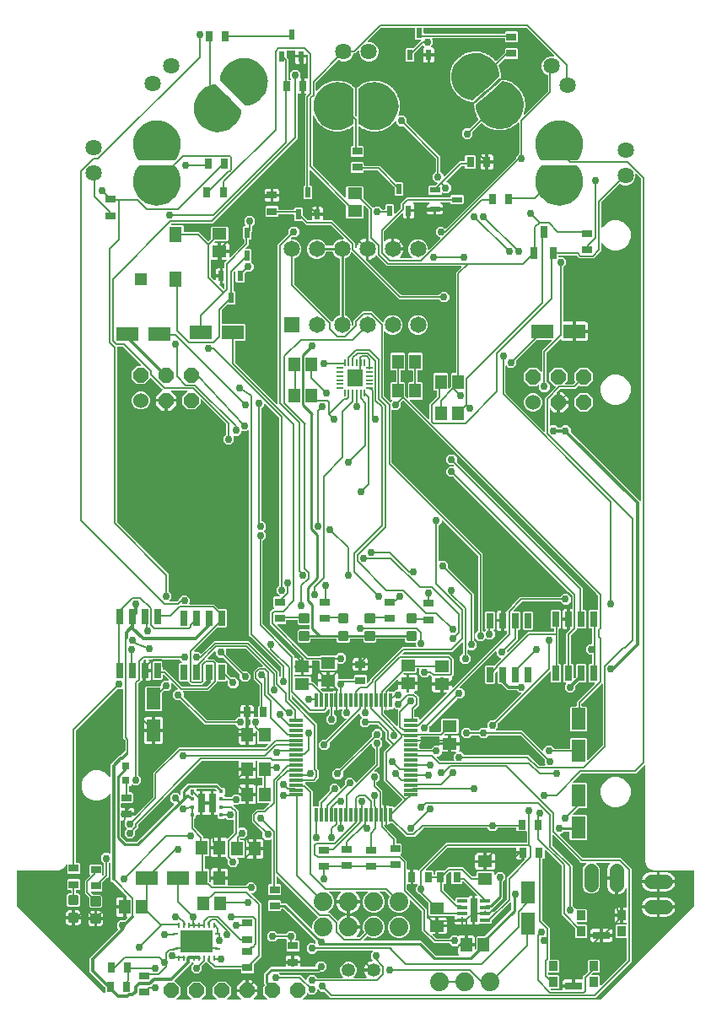
<source format=gbr>
G04 EAGLE Gerber RS-274X export*
G75*
%MOMM*%
%FSLAX34Y34*%
%LPD*%
%INTop Copper*%
%IPPOS*%
%AMOC8*
5,1,8,0,0,1.08239X$1,22.5*%
G01*
%ADD10R,1.465300X1.164600*%
%ADD11R,1.164600X1.465300*%
%ADD12C,2.000000*%
%ADD13C,0.300000*%
%ADD14R,0.500000X1.075000*%
%ADD15R,1.650000X1.650000*%
%ADD16C,1.650000*%
%ADD17R,0.450000X0.400000*%
%ADD18R,0.800000X1.900000*%
%ADD19R,1.050000X0.350000*%
%ADD20R,0.700000X2.350000*%
%ADD21R,0.650000X1.250000*%
%ADD22R,0.650000X1.528000*%
%ADD23R,0.750000X0.200000*%
%ADD24R,0.200000X0.750000*%
%ADD25R,1.590000X1.750000*%
%ADD26R,0.600000X0.240000*%
%ADD27R,0.240000X0.600000*%
%ADD28R,3.190000X2.190000*%
%ADD29R,1.450000X0.300000*%
%ADD30R,0.300000X1.450000*%
%ADD31C,1.348000*%
%ADD32C,1.524000*%
%ADD33P,1.649562X8X22.500000*%
%ADD34C,1.879600*%
%ADD35C,1.422400*%
%ADD36R,2.200000X1.400000*%
%ADD37R,1.400000X2.200000*%
%ADD38R,1.300000X1.500000*%
%ADD39R,1.300000X1.300000*%
%ADD40R,0.800000X0.800000*%
%ADD41R,0.700000X1.525000*%
%ADD42R,1.050000X0.600000*%
%ADD43R,0.600000X1.050000*%
%ADD44C,1.635000*%
%ADD45R,0.798700X0.973900*%
%ADD46R,0.973900X0.798700*%
%ADD47R,0.900000X1.000000*%
%ADD48R,1.700000X0.800000*%
%ADD49P,1.649562X8X292.500000*%
%ADD50C,0.152400*%
%ADD51C,0.756400*%
%ADD52C,0.254000*%
%ADD53C,0.304800*%
%ADD54C,0.203200*%

G36*
X56557Y254214D02*
X56557Y254214D01*
X56628Y254216D01*
X56677Y254234D01*
X56729Y254242D01*
X56792Y254276D01*
X56859Y254301D01*
X56900Y254333D01*
X56946Y254358D01*
X56995Y254410D01*
X57051Y254454D01*
X57080Y254498D01*
X57115Y254536D01*
X57146Y254601D01*
X57184Y254661D01*
X57197Y254712D01*
X57219Y254759D01*
X57227Y254830D01*
X57244Y254900D01*
X57240Y254952D01*
X57246Y255003D01*
X57231Y255074D01*
X57225Y255145D01*
X57205Y255193D01*
X57194Y255244D01*
X57157Y255305D01*
X57129Y255371D01*
X57084Y255427D01*
X57068Y255455D01*
X57050Y255470D01*
X57024Y255502D01*
X54463Y258063D01*
X52975Y261656D01*
X52975Y265544D01*
X54463Y269137D01*
X57213Y271887D01*
X60806Y273375D01*
X64694Y273375D01*
X68287Y271887D01*
X71037Y269137D01*
X72525Y265544D01*
X72525Y263460D01*
X72536Y263390D01*
X72538Y263318D01*
X72556Y263269D01*
X72564Y263218D01*
X72598Y263154D01*
X72623Y263087D01*
X72655Y263046D01*
X72680Y263000D01*
X72731Y262951D01*
X72776Y262895D01*
X72820Y262867D01*
X72858Y262831D01*
X72923Y262801D01*
X72983Y262762D01*
X73034Y262749D01*
X73081Y262727D01*
X73152Y262719D01*
X73222Y262702D01*
X73274Y262706D01*
X73325Y262700D01*
X73396Y262715D01*
X73467Y262721D01*
X73515Y262741D01*
X73566Y262752D01*
X73627Y262789D01*
X73693Y262817D01*
X73749Y262862D01*
X73777Y262879D01*
X73792Y262896D01*
X73824Y262922D01*
X85168Y274266D01*
X85210Y274324D01*
X85259Y274376D01*
X85281Y274423D01*
X85311Y274465D01*
X85332Y274534D01*
X85363Y274599D01*
X85368Y274651D01*
X85384Y274701D01*
X85382Y274772D01*
X85390Y274843D01*
X85379Y274894D01*
X85377Y274946D01*
X85353Y275014D01*
X85338Y275084D01*
X85311Y275128D01*
X85293Y275177D01*
X85248Y275233D01*
X85211Y275295D01*
X85172Y275329D01*
X85139Y275369D01*
X85079Y275408D01*
X85024Y275455D01*
X84976Y275474D01*
X84932Y275502D01*
X84863Y275520D01*
X84796Y275547D01*
X84725Y275555D01*
X84694Y275563D01*
X84670Y275561D01*
X84630Y275565D01*
X83666Y275565D01*
X80557Y278674D01*
X80557Y283070D01*
X83666Y286179D01*
X88062Y286179D01*
X89747Y284494D01*
X89763Y284482D01*
X89776Y284466D01*
X89863Y284410D01*
X89947Y284350D01*
X89966Y284344D01*
X89983Y284333D01*
X90083Y284308D01*
X90182Y284278D01*
X90202Y284278D01*
X90221Y284273D01*
X90324Y284281D01*
X90428Y284284D01*
X90447Y284291D01*
X90466Y284293D01*
X90561Y284333D01*
X90659Y284369D01*
X90675Y284381D01*
X90693Y284389D01*
X90824Y284494D01*
X161106Y354776D01*
X161159Y354850D01*
X161219Y354920D01*
X161231Y354950D01*
X161250Y354976D01*
X161277Y355063D01*
X161311Y355148D01*
X161315Y355189D01*
X161322Y355211D01*
X161321Y355243D01*
X161329Y355315D01*
X161329Y356222D01*
X164126Y359019D01*
X164179Y359093D01*
X164239Y359163D01*
X164251Y359193D01*
X164270Y359219D01*
X164297Y359306D01*
X164331Y359391D01*
X164335Y359432D01*
X164342Y359454D01*
X164341Y359486D01*
X164349Y359557D01*
X164349Y389897D01*
X164337Y389970D01*
X164335Y390045D01*
X164317Y390091D01*
X164310Y390139D01*
X164275Y390205D01*
X164248Y390275D01*
X164217Y390313D01*
X164194Y390357D01*
X164140Y390408D01*
X164093Y390466D01*
X164052Y390492D01*
X164016Y390526D01*
X163948Y390558D01*
X163885Y390597D01*
X163838Y390609D01*
X163793Y390630D01*
X163719Y390638D01*
X163646Y390656D01*
X163597Y390651D01*
X163549Y390657D01*
X163476Y390641D01*
X163401Y390634D01*
X163356Y390615D01*
X163308Y390604D01*
X163244Y390566D01*
X163176Y390536D01*
X163124Y390494D01*
X163097Y390478D01*
X163081Y390459D01*
X163046Y390431D01*
X162109Y389479D01*
X162092Y389455D01*
X162069Y389435D01*
X162021Y389354D01*
X161967Y389278D01*
X161958Y389250D01*
X161943Y389224D01*
X161930Y389176D01*
X161554Y388901D01*
X161531Y388878D01*
X161460Y388820D01*
X161129Y388484D01*
X161101Y388477D01*
X161008Y388461D01*
X160982Y388447D01*
X160953Y388439D01*
X160808Y388356D01*
X158988Y387027D01*
X158965Y387003D01*
X158938Y386986D01*
X158880Y386916D01*
X158816Y386851D01*
X158801Y386822D01*
X158781Y386797D01*
X158764Y386761D01*
X158342Y386543D01*
X158315Y386523D01*
X158241Y386481D01*
X157851Y386196D01*
X157831Y386194D01*
X157739Y386193D01*
X157709Y386183D01*
X157676Y386180D01*
X157520Y386120D01*
X155524Y385092D01*
X155498Y385073D01*
X155468Y385060D01*
X155400Y385000D01*
X155327Y384945D01*
X155308Y384919D01*
X155284Y384897D01*
X155262Y384864D01*
X154811Y384714D01*
X154782Y384699D01*
X154702Y384668D01*
X154272Y384447D01*
X154251Y384448D01*
X154161Y384462D01*
X154130Y384456D01*
X154097Y384458D01*
X153933Y384423D01*
X151803Y383716D01*
X151774Y383701D01*
X151742Y383694D01*
X151665Y383645D01*
X151585Y383602D01*
X151562Y383579D01*
X151535Y383561D01*
X151508Y383532D01*
X151039Y383454D01*
X151008Y383443D01*
X150925Y383425D01*
X150466Y383273D01*
X150446Y383277D01*
X150359Y383305D01*
X150326Y383304D01*
X150295Y383311D01*
X150127Y383302D01*
X147913Y382933D01*
X147882Y382923D01*
X147850Y382920D01*
X147766Y382883D01*
X147680Y382854D01*
X147654Y382835D01*
X147625Y382821D01*
X147594Y382796D01*
X147119Y382792D01*
X147086Y382786D01*
X147001Y382781D01*
X146524Y382702D01*
X146505Y382709D01*
X146423Y382750D01*
X146391Y382754D01*
X146361Y382766D01*
X146194Y382783D01*
X143949Y382761D01*
X143917Y382756D01*
X143885Y382758D01*
X143797Y382735D01*
X143707Y382719D01*
X143678Y382704D01*
X143647Y382695D01*
X143612Y382675D01*
X143142Y382744D01*
X143109Y382744D01*
X143024Y382752D01*
X142541Y382748D01*
X142523Y382758D01*
X142449Y382811D01*
X142417Y382820D01*
X142389Y382836D01*
X142227Y382879D01*
X140006Y383205D01*
X139974Y383204D01*
X139942Y383211D01*
X139852Y383202D01*
X139760Y383201D01*
X139730Y383190D01*
X139698Y383186D01*
X139660Y383172D01*
X139207Y383313D01*
X139174Y383317D01*
X139091Y383339D01*
X138613Y383409D01*
X138597Y383422D01*
X138532Y383485D01*
X138502Y383499D01*
X138477Y383520D01*
X138323Y383587D01*
X136180Y384253D01*
X136148Y384257D01*
X136117Y384269D01*
X136026Y384274D01*
X135936Y384287D01*
X135904Y384281D01*
X135872Y384282D01*
X135833Y384274D01*
X135406Y384483D01*
X135374Y384493D01*
X135296Y384527D01*
X134835Y384670D01*
X134821Y384685D01*
X134766Y384758D01*
X134739Y384777D01*
X134717Y384801D01*
X134576Y384891D01*
X132561Y385880D01*
X132530Y385889D01*
X132502Y385906D01*
X132413Y385925D01*
X132326Y385951D01*
X132293Y385950D01*
X132262Y385957D01*
X132222Y385955D01*
X131833Y386228D01*
X131813Y386237D01*
X131799Y386249D01*
X131779Y386257D01*
X131731Y386288D01*
X131297Y386501D01*
X131286Y386518D01*
X131243Y386598D01*
X131219Y386621D01*
X131201Y386648D01*
X131076Y386759D01*
X129238Y388048D01*
X129209Y388062D01*
X129184Y388082D01*
X129099Y388115D01*
X129017Y388155D01*
X128984Y388159D01*
X128954Y388170D01*
X128914Y388174D01*
X128572Y388504D01*
X128545Y388522D01*
X128481Y388579D01*
X128085Y388857D01*
X128077Y388875D01*
X128047Y388961D01*
X128027Y388987D01*
X128013Y389017D01*
X127906Y389146D01*
X127214Y389813D01*
X127203Y389820D01*
X127195Y389830D01*
X127102Y389890D01*
X127011Y389953D01*
X126999Y389956D01*
X126988Y389963D01*
X126881Y389990D01*
X126775Y390021D01*
X126762Y390020D01*
X126750Y390024D01*
X126640Y390015D01*
X126529Y390010D01*
X126517Y390005D01*
X126504Y390004D01*
X126403Y389961D01*
X126300Y389921D01*
X126290Y389913D01*
X126278Y389908D01*
X126147Y389803D01*
X117810Y381466D01*
X117757Y381392D01*
X117697Y381322D01*
X117685Y381292D01*
X117666Y381266D01*
X117639Y381179D01*
X117605Y381094D01*
X117601Y381053D01*
X117594Y381031D01*
X117595Y380999D01*
X117587Y380927D01*
X117587Y376972D01*
X114478Y373863D01*
X110082Y373863D01*
X106973Y376972D01*
X106973Y381368D01*
X110082Y384477D01*
X114037Y384477D01*
X114128Y384491D01*
X114218Y384499D01*
X114248Y384511D01*
X114280Y384516D01*
X114361Y384559D01*
X114445Y384595D01*
X114477Y384621D01*
X114498Y384632D01*
X114520Y384655D01*
X114576Y384700D01*
X123233Y393357D01*
X123253Y393385D01*
X123279Y393407D01*
X123325Y393484D01*
X123377Y393557D01*
X123387Y393590D01*
X123404Y393619D01*
X123423Y393706D01*
X123449Y393792D01*
X123448Y393826D01*
X123455Y393860D01*
X123445Y393949D01*
X123443Y394038D01*
X123431Y394070D01*
X123427Y394104D01*
X123364Y394259D01*
X123275Y394423D01*
X123254Y394449D01*
X123213Y394519D01*
X122916Y394911D01*
X122914Y394925D01*
X122912Y395014D01*
X122900Y395047D01*
X122896Y395081D01*
X122833Y395236D01*
X121879Y396990D01*
X121858Y397018D01*
X121844Y397049D01*
X121783Y397114D01*
X121728Y397185D01*
X121700Y397204D01*
X121676Y397229D01*
X121648Y397246D01*
X121484Y397699D01*
X121468Y397728D01*
X121437Y397803D01*
X121202Y398236D01*
X121202Y398250D01*
X121213Y398338D01*
X121207Y398372D01*
X121208Y398406D01*
X121168Y398569D01*
X120488Y400446D01*
X120471Y400477D01*
X120462Y400510D01*
X120411Y400583D01*
X120368Y400661D01*
X120342Y400684D01*
X120323Y400713D01*
X120298Y400733D01*
X120203Y401207D01*
X120192Y401237D01*
X120172Y401317D01*
X120005Y401779D01*
X120007Y401793D01*
X120031Y401878D01*
X120030Y401913D01*
X120036Y401947D01*
X120021Y402114D01*
X119629Y404072D01*
X119617Y404104D01*
X119613Y404138D01*
X119574Y404218D01*
X119542Y404302D01*
X119520Y404329D01*
X119505Y404360D01*
X119484Y404384D01*
X119461Y404866D01*
X119454Y404898D01*
X119447Y404979D01*
X119350Y405462D01*
X119355Y405475D01*
X119392Y405556D01*
X119395Y405590D01*
X119407Y405623D01*
X119417Y405790D01*
X119324Y407748D01*
X119314Y407792D01*
X119314Y407838D01*
X119289Y407912D01*
X119272Y407988D01*
X119249Y408027D01*
X119239Y408056D01*
X119278Y408583D01*
X119276Y408614D01*
X119279Y408675D01*
X119254Y409213D01*
X119284Y409260D01*
X119296Y409304D01*
X119309Y409331D01*
X119709Y409677D01*
X119729Y409700D01*
X119775Y409741D01*
X120137Y410140D01*
X120192Y410151D01*
X120231Y410175D01*
X120274Y410189D01*
X120388Y410268D01*
X120404Y410277D01*
X120407Y410280D01*
X120413Y410284D01*
X133075Y421214D01*
X133089Y421230D01*
X133116Y421252D01*
X134370Y422506D01*
X134645Y422620D01*
X134677Y422640D01*
X134713Y422652D01*
X134851Y422747D01*
X134854Y422750D01*
X146317Y432644D01*
X146346Y432679D01*
X146382Y432707D01*
X146424Y432773D01*
X146474Y432833D01*
X146491Y432875D01*
X146507Y432900D01*
X146947Y433195D01*
X146969Y433216D01*
X147020Y433251D01*
X147427Y433603D01*
X147483Y433608D01*
X147525Y433626D01*
X147554Y433632D01*
X148074Y433530D01*
X148104Y433529D01*
X148165Y433518D01*
X148702Y433478D01*
X148745Y433442D01*
X148787Y433426D01*
X148825Y433401D01*
X148957Y433359D01*
X148974Y433353D01*
X148978Y433353D01*
X148985Y433351D01*
X150908Y432972D01*
X150942Y432971D01*
X150976Y432962D01*
X151064Y432967D01*
X151154Y432965D01*
X151187Y432975D01*
X151221Y432977D01*
X151252Y432987D01*
X151706Y432824D01*
X151738Y432818D01*
X151750Y432814D01*
X151751Y432814D01*
X151816Y432794D01*
X152299Y432699D01*
X152309Y432690D01*
X152370Y432625D01*
X152401Y432608D01*
X152426Y432585D01*
X152577Y432512D01*
X154456Y431838D01*
X154490Y431831D01*
X154522Y431817D01*
X154611Y431809D01*
X154698Y431793D01*
X154733Y431798D01*
X154767Y431795D01*
X154799Y431801D01*
X155223Y431572D01*
X155255Y431561D01*
X155328Y431525D01*
X155791Y431359D01*
X155800Y431348D01*
X155850Y431275D01*
X155878Y431254D01*
X155900Y431228D01*
X156038Y431132D01*
X157795Y430185D01*
X157828Y430174D01*
X157857Y430155D01*
X157944Y430134D01*
X158028Y430105D01*
X158063Y430104D01*
X158096Y430096D01*
X158128Y430097D01*
X158514Y429807D01*
X158543Y429792D01*
X158610Y429746D01*
X159044Y429512D01*
X159051Y429500D01*
X159090Y429420D01*
X159114Y429396D01*
X159132Y429366D01*
X159254Y429251D01*
X160850Y428052D01*
X160880Y428036D01*
X160906Y428013D01*
X160989Y427979D01*
X161068Y427937D01*
X161102Y427932D01*
X161134Y427919D01*
X161166Y427915D01*
X161504Y427571D01*
X161530Y427551D01*
X161590Y427495D01*
X161981Y427201D01*
X161984Y427187D01*
X161993Y427172D01*
X162015Y427102D01*
X162035Y427074D01*
X162049Y427042D01*
X162152Y426910D01*
X163473Y425565D01*
X163527Y425525D01*
X163575Y425478D01*
X163626Y425453D01*
X163672Y425419D01*
X163678Y425417D01*
X163767Y425314D01*
X163811Y425277D01*
X163847Y425234D01*
X163904Y425199D01*
X163956Y425156D01*
X163991Y425142D01*
X164231Y424806D01*
X164254Y424782D01*
X164307Y424715D01*
X164592Y424425D01*
X164593Y424424D01*
X164615Y424360D01*
X164660Y424294D01*
X164675Y424265D01*
X164690Y424250D01*
X164709Y424222D01*
X164757Y424166D01*
X164758Y424156D01*
X164781Y424104D01*
X164794Y424049D01*
X164845Y423959D01*
X164857Y423931D01*
X164866Y423921D01*
X164876Y423903D01*
X166134Y422143D01*
X166157Y422120D01*
X166174Y422092D01*
X166243Y422033D01*
X166307Y421968D01*
X166336Y421954D01*
X166361Y421933D01*
X166397Y421916D01*
X166611Y421492D01*
X166630Y421465D01*
X166672Y421390D01*
X166953Y420997D01*
X166954Y420977D01*
X166954Y420885D01*
X166965Y420854D01*
X166967Y420822D01*
X167025Y420665D01*
X168032Y418659D01*
X168051Y418632D01*
X168064Y418602D01*
X168123Y418534D01*
X168177Y418460D01*
X168203Y418441D01*
X168224Y418416D01*
X168258Y418394D01*
X168402Y417942D01*
X168417Y417912D01*
X168447Y417832D01*
X168664Y417400D01*
X168662Y417380D01*
X168648Y417290D01*
X168653Y417258D01*
X168651Y417225D01*
X168684Y417061D01*
X169369Y414923D01*
X169383Y414894D01*
X169391Y414862D01*
X169439Y414785D01*
X169480Y414704D01*
X169504Y414681D01*
X169521Y414654D01*
X169550Y414627D01*
X169623Y414157D01*
X169634Y414126D01*
X169651Y414042D01*
X169798Y413582D01*
X169793Y413562D01*
X169765Y413475D01*
X169766Y413442D01*
X169758Y413411D01*
X169766Y413243D01*
X170111Y411025D01*
X170121Y410995D01*
X170124Y410962D01*
X170159Y410878D01*
X170188Y410792D01*
X170207Y410766D01*
X170220Y410736D01*
X170245Y410705D01*
X170244Y410229D01*
X170250Y410197D01*
X170253Y410112D01*
X170328Y409634D01*
X170320Y409615D01*
X170279Y409534D01*
X170274Y409501D01*
X170262Y409471D01*
X170243Y409305D01*
X170241Y407060D01*
X170247Y407028D01*
X170244Y406996D01*
X170266Y406907D01*
X170281Y406817D01*
X170296Y406789D01*
X170304Y406757D01*
X170324Y406722D01*
X170250Y406253D01*
X170250Y406220D01*
X170241Y406135D01*
X170240Y405651D01*
X170230Y405634D01*
X170177Y405560D01*
X170167Y405529D01*
X170150Y405501D01*
X170106Y405339D01*
X169757Y403122D01*
X169757Y403090D01*
X169750Y403058D01*
X169758Y402967D01*
X169758Y402876D01*
X169769Y402845D01*
X169772Y402813D01*
X169786Y402776D01*
X169640Y402323D01*
X169635Y402291D01*
X169613Y402208D01*
X169538Y401731D01*
X169525Y401715D01*
X169461Y401650D01*
X169446Y401621D01*
X169426Y401596D01*
X169357Y401443D01*
X168725Y399482D01*
X168715Y399416D01*
X168696Y399352D01*
X168697Y399295D01*
X168689Y399238D01*
X168700Y399173D01*
X168702Y399106D01*
X168722Y399052D01*
X168732Y398996D01*
X168764Y398938D01*
X168787Y398875D01*
X168822Y398830D01*
X168849Y398780D01*
X168898Y398735D01*
X168940Y398683D01*
X168988Y398652D01*
X169030Y398613D01*
X169091Y398586D01*
X169147Y398550D01*
X169202Y398536D01*
X169254Y398513D01*
X169321Y398506D01*
X169386Y398490D01*
X169442Y398494D01*
X169499Y398489D01*
X169564Y398504D01*
X169631Y398509D01*
X169683Y398531D01*
X169739Y398544D01*
X169796Y398579D01*
X169857Y398605D01*
X169920Y398656D01*
X169948Y398673D01*
X169961Y398689D01*
X169988Y398710D01*
X193082Y421804D01*
X193135Y421878D01*
X193195Y421948D01*
X193207Y421978D01*
X193226Y422004D01*
X193253Y422091D01*
X193287Y422176D01*
X193291Y422217D01*
X193298Y422239D01*
X193297Y422271D01*
X193305Y422343D01*
X193305Y437748D01*
X193286Y437863D01*
X193269Y437979D01*
X193267Y437985D01*
X193266Y437991D01*
X193211Y438094D01*
X193158Y438199D01*
X193153Y438203D01*
X193150Y438209D01*
X193066Y438288D01*
X192982Y438371D01*
X192976Y438375D01*
X192972Y438378D01*
X192955Y438386D01*
X192835Y438452D01*
X191315Y439081D01*
X188587Y441810D01*
X187110Y445375D01*
X187110Y449234D01*
X188587Y452799D01*
X191315Y455528D01*
X194880Y457004D01*
X198792Y457004D01*
X198863Y457016D01*
X198934Y457018D01*
X198983Y457036D01*
X199035Y457044D01*
X199098Y457078D01*
X199165Y457102D01*
X199206Y457135D01*
X199252Y457159D01*
X199302Y457211D01*
X199358Y457256D01*
X199386Y457300D01*
X199422Y457337D01*
X199452Y457402D01*
X199491Y457463D01*
X199503Y457513D01*
X199525Y457560D01*
X199533Y457632D01*
X199551Y457701D01*
X199547Y457753D01*
X199552Y457805D01*
X199537Y457875D01*
X199531Y457946D01*
X199511Y457994D01*
X199500Y458045D01*
X199463Y458107D01*
X199435Y458173D01*
X199390Y458229D01*
X199374Y458256D01*
X199356Y458272D01*
X199330Y458304D01*
X172008Y485626D01*
X171934Y485679D01*
X171864Y485739D01*
X171834Y485751D01*
X171808Y485770D01*
X171721Y485797D01*
X171636Y485831D01*
X171595Y485835D01*
X171573Y485842D01*
X171541Y485841D01*
X171469Y485849D01*
X69306Y485849D01*
X69286Y485846D01*
X69267Y485848D01*
X69165Y485826D01*
X69063Y485810D01*
X69046Y485800D01*
X69026Y485796D01*
X68937Y485743D01*
X68846Y485694D01*
X68832Y485680D01*
X68815Y485670D01*
X68748Y485591D01*
X68676Y485516D01*
X68668Y485498D01*
X68655Y485483D01*
X68616Y485387D01*
X68573Y485293D01*
X68571Y485273D01*
X68563Y485255D01*
X68545Y485088D01*
X68545Y480516D01*
X68548Y480496D01*
X68546Y480477D01*
X68568Y480375D01*
X68584Y480273D01*
X68594Y480256D01*
X68598Y480236D01*
X68651Y480147D01*
X68700Y480056D01*
X68714Y480042D01*
X68724Y480025D01*
X68803Y479958D01*
X68878Y479886D01*
X68896Y479878D01*
X68911Y479865D01*
X69007Y479826D01*
X69101Y479783D01*
X69121Y479781D01*
X69139Y479773D01*
X69306Y479755D01*
X149465Y479755D01*
X149484Y479758D01*
X149504Y479756D01*
X149605Y479778D01*
X149707Y479794D01*
X149725Y479804D01*
X149744Y479808D01*
X149833Y479861D01*
X149925Y479910D01*
X149938Y479924D01*
X149955Y479934D01*
X150023Y480013D01*
X150094Y480088D01*
X150102Y480106D01*
X150115Y480121D01*
X150154Y480217D01*
X150198Y480311D01*
X150200Y480331D01*
X150207Y480349D01*
X150226Y480516D01*
X150226Y480965D01*
X151119Y481858D01*
X162121Y481858D01*
X163014Y480965D01*
X163014Y471715D01*
X162121Y470822D01*
X151119Y470822D01*
X150226Y471715D01*
X150226Y474420D01*
X150223Y474440D01*
X150225Y474459D01*
X150203Y474561D01*
X150186Y474663D01*
X150177Y474680D01*
X150172Y474700D01*
X150119Y474789D01*
X150071Y474880D01*
X150057Y474894D01*
X150046Y474911D01*
X149968Y474978D01*
X149893Y475050D01*
X149875Y475058D01*
X149859Y475071D01*
X149763Y475110D01*
X149670Y475153D01*
X149650Y475155D01*
X149631Y475163D01*
X149465Y475181D01*
X77681Y475181D01*
X77611Y475170D01*
X77539Y475168D01*
X77490Y475150D01*
X77439Y475142D01*
X77375Y475108D01*
X77308Y475083D01*
X77267Y475051D01*
X77221Y475026D01*
X77172Y474974D01*
X77116Y474930D01*
X77088Y474886D01*
X77052Y474848D01*
X77022Y474783D01*
X76983Y474723D01*
X76970Y474672D01*
X76948Y474625D01*
X76940Y474554D01*
X76923Y474484D01*
X76927Y474432D01*
X76921Y474381D01*
X76936Y474310D01*
X76942Y474239D01*
X76962Y474191D01*
X76973Y474140D01*
X77010Y474079D01*
X77038Y474013D01*
X77083Y473957D01*
X77100Y473929D01*
X77117Y473914D01*
X77143Y473882D01*
X77455Y473570D01*
X77455Y469174D01*
X75711Y467430D01*
X75669Y467372D01*
X75620Y467320D01*
X75598Y467273D01*
X75568Y467231D01*
X75546Y467162D01*
X75516Y467097D01*
X75511Y467045D01*
X75495Y466995D01*
X75497Y466924D01*
X75489Y466853D01*
X75500Y466802D01*
X75502Y466750D01*
X75526Y466682D01*
X75541Y466612D01*
X75568Y466567D01*
X75586Y466519D01*
X75631Y466463D01*
X75668Y466401D01*
X75707Y466367D01*
X75740Y466327D01*
X75800Y466288D01*
X75855Y466241D01*
X75903Y466222D01*
X75947Y466194D01*
X76016Y466176D01*
X76083Y466149D01*
X76154Y466141D01*
X76185Y466133D01*
X76208Y466135D01*
X76249Y466131D01*
X76854Y466131D01*
X77501Y465958D01*
X78080Y465623D01*
X78553Y465150D01*
X78888Y464571D01*
X79061Y463924D01*
X79061Y459839D01*
X74258Y459839D01*
X74239Y459836D01*
X74219Y459838D01*
X74117Y459816D01*
X74015Y459800D01*
X73998Y459790D01*
X73978Y459786D01*
X73889Y459733D01*
X73798Y459684D01*
X73784Y459670D01*
X73767Y459660D01*
X73700Y459581D01*
X73629Y459506D01*
X73620Y459488D01*
X73607Y459473D01*
X73569Y459377D01*
X73525Y459283D01*
X73523Y459263D01*
X73516Y459245D01*
X73503Y459321D01*
X73494Y459338D01*
X73490Y459358D01*
X73437Y459447D01*
X73388Y459538D01*
X73374Y459552D01*
X73364Y459569D01*
X73285Y459636D01*
X73210Y459708D01*
X73192Y459716D01*
X73177Y459729D01*
X73080Y459768D01*
X72987Y459811D01*
X72967Y459813D01*
X72949Y459821D01*
X72782Y459839D01*
X67979Y459839D01*
X67979Y463924D01*
X68152Y464571D01*
X68487Y465150D01*
X68960Y465623D01*
X69009Y465651D01*
X69040Y465677D01*
X69054Y465684D01*
X69071Y465702D01*
X69101Y465727D01*
X69194Y465801D01*
X69196Y465804D01*
X69199Y465807D01*
X69262Y465907D01*
X69327Y466008D01*
X69328Y466012D01*
X69330Y466015D01*
X69358Y466131D01*
X69387Y466246D01*
X69386Y466250D01*
X69387Y466254D01*
X69377Y466374D01*
X69367Y466491D01*
X69366Y466495D01*
X69366Y466499D01*
X69317Y466610D01*
X69271Y466718D01*
X69268Y466722D01*
X69267Y466725D01*
X69257Y466735D01*
X69166Y466849D01*
X68265Y467750D01*
X68249Y467762D01*
X68236Y467778D01*
X68149Y467834D01*
X68065Y467894D01*
X68046Y467900D01*
X68029Y467911D01*
X67929Y467936D01*
X67830Y467966D01*
X67810Y467966D01*
X67791Y467971D01*
X67688Y467963D01*
X67584Y467960D01*
X67565Y467953D01*
X67546Y467951D01*
X67451Y467911D01*
X67353Y467875D01*
X67337Y467863D01*
X67319Y467855D01*
X67188Y467750D01*
X59268Y459830D01*
X59215Y459756D01*
X59155Y459686D01*
X59143Y459656D01*
X59124Y459630D01*
X59097Y459543D01*
X59063Y459458D01*
X59059Y459417D01*
X59052Y459395D01*
X59053Y459363D01*
X59045Y459291D01*
X59045Y452458D01*
X58152Y451565D01*
X50888Y451565D01*
X49995Y452458D01*
X49995Y464222D01*
X50888Y465115D01*
X57769Y465115D01*
X57860Y465129D01*
X57950Y465137D01*
X57980Y465149D01*
X58012Y465154D01*
X58093Y465197D01*
X58177Y465233D01*
X58209Y465259D01*
X58230Y465270D01*
X58252Y465293D01*
X58308Y465338D01*
X65236Y472266D01*
X65278Y472324D01*
X65327Y472376D01*
X65349Y472423D01*
X65379Y472465D01*
X65400Y472534D01*
X65431Y472599D01*
X65436Y472651D01*
X65452Y472701D01*
X65450Y472772D01*
X65458Y472843D01*
X65447Y472894D01*
X65445Y472946D01*
X65421Y473014D01*
X65406Y473084D01*
X65379Y473129D01*
X65361Y473177D01*
X65316Y473233D01*
X65279Y473295D01*
X65240Y473329D01*
X65207Y473369D01*
X65147Y473408D01*
X65092Y473455D01*
X65044Y473474D01*
X65000Y473502D01*
X64931Y473520D01*
X64864Y473547D01*
X64793Y473555D01*
X64762Y473563D01*
X64738Y473561D01*
X64698Y473565D01*
X60388Y473565D01*
X59495Y474458D01*
X59495Y485088D01*
X59492Y485108D01*
X59494Y485127D01*
X59472Y485229D01*
X59456Y485331D01*
X59446Y485348D01*
X59442Y485368D01*
X59389Y485457D01*
X59340Y485548D01*
X59326Y485562D01*
X59316Y485579D01*
X59237Y485646D01*
X59162Y485718D01*
X59144Y485726D01*
X59129Y485739D01*
X59033Y485778D01*
X58939Y485821D01*
X58919Y485823D01*
X58901Y485831D01*
X58734Y485849D01*
X26167Y485849D01*
X26076Y485835D01*
X25986Y485827D01*
X25956Y485815D01*
X25924Y485810D01*
X25843Y485767D01*
X25759Y485731D01*
X25727Y485705D01*
X25706Y485694D01*
X25684Y485671D01*
X25628Y485626D01*
X12711Y472709D01*
X12669Y472651D01*
X12620Y472599D01*
X12598Y472552D01*
X12568Y472510D01*
X12547Y472441D01*
X12516Y472376D01*
X12511Y472324D01*
X12495Y472274D01*
X12497Y472203D01*
X12489Y472132D01*
X12500Y472081D01*
X12502Y472029D01*
X12526Y471961D01*
X12541Y471891D01*
X12568Y471846D01*
X12586Y471798D01*
X12631Y471742D01*
X12668Y471680D01*
X12707Y471646D01*
X12740Y471606D01*
X12800Y471567D01*
X12855Y471520D01*
X12903Y471501D01*
X12947Y471473D01*
X13016Y471455D01*
X13083Y471428D01*
X13154Y471420D01*
X13185Y471412D01*
X13209Y471414D01*
X13249Y471410D01*
X15469Y471410D01*
X19034Y469933D01*
X21763Y467204D01*
X23240Y463639D01*
X23240Y459781D01*
X21763Y456216D01*
X19034Y453487D01*
X15469Y452010D01*
X11611Y452010D01*
X8046Y453487D01*
X5317Y456216D01*
X3840Y459781D01*
X3840Y462001D01*
X3829Y462071D01*
X3827Y462143D01*
X3809Y462192D01*
X3801Y462243D01*
X3767Y462307D01*
X3742Y462374D01*
X3710Y462415D01*
X3685Y462461D01*
X3633Y462510D01*
X3589Y462566D01*
X3545Y462594D01*
X3507Y462630D01*
X3442Y462660D01*
X3382Y462699D01*
X3331Y462712D01*
X3284Y462734D01*
X3213Y462742D01*
X3143Y462759D01*
X3091Y462755D01*
X3040Y462761D01*
X2969Y462746D01*
X2898Y462740D01*
X2850Y462720D01*
X2799Y462709D01*
X2738Y462672D01*
X2672Y462644D01*
X2616Y462599D01*
X2588Y462582D01*
X2573Y462565D01*
X2541Y462539D01*
X-57Y459941D01*
X-1585Y459941D01*
X-1700Y459922D01*
X-1816Y459905D01*
X-1822Y459903D01*
X-1828Y459902D01*
X-1930Y459847D01*
X-2035Y459794D01*
X-2040Y459789D01*
X-2045Y459786D01*
X-2125Y459702D01*
X-2208Y459618D01*
X-2211Y459612D01*
X-2215Y459608D01*
X-2222Y459591D01*
X-2288Y459471D01*
X-3637Y456216D01*
X-6366Y453487D01*
X-9931Y452010D01*
X-13789Y452010D01*
X-16761Y453241D01*
X-16874Y453268D01*
X-16988Y453296D01*
X-16994Y453296D01*
X-17000Y453297D01*
X-17117Y453286D01*
X-17233Y453277D01*
X-17239Y453275D01*
X-17245Y453274D01*
X-17352Y453226D01*
X-17459Y453181D01*
X-17465Y453176D01*
X-17470Y453174D01*
X-17483Y453161D01*
X-17590Y453076D01*
X-39642Y431024D01*
X-39688Y430960D01*
X-39707Y430940D01*
X-39711Y430932D01*
X-39755Y430880D01*
X-39767Y430850D01*
X-39786Y430824D01*
X-39813Y430737D01*
X-39847Y430652D01*
X-39851Y430611D01*
X-39858Y430589D01*
X-39857Y430557D01*
X-39865Y430485D01*
X-39865Y423098D01*
X-39859Y423059D01*
X-39861Y423020D01*
X-39839Y422939D01*
X-39826Y422856D01*
X-39807Y422821D01*
X-39797Y422783D01*
X-39750Y422712D01*
X-39710Y422638D01*
X-39682Y422611D01*
X-39660Y422578D01*
X-39593Y422527D01*
X-39532Y422469D01*
X-39496Y422452D01*
X-39465Y422428D01*
X-39386Y422401D01*
X-39309Y422365D01*
X-39270Y422361D01*
X-39233Y422348D01*
X-39148Y422347D01*
X-39065Y422338D01*
X-39026Y422346D01*
X-38987Y422346D01*
X-38907Y422372D01*
X-38824Y422390D01*
X-38798Y422406D01*
X-38716Y422426D01*
X-38686Y422438D01*
X-38654Y422444D01*
X-38573Y422486D01*
X-38489Y422522D01*
X-38465Y422543D01*
X-38436Y422558D01*
X-38315Y422674D01*
X-36864Y424387D01*
X-36848Y424415D01*
X-36825Y424438D01*
X-36785Y424520D01*
X-36738Y424598D01*
X-36731Y424630D01*
X-36716Y424659D01*
X-36709Y424698D01*
X-36350Y425009D01*
X-36329Y425034D01*
X-36267Y425093D01*
X-35954Y425462D01*
X-35935Y425468D01*
X-35846Y425491D01*
X-35819Y425508D01*
X-35788Y425519D01*
X-35650Y425614D01*
X-33952Y427082D01*
X-33932Y427107D01*
X-33905Y427126D01*
X-33853Y427201D01*
X-33795Y427271D01*
X-33783Y427301D01*
X-33764Y427327D01*
X-33751Y427365D01*
X-33348Y427617D01*
X-33323Y427638D01*
X-33253Y427687D01*
X-32887Y428003D01*
X-32867Y428007D01*
X-32776Y428015D01*
X-32746Y428028D01*
X-32714Y428033D01*
X-32563Y428106D01*
X-30659Y429294D01*
X-30634Y429315D01*
X-30605Y429330D01*
X-30542Y429396D01*
X-30474Y429456D01*
X-30457Y429484D01*
X-30435Y429507D01*
X-30416Y429543D01*
X-29978Y429729D01*
X-29950Y429746D01*
X-29874Y429783D01*
X-29463Y430039D01*
X-29443Y430040D01*
X-29352Y430034D01*
X-29321Y430042D01*
X-29288Y430042D01*
X-29128Y430091D01*
X-27062Y430970D01*
X-27035Y430987D01*
X-27004Y430997D01*
X-26931Y431052D01*
X-26854Y431101D01*
X-26834Y431126D01*
X-26808Y431146D01*
X-26784Y431178D01*
X-26323Y431294D01*
X-26293Y431307D01*
X-26288Y431309D01*
X-26261Y431313D01*
X-26245Y431322D01*
X-26211Y431332D01*
X-25766Y431521D01*
X-25746Y431518D01*
X-25657Y431498D01*
X-25625Y431502D01*
X-25592Y431497D01*
X-25426Y431520D01*
X-23250Y432069D01*
X-23220Y432082D01*
X-23188Y432087D01*
X-23108Y432130D01*
X-23024Y432167D01*
X-23000Y432188D01*
X-22971Y432204D01*
X-22943Y432232D01*
X-22470Y432275D01*
X-22438Y432283D01*
X-22353Y432295D01*
X-21884Y432413D01*
X-21865Y432407D01*
X-21780Y432374D01*
X-21747Y432372D01*
X-21716Y432363D01*
X-21549Y432360D01*
X-19395Y432558D01*
X-19340Y432572D01*
X-19283Y432576D01*
X-19222Y432602D01*
X-19157Y432619D01*
X-19125Y432640D01*
X-19044Y432640D01*
X-18978Y432651D01*
X-18911Y432652D01*
X-18857Y432670D01*
X-18801Y432679D01*
X-18796Y432682D01*
X-18408Y432657D01*
X-18375Y432661D01*
X-18289Y432659D01*
X-17885Y432696D01*
X-17877Y432691D01*
X-17821Y432679D01*
X-17769Y432658D01*
X-17666Y432647D01*
X-17636Y432640D01*
X-17623Y432642D01*
X-17602Y432640D01*
X-17446Y432640D01*
X-17445Y432639D01*
X-17385Y432610D01*
X-17306Y432597D01*
X-17275Y432587D01*
X-17254Y432587D01*
X-17220Y432581D01*
X-15338Y432461D01*
X-15304Y432464D01*
X-15269Y432459D01*
X-15182Y432476D01*
X-15093Y432485D01*
X-15062Y432499D01*
X-15028Y432505D01*
X-14999Y432520D01*
X-14527Y432417D01*
X-14494Y432415D01*
X-14414Y432401D01*
X-13923Y432370D01*
X-13912Y432362D01*
X-13843Y432306D01*
X-13810Y432293D01*
X-13782Y432274D01*
X-13623Y432221D01*
X-11672Y431796D01*
X-11637Y431794D01*
X-11604Y431785D01*
X-11515Y431788D01*
X-11426Y431783D01*
X-11393Y431793D01*
X-11359Y431794D01*
X-11328Y431804D01*
X-10877Y431632D01*
X-10845Y431625D01*
X-10768Y431600D01*
X-10286Y431495D01*
X-10276Y431486D01*
X-10217Y431419D01*
X-10187Y431402D01*
X-10161Y431379D01*
X-10012Y431302D01*
X-8147Y430591D01*
X-8113Y430584D01*
X-8082Y430570D01*
X-7993Y430560D01*
X-7906Y430542D01*
X-7871Y430546D01*
X-7837Y430542D01*
X-7805Y430547D01*
X-7385Y430310D01*
X-7354Y430299D01*
X-7282Y430261D01*
X-6822Y430086D01*
X-6813Y430075D01*
X-6764Y430001D01*
X-6737Y429980D01*
X-6715Y429953D01*
X-6600Y429869D01*
X-6590Y429861D01*
X-6586Y429860D01*
X-6579Y429855D01*
X-4841Y428872D01*
X-4809Y428861D01*
X-4780Y428841D01*
X-4694Y428818D01*
X-4610Y428788D01*
X-4576Y428787D01*
X-4542Y428778D01*
X-4510Y428778D01*
X-4130Y428481D01*
X-4101Y428465D01*
X-4035Y428417D01*
X-3607Y428175D01*
X-3600Y428163D01*
X-3562Y428082D01*
X-3539Y428057D01*
X-3521Y428027D01*
X-3402Y427910D01*
X-1859Y426702D01*
X-1819Y426680D01*
X-1784Y426650D01*
X-1712Y426621D01*
X-1643Y426583D01*
X-1599Y426575D01*
X-1571Y426564D01*
X-1196Y426190D01*
X-1172Y426172D01*
X-1128Y426129D01*
X-704Y425797D01*
X-688Y425743D01*
X-662Y425706D01*
X-650Y425678D01*
X-650Y425149D01*
X-645Y425119D01*
X-645Y425057D01*
X-580Y424522D01*
X-607Y424473D01*
X-615Y424429D01*
X-632Y424386D01*
X-647Y424249D01*
X-650Y424231D01*
X-650Y424227D01*
X-650Y424220D01*
X-650Y398368D01*
X-636Y398278D01*
X-628Y398187D01*
X-616Y398157D01*
X-611Y398125D01*
X-568Y398044D01*
X-532Y397960D01*
X-506Y397928D01*
X-495Y397907D01*
X-472Y397885D01*
X-427Y397829D01*
X391Y397011D01*
X449Y396969D01*
X501Y396920D01*
X548Y396898D01*
X590Y396868D01*
X659Y396847D01*
X724Y396816D01*
X776Y396811D01*
X826Y396795D01*
X897Y396797D01*
X968Y396789D01*
X1019Y396800D01*
X1071Y396802D01*
X1139Y396826D01*
X1209Y396841D01*
X1254Y396868D01*
X1302Y396886D01*
X1358Y396931D01*
X1420Y396968D01*
X1454Y397007D01*
X1494Y397040D01*
X1533Y397100D01*
X1580Y397155D01*
X1599Y397203D01*
X1627Y397247D01*
X1645Y397316D01*
X1672Y397383D01*
X1680Y397454D01*
X1688Y397485D01*
X1686Y397509D01*
X1690Y397549D01*
X1690Y424220D01*
X1683Y424265D01*
X1685Y424310D01*
X1663Y424385D01*
X1651Y424462D01*
X1629Y424503D01*
X1621Y424532D01*
X1685Y425057D01*
X1683Y425087D01*
X1690Y425149D01*
X1690Y425687D01*
X1723Y425732D01*
X1736Y425776D01*
X1751Y425802D01*
X2168Y426129D01*
X2188Y426151D01*
X2236Y426190D01*
X2617Y426570D01*
X2672Y426579D01*
X2713Y426601D01*
X2756Y426613D01*
X2874Y426686D01*
X2890Y426695D01*
X2893Y426698D01*
X2899Y426702D01*
X4442Y427910D01*
X4465Y427935D01*
X4494Y427955D01*
X4548Y428025D01*
X4608Y428091D01*
X4622Y428122D01*
X4643Y428150D01*
X4655Y428180D01*
X5075Y428417D01*
X5101Y428438D01*
X5170Y428481D01*
X5558Y428784D01*
X5571Y428786D01*
X5660Y428790D01*
X5693Y428802D01*
X5727Y428807D01*
X5881Y428872D01*
X7619Y429855D01*
X7646Y429876D01*
X7677Y429891D01*
X7689Y429902D01*
X7695Y429906D01*
X7726Y429938D01*
X7742Y429953D01*
X7811Y430009D01*
X7830Y430038D01*
X7855Y430062D01*
X7871Y430090D01*
X8322Y430261D01*
X8350Y430278D01*
X8425Y430310D01*
X8854Y430552D01*
X8868Y430552D01*
X8956Y430542D01*
X8990Y430550D01*
X9024Y430549D01*
X9187Y430591D01*
X11052Y431302D01*
X11082Y431320D01*
X11115Y431330D01*
X11188Y431381D01*
X11265Y431426D01*
X11288Y431452D01*
X11316Y431472D01*
X11336Y431497D01*
X11808Y431600D01*
X11838Y431612D01*
X11917Y431632D01*
X12377Y431808D01*
X12390Y431805D01*
X12477Y431782D01*
X12511Y431785D01*
X12545Y431779D01*
X12712Y431796D01*
X14663Y432221D01*
X14695Y432233D01*
X14729Y432238D01*
X14809Y432278D01*
X14892Y432311D01*
X14918Y432333D01*
X14949Y432349D01*
X14973Y432370D01*
X15454Y432401D01*
X15486Y432409D01*
X15567Y432417D01*
X16048Y432522D01*
X16062Y432518D01*
X16143Y432482D01*
X16178Y432479D01*
X16210Y432468D01*
X16378Y432461D01*
X18260Y432581D01*
X18325Y432596D01*
X18392Y432602D01*
X18444Y432624D01*
X18499Y432636D01*
X18505Y432640D01*
X18642Y432640D01*
X18698Y432649D01*
X18754Y432648D01*
X18818Y432669D01*
X18885Y432679D01*
X18917Y432697D01*
X19329Y432659D01*
X19362Y432661D01*
X19448Y432657D01*
X19854Y432684D01*
X19855Y432683D01*
X19917Y432658D01*
X19997Y432649D01*
X20029Y432642D01*
X20049Y432644D01*
X20084Y432640D01*
X20157Y432640D01*
X20166Y432634D01*
X20220Y432617D01*
X20270Y432591D01*
X20371Y432571D01*
X20401Y432561D01*
X20414Y432562D01*
X20435Y432558D01*
X22589Y432360D01*
X22621Y432362D01*
X22653Y432356D01*
X22743Y432371D01*
X22834Y432377D01*
X22864Y432389D01*
X22896Y432395D01*
X22932Y432411D01*
X23393Y432295D01*
X23426Y432292D01*
X23510Y432275D01*
X23991Y432231D01*
X24008Y432219D01*
X24076Y432159D01*
X24106Y432147D01*
X24133Y432127D01*
X24290Y432069D01*
X26466Y431520D01*
X26499Y431517D01*
X26529Y431507D01*
X26620Y431507D01*
X26711Y431499D01*
X26743Y431507D01*
X26775Y431507D01*
X26814Y431518D01*
X27251Y431332D01*
X27283Y431324D01*
X27363Y431294D01*
X27832Y431176D01*
X27847Y431161D01*
X27905Y431092D01*
X27933Y431075D01*
X27956Y431052D01*
X28102Y430970D01*
X30168Y430091D01*
X30199Y430083D01*
X30228Y430068D01*
X30318Y430054D01*
X30407Y430032D01*
X30439Y430035D01*
X30471Y430030D01*
X30511Y430035D01*
X30914Y429783D01*
X30944Y429771D01*
X31018Y429729D01*
X31464Y429539D01*
X31476Y429523D01*
X31523Y429445D01*
X31548Y429424D01*
X31567Y429398D01*
X31699Y429294D01*
X33603Y428106D01*
X33633Y428093D01*
X33659Y428074D01*
X33746Y428046D01*
X33830Y428011D01*
X33862Y428009D01*
X33893Y427999D01*
X33933Y427998D01*
X34293Y427687D01*
X34321Y427669D01*
X34388Y427617D01*
X34798Y427361D01*
X34808Y427342D01*
X34842Y427258D01*
X34863Y427234D01*
X34878Y427205D01*
X34992Y427082D01*
X36690Y425614D01*
X36718Y425597D01*
X36741Y425574D01*
X36822Y425533D01*
X36900Y425485D01*
X36931Y425478D01*
X36960Y425463D01*
X37000Y425455D01*
X37307Y425093D01*
X37332Y425071D01*
X37390Y425009D01*
X37756Y424692D01*
X37762Y424673D01*
X37783Y424584D01*
X37800Y424557D01*
X37811Y424526D01*
X37904Y424387D01*
X39355Y422674D01*
X39379Y422653D01*
X39398Y422626D01*
X39472Y422573D01*
X39542Y422514D01*
X39572Y422502D01*
X39598Y422483D01*
X39636Y422469D01*
X39883Y422064D01*
X39904Y422039D01*
X39952Y421968D01*
X40265Y421599D01*
X40268Y421578D01*
X40275Y421488D01*
X40288Y421458D01*
X40293Y421426D01*
X40364Y421274D01*
X41532Y419357D01*
X41553Y419332D01*
X41568Y419303D01*
X41633Y419240D01*
X41692Y419170D01*
X41720Y419154D01*
X41743Y419131D01*
X41778Y419112D01*
X41960Y418672D01*
X41977Y418644D01*
X42013Y418567D01*
X42265Y418154D01*
X42265Y418134D01*
X42258Y418043D01*
X42266Y418011D01*
X42266Y417979D01*
X42313Y417818D01*
X43170Y415743D01*
X43187Y415716D01*
X43197Y415685D01*
X43251Y415611D01*
X43299Y415534D01*
X43324Y415513D01*
X43344Y415487D01*
X43375Y415463D01*
X43487Y415001D01*
X43499Y414970D01*
X43523Y414888D01*
X43708Y414441D01*
X43705Y414421D01*
X43684Y414333D01*
X43687Y414300D01*
X43682Y414268D01*
X43703Y414102D01*
X44229Y411920D01*
X44242Y411890D01*
X44247Y411858D01*
X44289Y411777D01*
X44325Y411693D01*
X44346Y411669D01*
X44361Y411640D01*
X44389Y411611D01*
X44427Y411137D01*
X44435Y411105D01*
X44446Y411020D01*
X44559Y410550D01*
X44553Y410531D01*
X44519Y410446D01*
X44517Y410414D01*
X44507Y410383D01*
X44502Y410215D01*
X44685Y407969D01*
X44692Y407940D01*
X44692Y407911D01*
X44722Y407822D01*
X44744Y407731D01*
X44760Y407705D01*
X44770Y407677D01*
X44798Y407636D01*
X44760Y407172D01*
X44762Y407139D01*
X44760Y407048D01*
X44798Y406578D01*
X44785Y406552D01*
X44737Y406471D01*
X44730Y406442D01*
X44717Y406415D01*
X44685Y406251D01*
X44502Y404005D01*
X44505Y403972D01*
X44500Y403940D01*
X44515Y403850D01*
X44522Y403760D01*
X44535Y403730D01*
X44540Y403698D01*
X44557Y403662D01*
X44446Y403200D01*
X44443Y403167D01*
X44427Y403083D01*
X44388Y402601D01*
X44376Y402584D01*
X44317Y402515D01*
X44305Y402485D01*
X44286Y402458D01*
X44229Y402300D01*
X43703Y400118D01*
X43701Y400086D01*
X43691Y400055D01*
X43692Y399964D01*
X43685Y399873D01*
X43693Y399842D01*
X43694Y399809D01*
X43705Y399771D01*
X43523Y399332D01*
X43516Y399299D01*
X43487Y399219D01*
X43372Y398745D01*
X43364Y398737D01*
X43300Y398681D01*
X43280Y398648D01*
X43254Y398620D01*
X43218Y398543D01*
X43174Y398469D01*
X43166Y398432D01*
X43150Y398397D01*
X43141Y398312D01*
X43123Y398229D01*
X43127Y398191D01*
X43123Y398153D01*
X43141Y398069D01*
X43151Y397984D01*
X43167Y397950D01*
X43175Y397912D01*
X43219Y397839D01*
X43255Y397762D01*
X43282Y397734D01*
X43301Y397701D01*
X43366Y397646D01*
X43425Y397584D01*
X43459Y397566D01*
X43488Y397541D01*
X43567Y397509D01*
X43643Y397470D01*
X43681Y397464D01*
X43716Y397449D01*
X43883Y397431D01*
X48438Y397431D01*
X51547Y394322D01*
X51547Y390366D01*
X51562Y390276D01*
X51569Y390185D01*
X51581Y390156D01*
X51586Y390124D01*
X51629Y390043D01*
X51665Y389959D01*
X51691Y389927D01*
X51702Y389906D01*
X51725Y389884D01*
X51770Y389828D01*
X85103Y356495D01*
X85103Y341269D01*
X85117Y341179D01*
X85125Y341088D01*
X85137Y341059D01*
X85142Y341027D01*
X85185Y340946D01*
X85221Y340862D01*
X85247Y340830D01*
X85258Y340809D01*
X85281Y340787D01*
X85326Y340731D01*
X88123Y337934D01*
X88123Y336970D01*
X88134Y336900D01*
X88136Y336828D01*
X88154Y336779D01*
X88162Y336728D01*
X88196Y336664D01*
X88221Y336597D01*
X88253Y336556D01*
X88278Y336510D01*
X88330Y336461D01*
X88374Y336405D01*
X88418Y336377D01*
X88456Y336341D01*
X88521Y336311D01*
X88581Y336272D01*
X88632Y336259D01*
X88679Y336237D01*
X88750Y336229D01*
X88820Y336212D01*
X88872Y336216D01*
X88923Y336210D01*
X88994Y336225D01*
X89065Y336231D01*
X89113Y336251D01*
X89164Y336262D01*
X89225Y336299D01*
X89291Y336327D01*
X89347Y336372D01*
X89375Y336389D01*
X89390Y336406D01*
X89422Y336432D01*
X104729Y351739D01*
X109291Y351739D01*
X109310Y351742D01*
X109330Y351740D01*
X109431Y351762D01*
X109533Y351778D01*
X109551Y351788D01*
X109570Y351792D01*
X109659Y351845D01*
X109751Y351894D01*
X109764Y351908D01*
X109781Y351918D01*
X109849Y351997D01*
X109920Y352072D01*
X109928Y352090D01*
X109941Y352105D01*
X109980Y352201D01*
X110024Y352295D01*
X110026Y352315D01*
X110033Y352333D01*
X110052Y352500D01*
X110052Y356451D01*
X110945Y357344D01*
X120195Y357344D01*
X121088Y356451D01*
X121088Y345449D01*
X120195Y344556D01*
X110945Y344556D01*
X110052Y345449D01*
X110052Y346404D01*
X110049Y346424D01*
X110051Y346443D01*
X110029Y346545D01*
X110012Y346647D01*
X110003Y346664D01*
X109998Y346684D01*
X109945Y346773D01*
X109897Y346864D01*
X109883Y346878D01*
X109872Y346895D01*
X109794Y346962D01*
X109719Y347034D01*
X109701Y347042D01*
X109685Y347055D01*
X109589Y347094D01*
X109496Y347137D01*
X109476Y347139D01*
X109457Y347147D01*
X109291Y347165D01*
X106939Y347165D01*
X106848Y347151D01*
X106758Y347143D01*
X106728Y347131D01*
X106696Y347126D01*
X106615Y347083D01*
X106531Y347047D01*
X106499Y347021D01*
X106478Y347010D01*
X106456Y346987D01*
X106400Y346942D01*
X91132Y331674D01*
X91090Y331616D01*
X91041Y331564D01*
X91019Y331517D01*
X90989Y331475D01*
X90968Y331406D01*
X90937Y331341D01*
X90932Y331289D01*
X90916Y331239D01*
X90918Y331168D01*
X90910Y331097D01*
X90921Y331046D01*
X90923Y330994D01*
X90947Y330926D01*
X90962Y330856D01*
X90989Y330811D01*
X91007Y330763D01*
X91052Y330707D01*
X91089Y330645D01*
X91128Y330611D01*
X91161Y330571D01*
X91221Y330532D01*
X91276Y330485D01*
X91324Y330466D01*
X91368Y330438D01*
X91437Y330420D01*
X91504Y330393D01*
X91575Y330385D01*
X91606Y330377D01*
X91630Y330379D01*
X91670Y330375D01*
X92634Y330375D01*
X95743Y327266D01*
X95743Y322870D01*
X92634Y319761D01*
X88238Y319761D01*
X87764Y320235D01*
X87706Y320277D01*
X87654Y320326D01*
X87607Y320348D01*
X87565Y320378D01*
X87496Y320400D01*
X87431Y320430D01*
X87379Y320435D01*
X87329Y320451D01*
X87258Y320449D01*
X87187Y320457D01*
X87136Y320446D01*
X87084Y320444D01*
X87016Y320420D01*
X86946Y320405D01*
X86901Y320378D01*
X86853Y320360D01*
X86797Y320315D01*
X86735Y320278D01*
X86701Y320239D01*
X86661Y320206D01*
X86622Y320146D01*
X86575Y320091D01*
X86556Y320043D01*
X86528Y319999D01*
X86510Y319930D01*
X86483Y319863D01*
X86475Y319792D01*
X86467Y319761D01*
X86469Y319738D01*
X86465Y319697D01*
X86465Y318998D01*
X85572Y318105D01*
X73808Y318105D01*
X72915Y318998D01*
X72915Y326262D01*
X73808Y327155D01*
X79829Y327155D01*
X79920Y327169D01*
X80010Y327177D01*
X80040Y327189D01*
X80072Y327194D01*
X80153Y327237D01*
X80237Y327273D01*
X80269Y327299D01*
X80290Y327310D01*
X80312Y327333D01*
X80368Y327378D01*
X82120Y329130D01*
X82162Y329188D01*
X82211Y329240D01*
X82233Y329287D01*
X82263Y329329D01*
X82284Y329398D01*
X82315Y329463D01*
X82320Y329515D01*
X82336Y329565D01*
X82334Y329636D01*
X82342Y329707D01*
X82331Y329758D01*
X82329Y329810D01*
X82305Y329878D01*
X82290Y329948D01*
X82263Y329993D01*
X82245Y330041D01*
X82200Y330097D01*
X82163Y330159D01*
X82124Y330193D01*
X82091Y330233D01*
X82031Y330272D01*
X81976Y330319D01*
X81928Y330338D01*
X81884Y330366D01*
X81815Y330384D01*
X81748Y330411D01*
X81677Y330419D01*
X81646Y330427D01*
X81622Y330425D01*
X81582Y330429D01*
X80618Y330429D01*
X77509Y333538D01*
X77509Y337934D01*
X80306Y340731D01*
X80359Y340805D01*
X80419Y340875D01*
X80431Y340905D01*
X80450Y340931D01*
X80477Y341018D01*
X80511Y341103D01*
X80515Y341144D01*
X80522Y341166D01*
X80521Y341198D01*
X80529Y341269D01*
X80529Y354285D01*
X80515Y354376D01*
X80507Y354466D01*
X80495Y354496D01*
X80490Y354528D01*
X80447Y354609D01*
X80411Y354693D01*
X80385Y354725D01*
X80374Y354746D01*
X80351Y354768D01*
X80306Y354824D01*
X48536Y386594D01*
X48462Y386647D01*
X48392Y386707D01*
X48362Y386719D01*
X48336Y386738D01*
X48249Y386765D01*
X48164Y386799D01*
X48123Y386803D01*
X48101Y386810D01*
X48069Y386809D01*
X47998Y386817D01*
X44042Y386817D01*
X40933Y389926D01*
X40933Y391168D01*
X40927Y391206D01*
X40929Y391245D01*
X40907Y391327D01*
X40894Y391410D01*
X40875Y391445D01*
X40865Y391483D01*
X40818Y391553D01*
X40778Y391628D01*
X40750Y391655D01*
X40728Y391687D01*
X40661Y391739D01*
X40600Y391797D01*
X40565Y391814D01*
X40534Y391838D01*
X40454Y391865D01*
X40377Y391901D01*
X40338Y391905D01*
X40301Y391918D01*
X40217Y391919D01*
X40133Y391928D01*
X40094Y391920D01*
X40055Y391920D01*
X39975Y391894D01*
X39892Y391876D01*
X39859Y391856D01*
X39821Y391843D01*
X39755Y391794D01*
X39726Y391782D01*
X39694Y391776D01*
X39613Y391734D01*
X39529Y391698D01*
X39505Y391677D01*
X39476Y391662D01*
X39355Y391546D01*
X37904Y389833D01*
X37888Y389805D01*
X37865Y389782D01*
X37825Y389700D01*
X37778Y389622D01*
X37771Y389590D01*
X37756Y389561D01*
X37749Y389522D01*
X37390Y389211D01*
X37369Y389186D01*
X37307Y389127D01*
X36994Y388758D01*
X36975Y388752D01*
X36886Y388729D01*
X36859Y388712D01*
X36828Y388701D01*
X36690Y388606D01*
X34992Y387138D01*
X34972Y387113D01*
X34945Y387094D01*
X34893Y387019D01*
X34835Y386949D01*
X34823Y386919D01*
X34804Y386893D01*
X34791Y386855D01*
X34388Y386603D01*
X34363Y386582D01*
X34293Y386533D01*
X33927Y386217D01*
X33907Y386213D01*
X33816Y386205D01*
X33786Y386192D01*
X33754Y386187D01*
X33603Y386114D01*
X31699Y384926D01*
X31674Y384905D01*
X31645Y384890D01*
X31582Y384824D01*
X31514Y384764D01*
X31497Y384736D01*
X31475Y384713D01*
X31456Y384677D01*
X31018Y384491D01*
X30991Y384474D01*
X30914Y384437D01*
X30503Y384181D01*
X30483Y384180D01*
X30392Y384186D01*
X30361Y384178D01*
X30328Y384178D01*
X30168Y384129D01*
X28102Y383250D01*
X28075Y383233D01*
X28044Y383223D01*
X27991Y383183D01*
X27948Y383160D01*
X27931Y383142D01*
X27894Y383119D01*
X27874Y383094D01*
X27848Y383074D01*
X27824Y383042D01*
X27363Y382926D01*
X27333Y382913D01*
X27251Y382888D01*
X26806Y382699D01*
X26786Y382702D01*
X26697Y382722D01*
X26665Y382718D01*
X26632Y382723D01*
X26466Y382700D01*
X24290Y382151D01*
X24260Y382138D01*
X24228Y382133D01*
X24148Y382090D01*
X24064Y382053D01*
X24040Y382032D01*
X24011Y382016D01*
X23983Y381988D01*
X23510Y381945D01*
X23478Y381937D01*
X23393Y381925D01*
X22924Y381807D01*
X22905Y381813D01*
X22820Y381846D01*
X22787Y381848D01*
X22756Y381857D01*
X22589Y381860D01*
X20435Y381662D01*
X20380Y381648D01*
X20323Y381644D01*
X20262Y381618D01*
X20197Y381601D01*
X20165Y381580D01*
X20084Y381580D01*
X20018Y381569D01*
X19951Y381568D01*
X19897Y381550D01*
X19841Y381541D01*
X19836Y381538D01*
X19448Y381563D01*
X19415Y381559D01*
X19329Y381561D01*
X18925Y381524D01*
X18917Y381529D01*
X18861Y381541D01*
X18809Y381562D01*
X18706Y381573D01*
X18676Y381580D01*
X18663Y381578D01*
X18642Y381580D01*
X17793Y381580D01*
X17748Y381612D01*
X17684Y381632D01*
X17624Y381661D01*
X17545Y381675D01*
X17513Y381685D01*
X17493Y381684D01*
X17458Y381690D01*
X16378Y381759D01*
X16344Y381756D01*
X16309Y381761D01*
X16222Y381744D01*
X16133Y381735D01*
X16102Y381721D01*
X16068Y381715D01*
X16039Y381700D01*
X15567Y381803D01*
X15534Y381805D01*
X15454Y381819D01*
X14963Y381850D01*
X14952Y381858D01*
X14883Y381914D01*
X14850Y381927D01*
X14822Y381946D01*
X14663Y381999D01*
X12712Y382424D01*
X12677Y382426D01*
X12644Y382435D01*
X12555Y382432D01*
X12466Y382437D01*
X12433Y382427D01*
X12399Y382426D01*
X12368Y382416D01*
X11917Y382588D01*
X11885Y382595D01*
X11808Y382620D01*
X11326Y382725D01*
X11317Y382734D01*
X11257Y382801D01*
X11227Y382818D01*
X11201Y382841D01*
X11052Y382918D01*
X9187Y383629D01*
X9153Y383636D01*
X9122Y383650D01*
X9033Y383660D01*
X8946Y383678D01*
X8911Y383674D01*
X8877Y383678D01*
X8845Y383673D01*
X8425Y383910D01*
X8394Y383921D01*
X8322Y383959D01*
X7862Y384134D01*
X7853Y384145D01*
X7804Y384219D01*
X7777Y384240D01*
X7755Y384267D01*
X7619Y384365D01*
X5881Y385348D01*
X5849Y385359D01*
X5820Y385379D01*
X5734Y385402D01*
X5650Y385432D01*
X5616Y385433D01*
X5582Y385442D01*
X5550Y385442D01*
X5170Y385739D01*
X5141Y385755D01*
X5075Y385803D01*
X4647Y386045D01*
X4640Y386057D01*
X4602Y386138D01*
X4579Y386163D01*
X4561Y386193D01*
X4442Y386310D01*
X4037Y386627D01*
X4015Y386639D01*
X3996Y386657D01*
X3907Y386698D01*
X3822Y386745D01*
X3796Y386750D01*
X3773Y386761D01*
X3676Y386771D01*
X3580Y386789D01*
X3554Y386785D01*
X3529Y386788D01*
X3433Y386767D01*
X3336Y386753D01*
X3313Y386741D01*
X3288Y386735D01*
X3204Y386685D01*
X3117Y386641D01*
X3099Y386622D01*
X3077Y386609D01*
X3013Y386535D01*
X2945Y386465D01*
X2934Y386442D01*
X2917Y386422D01*
X2881Y386331D01*
X2838Y386244D01*
X2835Y386218D01*
X2825Y386194D01*
X2807Y386027D01*
X2807Y368083D01*
X2810Y368066D01*
X2808Y368050D01*
X2808Y368048D01*
X2808Y368044D01*
X2830Y367943D01*
X2846Y367841D01*
X2856Y367823D01*
X2860Y367804D01*
X2913Y367715D01*
X2962Y367623D01*
X2976Y367610D01*
X2986Y367593D01*
X3065Y367525D01*
X3140Y367454D01*
X3158Y367446D01*
X3173Y367433D01*
X3269Y367394D01*
X3363Y367350D01*
X3383Y367348D01*
X3401Y367341D01*
X3568Y367322D01*
X7441Y367322D01*
X8334Y366429D01*
X8334Y357179D01*
X7441Y356286D01*
X-3561Y356286D01*
X-4454Y357179D01*
X-4454Y366429D01*
X-3561Y367322D01*
X-2528Y367322D01*
X-2508Y367325D01*
X-2489Y367323D01*
X-2387Y367345D01*
X-2285Y367362D01*
X-2268Y367371D01*
X-2248Y367376D01*
X-2159Y367429D01*
X-2068Y367477D01*
X-2054Y367491D01*
X-2037Y367502D01*
X-1970Y367580D01*
X-1898Y367655D01*
X-1890Y367673D01*
X-1877Y367689D01*
X-1838Y367785D01*
X-1795Y367878D01*
X-1793Y367898D01*
X-1785Y367917D01*
X-1767Y368083D01*
X-1767Y386027D01*
X-1771Y386053D01*
X-1768Y386079D01*
X-1791Y386174D01*
X-1806Y386270D01*
X-1819Y386293D01*
X-1824Y386318D01*
X-1876Y386401D01*
X-1922Y386488D01*
X-1940Y386505D01*
X-1954Y386527D01*
X-2029Y386590D01*
X-2100Y386657D01*
X-2123Y386668D01*
X-2143Y386684D01*
X-2234Y386719D01*
X-2323Y386761D01*
X-2349Y386763D01*
X-2373Y386773D01*
X-2470Y386777D01*
X-2567Y386788D01*
X-2593Y386782D01*
X-2618Y386783D01*
X-2712Y386756D01*
X-2808Y386735D01*
X-2830Y386722D01*
X-2855Y386715D01*
X-2997Y386627D01*
X-3402Y386310D01*
X-3425Y386285D01*
X-3454Y386265D01*
X-3508Y386195D01*
X-3568Y386129D01*
X-3582Y386098D01*
X-3603Y386070D01*
X-3615Y386040D01*
X-4035Y385803D01*
X-4061Y385782D01*
X-4130Y385739D01*
X-4518Y385436D01*
X-4531Y385434D01*
X-4620Y385430D01*
X-4653Y385418D01*
X-4687Y385413D01*
X-4841Y385348D01*
X-6579Y384365D01*
X-6606Y384344D01*
X-6637Y384329D01*
X-6702Y384267D01*
X-6771Y384211D01*
X-6790Y384182D01*
X-6815Y384158D01*
X-6831Y384130D01*
X-7282Y383959D01*
X-7310Y383942D01*
X-7385Y383910D01*
X-7814Y383668D01*
X-7828Y383668D01*
X-7916Y383678D01*
X-7950Y383670D01*
X-7984Y383671D01*
X-8147Y383629D01*
X-10012Y382918D01*
X-10042Y382900D01*
X-10075Y382890D01*
X-10148Y382839D01*
X-10225Y382794D01*
X-10248Y382768D01*
X-10276Y382748D01*
X-10296Y382723D01*
X-10768Y382620D01*
X-10798Y382608D01*
X-10877Y382588D01*
X-11337Y382412D01*
X-11350Y382415D01*
X-11437Y382438D01*
X-11471Y382435D01*
X-11505Y382441D01*
X-11672Y382424D01*
X-13623Y381999D01*
X-13655Y381987D01*
X-13689Y381982D01*
X-13769Y381942D01*
X-13852Y381909D01*
X-13878Y381887D01*
X-13909Y381871D01*
X-13933Y381850D01*
X-14414Y381819D01*
X-14446Y381811D01*
X-14527Y381803D01*
X-15008Y381698D01*
X-15022Y381702D01*
X-15103Y381738D01*
X-15138Y381741D01*
X-15170Y381752D01*
X-15338Y381759D01*
X-16418Y381690D01*
X-16484Y381675D01*
X-16551Y381670D01*
X-16603Y381648D01*
X-16658Y381635D01*
X-16715Y381600D01*
X-16761Y381580D01*
X-17602Y381580D01*
X-17658Y381571D01*
X-17714Y381572D01*
X-17778Y381551D01*
X-17845Y381541D01*
X-17877Y381523D01*
X-18289Y381561D01*
X-18322Y381559D01*
X-18408Y381563D01*
X-18814Y381536D01*
X-18815Y381537D01*
X-18877Y381562D01*
X-18957Y381571D01*
X-18989Y381578D01*
X-19009Y381576D01*
X-19044Y381580D01*
X-19117Y381580D01*
X-19126Y381586D01*
X-19180Y381603D01*
X-19230Y381629D01*
X-19331Y381649D01*
X-19361Y381659D01*
X-19374Y381658D01*
X-19395Y381662D01*
X-21549Y381860D01*
X-21581Y381858D01*
X-21613Y381864D01*
X-21703Y381849D01*
X-21794Y381843D01*
X-21824Y381831D01*
X-21856Y381825D01*
X-21892Y381809D01*
X-22353Y381925D01*
X-22386Y381928D01*
X-22470Y381945D01*
X-22951Y381989D01*
X-22968Y382001D01*
X-23036Y382061D01*
X-23066Y382073D01*
X-23093Y382093D01*
X-23250Y382151D01*
X-25426Y382700D01*
X-25459Y382703D01*
X-25489Y382713D01*
X-25580Y382713D01*
X-25671Y382721D01*
X-25703Y382713D01*
X-25735Y382713D01*
X-25774Y382702D01*
X-26211Y382888D01*
X-26243Y382896D01*
X-26323Y382926D01*
X-26785Y383043D01*
X-26786Y383044D01*
X-26815Y383069D01*
X-26865Y383128D01*
X-26893Y383145D01*
X-26916Y383168D01*
X-26960Y383193D01*
X-26973Y383204D01*
X-26997Y383214D01*
X-27062Y383250D01*
X-29128Y384129D01*
X-29159Y384137D01*
X-29188Y384152D01*
X-29278Y384166D01*
X-29366Y384188D01*
X-29399Y384185D01*
X-29431Y384190D01*
X-29471Y384185D01*
X-29874Y384437D01*
X-29904Y384449D01*
X-29978Y384491D01*
X-30424Y384681D01*
X-30436Y384697D01*
X-30483Y384775D01*
X-30508Y384796D01*
X-30527Y384822D01*
X-30659Y384926D01*
X-32563Y386114D01*
X-32593Y386127D01*
X-32619Y386146D01*
X-32706Y386174D01*
X-32790Y386209D01*
X-32822Y386211D01*
X-32853Y386221D01*
X-32893Y386222D01*
X-33253Y386533D01*
X-33281Y386551D01*
X-33348Y386603D01*
X-33758Y386859D01*
X-33768Y386878D01*
X-33802Y386962D01*
X-33823Y386986D01*
X-33838Y387015D01*
X-33952Y387138D01*
X-35650Y388606D01*
X-35678Y388623D01*
X-35701Y388646D01*
X-35782Y388687D01*
X-35860Y388735D01*
X-35891Y388742D01*
X-35920Y388757D01*
X-35960Y388765D01*
X-36267Y389127D01*
X-36292Y389149D01*
X-36350Y389211D01*
X-36716Y389528D01*
X-36722Y389547D01*
X-36743Y389636D01*
X-36760Y389663D01*
X-36771Y389694D01*
X-36864Y389833D01*
X-38315Y391546D01*
X-38339Y391567D01*
X-38358Y391594D01*
X-38432Y391647D01*
X-38502Y391706D01*
X-38532Y391718D01*
X-38558Y391737D01*
X-38596Y391751D01*
X-38843Y392156D01*
X-38864Y392181D01*
X-38912Y392252D01*
X-39225Y392621D01*
X-39228Y392642D01*
X-39235Y392732D01*
X-39248Y392762D01*
X-39253Y392794D01*
X-39324Y392946D01*
X-40492Y394863D01*
X-40513Y394888D01*
X-40528Y394917D01*
X-40593Y394980D01*
X-40652Y395050D01*
X-40680Y395066D01*
X-40703Y395089D01*
X-40738Y395108D01*
X-40920Y395548D01*
X-40937Y395576D01*
X-40973Y395653D01*
X-41225Y396066D01*
X-41225Y396086D01*
X-41218Y396177D01*
X-41226Y396209D01*
X-41226Y396241D01*
X-41273Y396402D01*
X-41448Y396827D01*
X-41500Y396911D01*
X-41546Y396997D01*
X-41564Y397015D01*
X-41578Y397037D01*
X-41653Y397099D01*
X-41724Y397166D01*
X-41747Y397177D01*
X-41767Y397194D01*
X-41858Y397229D01*
X-41947Y397270D01*
X-41973Y397273D01*
X-41997Y397282D01*
X-42094Y397286D01*
X-42191Y397297D01*
X-42217Y397291D01*
X-42242Y397293D01*
X-42336Y397266D01*
X-42432Y397245D01*
X-42454Y397231D01*
X-42479Y397224D01*
X-42559Y397169D01*
X-42643Y397119D01*
X-42660Y397099D01*
X-42681Y397084D01*
X-42739Y397006D01*
X-42803Y396932D01*
X-42813Y396908D01*
X-42828Y396887D01*
X-42858Y396794D01*
X-42895Y396703D01*
X-42898Y396671D01*
X-42904Y396653D01*
X-42904Y396620D01*
X-42913Y396537D01*
X-42913Y347667D01*
X-42899Y347576D01*
X-42891Y347486D01*
X-42879Y347456D01*
X-42874Y347424D01*
X-42831Y347343D01*
X-42795Y347259D01*
X-42769Y347227D01*
X-42758Y347206D01*
X-42735Y347184D01*
X-42690Y347128D01*
X-10901Y315339D01*
X-10843Y315297D01*
X-10791Y315247D01*
X-10743Y315225D01*
X-10701Y315195D01*
X-10633Y315174D01*
X-10567Y315144D01*
X-10516Y315138D01*
X-10466Y315123D01*
X-10394Y315125D01*
X-10323Y315117D01*
X-10272Y315128D01*
X-10220Y315129D01*
X-10153Y315154D01*
X-10083Y315169D01*
X-10038Y315196D01*
X-9989Y315214D01*
X-9933Y315258D01*
X-9872Y315295D01*
X-9838Y315335D01*
X-9797Y315367D01*
X-9758Y315428D01*
X-9712Y315482D01*
X-9692Y315530D01*
X-9664Y315574D01*
X-9647Y315644D01*
X-9620Y315710D01*
X-9612Y315782D01*
X-9604Y315813D01*
X-9606Y315836D01*
X-9601Y315877D01*
X-9601Y325799D01*
X-8708Y326692D01*
X7208Y326692D01*
X8101Y325799D01*
X8101Y314940D01*
X8116Y314850D01*
X8123Y314759D01*
X8136Y314729D01*
X8141Y314697D01*
X8184Y314617D01*
X8219Y314533D01*
X8245Y314501D01*
X8256Y314480D01*
X8279Y314458D01*
X8324Y314402D01*
X17658Y305068D01*
X17674Y305056D01*
X17687Y305040D01*
X17774Y304984D01*
X17858Y304924D01*
X17877Y304918D01*
X17894Y304907D01*
X17994Y304882D01*
X18093Y304852D01*
X18113Y304852D01*
X18132Y304847D01*
X18235Y304855D01*
X18339Y304858D01*
X18358Y304865D01*
X18378Y304867D01*
X18472Y304907D01*
X18570Y304943D01*
X18586Y304955D01*
X18604Y304963D01*
X18735Y305068D01*
X19658Y305991D01*
X24054Y305991D01*
X26851Y303194D01*
X26925Y303141D01*
X26995Y303081D01*
X27025Y303069D01*
X27051Y303050D01*
X27138Y303023D01*
X27223Y302989D01*
X27264Y302985D01*
X27286Y302978D01*
X27318Y302979D01*
X27389Y302971D01*
X28914Y302971D01*
X28934Y302974D01*
X28953Y302972D01*
X29055Y302994D01*
X29157Y303010D01*
X29174Y303020D01*
X29194Y303024D01*
X29283Y303077D01*
X29374Y303126D01*
X29388Y303140D01*
X29405Y303150D01*
X29472Y303229D01*
X29544Y303304D01*
X29552Y303322D01*
X29565Y303337D01*
X29604Y303433D01*
X29647Y303527D01*
X29649Y303547D01*
X29657Y303565D01*
X29675Y303732D01*
X29675Y308012D01*
X30568Y308905D01*
X37832Y308905D01*
X38725Y308012D01*
X38725Y299764D01*
X38736Y299694D01*
X38738Y299622D01*
X38756Y299573D01*
X38764Y299522D01*
X38798Y299458D01*
X38823Y299391D01*
X38855Y299350D01*
X38880Y299304D01*
X38932Y299255D01*
X38976Y299199D01*
X39020Y299171D01*
X39058Y299135D01*
X39123Y299105D01*
X39183Y299066D01*
X39234Y299053D01*
X39281Y299031D01*
X39352Y299023D01*
X39422Y299006D01*
X39474Y299010D01*
X39525Y299004D01*
X39596Y299019D01*
X39667Y299025D01*
X39715Y299045D01*
X39766Y299056D01*
X39827Y299093D01*
X39893Y299121D01*
X39949Y299166D01*
X39977Y299183D01*
X39992Y299200D01*
X40024Y299226D01*
X45254Y304456D01*
X45307Y304530D01*
X45367Y304600D01*
X45379Y304630D01*
X45398Y304656D01*
X45425Y304743D01*
X45459Y304828D01*
X45463Y304869D01*
X45470Y304891D01*
X45469Y304923D01*
X45477Y304995D01*
X45477Y309251D01*
X51389Y315163D01*
X94154Y315163D01*
X94174Y315166D01*
X94193Y315164D01*
X94295Y315186D01*
X94397Y315202D01*
X94414Y315212D01*
X94434Y315216D01*
X94523Y315269D01*
X94614Y315318D01*
X94628Y315332D01*
X94645Y315342D01*
X94712Y315421D01*
X94784Y315496D01*
X94792Y315514D01*
X94805Y315529D01*
X94844Y315625D01*
X94887Y315719D01*
X94889Y315739D01*
X94897Y315757D01*
X94915Y315924D01*
X94915Y316762D01*
X95808Y317655D01*
X107572Y317655D01*
X108465Y316762D01*
X108465Y309498D01*
X107572Y308605D01*
X95808Y308605D01*
X94915Y309498D01*
X94915Y309828D01*
X94912Y309848D01*
X94914Y309867D01*
X94892Y309969D01*
X94876Y310071D01*
X94866Y310088D01*
X94862Y310108D01*
X94809Y310197D01*
X94760Y310288D01*
X94746Y310302D01*
X94736Y310319D01*
X94657Y310386D01*
X94582Y310458D01*
X94564Y310466D01*
X94549Y310479D01*
X94453Y310518D01*
X94359Y310561D01*
X94339Y310563D01*
X94321Y310571D01*
X94154Y310589D01*
X85763Y310589D01*
X85739Y310585D01*
X85715Y310588D01*
X85618Y310566D01*
X85520Y310550D01*
X85499Y310538D01*
X85475Y310533D01*
X85390Y310481D01*
X85302Y310434D01*
X85286Y310417D01*
X85265Y310404D01*
X85202Y310328D01*
X85133Y310256D01*
X85123Y310234D01*
X85108Y310216D01*
X85071Y310123D01*
X85029Y310033D01*
X85027Y310009D01*
X85018Y309987D01*
X85013Y309887D01*
X85002Y309789D01*
X85008Y309765D01*
X85006Y309741D01*
X85034Y309645D01*
X85055Y309548D01*
X85067Y309527D01*
X85074Y309504D01*
X85130Y309422D01*
X85181Y309337D01*
X85199Y309321D01*
X85213Y309302D01*
X85292Y309242D01*
X85368Y309177D01*
X85390Y309168D01*
X85409Y309154D01*
X85566Y309093D01*
X85921Y308998D01*
X86500Y308663D01*
X86973Y308190D01*
X87308Y307611D01*
X87481Y306964D01*
X87481Y305129D01*
X80428Y305129D01*
X80409Y305126D01*
X80389Y305128D01*
X80287Y305106D01*
X80185Y305090D01*
X80168Y305080D01*
X80148Y305076D01*
X80059Y305023D01*
X79968Y304974D01*
X79954Y304960D01*
X79937Y304950D01*
X79870Y304871D01*
X79799Y304796D01*
X79790Y304778D01*
X79777Y304763D01*
X79739Y304667D01*
X79695Y304573D01*
X79693Y304553D01*
X79686Y304535D01*
X79673Y304611D01*
X79664Y304628D01*
X79660Y304648D01*
X79607Y304737D01*
X79558Y304828D01*
X79544Y304842D01*
X79534Y304859D01*
X79455Y304926D01*
X79380Y304998D01*
X79362Y305006D01*
X79347Y305019D01*
X79250Y305058D01*
X79157Y305101D01*
X79137Y305103D01*
X79119Y305111D01*
X78952Y305129D01*
X71899Y305129D01*
X71899Y306964D01*
X72072Y307611D01*
X72407Y308190D01*
X72880Y308663D01*
X73459Y308998D01*
X73814Y309093D01*
X73836Y309103D01*
X73860Y309107D01*
X73948Y309153D01*
X74039Y309194D01*
X74056Y309210D01*
X74078Y309222D01*
X74146Y309294D01*
X74219Y309361D01*
X74230Y309382D01*
X74247Y309400D01*
X74289Y309490D01*
X74336Y309577D01*
X74340Y309601D01*
X74351Y309623D01*
X74361Y309722D01*
X74379Y309820D01*
X74375Y309844D01*
X74378Y309867D01*
X74357Y309964D01*
X74342Y310063D01*
X74330Y310084D01*
X74325Y310108D01*
X74274Y310193D01*
X74229Y310281D01*
X74212Y310298D01*
X74199Y310319D01*
X74124Y310384D01*
X74052Y310453D01*
X74031Y310463D01*
X74012Y310479D01*
X73920Y310516D01*
X73830Y310559D01*
X73807Y310562D01*
X73784Y310571D01*
X73617Y310589D01*
X58422Y310589D01*
X58351Y310578D01*
X58279Y310576D01*
X58230Y310558D01*
X58179Y310550D01*
X58116Y310516D01*
X58048Y310491D01*
X58008Y310459D01*
X57962Y310434D01*
X57912Y310383D01*
X57856Y310338D01*
X57828Y310294D01*
X57792Y310256D01*
X57762Y310191D01*
X57723Y310131D01*
X57710Y310080D01*
X57689Y310033D01*
X57681Y309962D01*
X57663Y309892D01*
X57667Y309840D01*
X57661Y309789D01*
X57677Y309718D01*
X57682Y309647D01*
X57703Y309599D01*
X57714Y309548D01*
X57751Y309487D01*
X57779Y309421D01*
X57823Y309365D01*
X57840Y309337D01*
X57858Y309322D01*
X57883Y309290D01*
X58233Y308940D01*
X58568Y308361D01*
X58741Y307714D01*
X58741Y303629D01*
X53938Y303629D01*
X53919Y303626D01*
X53899Y303628D01*
X53797Y303606D01*
X53695Y303590D01*
X53678Y303580D01*
X53658Y303576D01*
X53569Y303523D01*
X53478Y303474D01*
X53464Y303460D01*
X53447Y303450D01*
X53380Y303371D01*
X53309Y303296D01*
X53300Y303278D01*
X53287Y303263D01*
X53249Y303167D01*
X53205Y303073D01*
X53203Y303053D01*
X53195Y303035D01*
X53177Y302868D01*
X53177Y302153D01*
X52462Y302153D01*
X52442Y302150D01*
X52422Y302152D01*
X52321Y302130D01*
X52219Y302113D01*
X52202Y302104D01*
X52182Y302100D01*
X52093Y302047D01*
X52002Y301998D01*
X51988Y301984D01*
X51971Y301974D01*
X51904Y301895D01*
X51832Y301820D01*
X51824Y301802D01*
X51811Y301787D01*
X51772Y301690D01*
X51729Y301597D01*
X51727Y301577D01*
X51719Y301559D01*
X51701Y301392D01*
X51701Y294339D01*
X49866Y294339D01*
X49219Y294512D01*
X48640Y294847D01*
X48167Y295320D01*
X47832Y295899D01*
X47659Y296546D01*
X47659Y298556D01*
X47648Y298626D01*
X47646Y298698D01*
X47628Y298747D01*
X47620Y298798D01*
X47586Y298862D01*
X47561Y298929D01*
X47529Y298970D01*
X47504Y299016D01*
X47452Y299065D01*
X47408Y299121D01*
X47364Y299149D01*
X47326Y299185D01*
X47261Y299215D01*
X47201Y299254D01*
X47150Y299267D01*
X47103Y299289D01*
X47032Y299297D01*
X46962Y299314D01*
X46910Y299310D01*
X46859Y299316D01*
X46788Y299301D01*
X46717Y299295D01*
X46669Y299275D01*
X46618Y299264D01*
X46557Y299227D01*
X46491Y299199D01*
X46435Y299154D01*
X46407Y299137D01*
X46392Y299120D01*
X46360Y299094D01*
X28938Y281672D01*
X28885Y281598D01*
X28825Y281528D01*
X28813Y281498D01*
X28794Y281472D01*
X28767Y281385D01*
X28733Y281300D01*
X28729Y281259D01*
X28722Y281237D01*
X28723Y281205D01*
X28715Y281133D01*
X28715Y272063D01*
X28726Y271992D01*
X28728Y271920D01*
X28746Y271871D01*
X28754Y271820D01*
X28788Y271757D01*
X28813Y271689D01*
X28845Y271649D01*
X28870Y271603D01*
X28921Y271553D01*
X28966Y271497D01*
X29010Y271469D01*
X29048Y271433D01*
X29113Y271403D01*
X29173Y271364D01*
X29224Y271352D01*
X29271Y271330D01*
X29342Y271322D01*
X29412Y271304D01*
X29464Y271308D01*
X29515Y271303D01*
X29586Y271318D01*
X29657Y271324D01*
X29705Y271344D01*
X29756Y271355D01*
X29817Y271392D01*
X29883Y271420D01*
X29939Y271465D01*
X29967Y271481D01*
X29982Y271499D01*
X30014Y271525D01*
X30320Y271831D01*
X31695Y272829D01*
X33208Y273600D01*
X34823Y274125D01*
X35827Y274284D01*
X35827Y264362D01*
X35830Y264342D01*
X35828Y264323D01*
X35850Y264221D01*
X35867Y264119D01*
X35876Y264102D01*
X35880Y264082D01*
X35933Y263993D01*
X35982Y263902D01*
X35996Y263888D01*
X36006Y263871D01*
X36085Y263804D01*
X36160Y263733D01*
X36178Y263724D01*
X36193Y263711D01*
X36289Y263673D01*
X36383Y263629D01*
X36403Y263627D01*
X36421Y263619D01*
X36588Y263601D01*
X37351Y263601D01*
X37351Y262838D01*
X37354Y262818D01*
X37352Y262799D01*
X37374Y262697D01*
X37391Y262595D01*
X37400Y262578D01*
X37404Y262558D01*
X37457Y262469D01*
X37506Y262378D01*
X37520Y262364D01*
X37530Y262347D01*
X37609Y262280D01*
X37684Y262209D01*
X37702Y262200D01*
X37717Y262187D01*
X37813Y262148D01*
X37907Y262105D01*
X37927Y262103D01*
X37945Y262095D01*
X38112Y262077D01*
X48034Y262077D01*
X47875Y261073D01*
X47350Y259458D01*
X46579Y257945D01*
X45581Y256570D01*
X44513Y255502D01*
X44471Y255444D01*
X44421Y255392D01*
X44399Y255345D01*
X44369Y255303D01*
X44348Y255234D01*
X44318Y255169D01*
X44312Y255117D01*
X44297Y255067D01*
X44299Y254996D01*
X44291Y254925D01*
X44302Y254874D01*
X44303Y254822D01*
X44328Y254754D01*
X44343Y254684D01*
X44370Y254639D01*
X44388Y254591D01*
X44432Y254535D01*
X44469Y254473D01*
X44509Y254439D01*
X44541Y254399D01*
X44602Y254360D01*
X44656Y254313D01*
X44704Y254294D01*
X44748Y254266D01*
X44818Y254248D01*
X44884Y254221D01*
X44955Y254213D01*
X44987Y254205D01*
X45010Y254207D01*
X45051Y254203D01*
X56486Y254203D01*
X56557Y254214D01*
G37*
G36*
X233436Y-249329D02*
X233436Y-249329D01*
X233507Y-249323D01*
X233555Y-249303D01*
X233606Y-249292D01*
X233667Y-249255D01*
X233733Y-249227D01*
X233789Y-249182D01*
X233817Y-249165D01*
X233832Y-249148D01*
X233864Y-249122D01*
X247946Y-235040D01*
X247999Y-234966D01*
X248059Y-234896D01*
X248071Y-234866D01*
X248090Y-234840D01*
X248117Y-234753D01*
X248151Y-234668D01*
X248155Y-234627D01*
X248162Y-234605D01*
X248161Y-234573D01*
X248169Y-234501D01*
X248169Y-173018D01*
X248158Y-172948D01*
X248156Y-172876D01*
X248138Y-172827D01*
X248130Y-172776D01*
X248096Y-172712D01*
X248071Y-172645D01*
X248039Y-172604D01*
X248014Y-172558D01*
X247963Y-172509D01*
X247918Y-172453D01*
X247874Y-172425D01*
X247836Y-172389D01*
X247771Y-172359D01*
X247711Y-172320D01*
X247660Y-172307D01*
X247613Y-172285D01*
X247542Y-172277D01*
X247472Y-172260D01*
X247420Y-172264D01*
X247369Y-172258D01*
X247298Y-172273D01*
X247227Y-172279D01*
X247179Y-172299D01*
X247128Y-172310D01*
X247067Y-172347D01*
X247001Y-172375D01*
X246945Y-172420D01*
X246917Y-172437D01*
X246902Y-172454D01*
X246870Y-172480D01*
X246608Y-172742D01*
X227058Y-192292D01*
X227005Y-192366D01*
X226945Y-192436D01*
X226933Y-192466D01*
X226914Y-192492D01*
X226887Y-192579D01*
X226853Y-192664D01*
X226849Y-192705D01*
X226842Y-192727D01*
X226843Y-192759D01*
X226835Y-192831D01*
X226835Y-194794D01*
X226838Y-194814D01*
X226836Y-194833D01*
X226858Y-194935D01*
X226874Y-195037D01*
X226884Y-195054D01*
X226888Y-195074D01*
X226941Y-195163D01*
X226990Y-195254D01*
X227004Y-195268D01*
X227014Y-195285D01*
X227093Y-195352D01*
X227168Y-195424D01*
X227186Y-195432D01*
X227201Y-195445D01*
X227297Y-195484D01*
X227391Y-195527D01*
X227411Y-195529D01*
X227429Y-195537D01*
X227596Y-195555D01*
X231672Y-195555D01*
X232565Y-196448D01*
X232565Y-219712D01*
X231672Y-220605D01*
X216408Y-220605D01*
X215515Y-219712D01*
X215515Y-196448D01*
X216408Y-195555D01*
X221500Y-195555D01*
X221520Y-195552D01*
X221539Y-195554D01*
X221641Y-195532D01*
X221743Y-195516D01*
X221760Y-195506D01*
X221780Y-195502D01*
X221869Y-195449D01*
X221960Y-195400D01*
X221974Y-195386D01*
X221991Y-195376D01*
X222058Y-195297D01*
X222130Y-195222D01*
X222138Y-195204D01*
X222151Y-195189D01*
X222190Y-195093D01*
X222233Y-194999D01*
X222235Y-194979D01*
X222243Y-194961D01*
X222261Y-194794D01*
X222261Y-190621D01*
X240133Y-172749D01*
X240175Y-172691D01*
X240224Y-172639D01*
X240246Y-172592D01*
X240276Y-172550D01*
X240297Y-172481D01*
X240328Y-172416D01*
X240333Y-172364D01*
X240349Y-172314D01*
X240347Y-172243D01*
X240355Y-172172D01*
X240344Y-172121D01*
X240342Y-172069D01*
X240318Y-172001D01*
X240303Y-171931D01*
X240276Y-171886D01*
X240258Y-171838D01*
X240213Y-171782D01*
X240176Y-171720D01*
X240137Y-171686D01*
X240104Y-171646D01*
X240044Y-171607D01*
X239989Y-171560D01*
X239941Y-171541D01*
X239897Y-171513D01*
X239828Y-171495D01*
X239761Y-171468D01*
X239690Y-171460D01*
X239659Y-171452D01*
X239635Y-171454D01*
X239595Y-171450D01*
X235148Y-171450D01*
X234255Y-170557D01*
X234255Y-154043D01*
X235148Y-153150D01*
X236740Y-153150D01*
X236760Y-153147D01*
X236779Y-153149D01*
X236881Y-153127D01*
X236983Y-153111D01*
X237000Y-153101D01*
X237020Y-153097D01*
X237109Y-153044D01*
X237200Y-152995D01*
X237214Y-152981D01*
X237231Y-152971D01*
X237298Y-152892D01*
X237370Y-152817D01*
X237378Y-152799D01*
X237391Y-152784D01*
X237430Y-152688D01*
X237473Y-152594D01*
X237475Y-152574D01*
X237483Y-152556D01*
X237501Y-152389D01*
X237501Y-144296D01*
X237498Y-144276D01*
X237500Y-144257D01*
X237478Y-144155D01*
X237462Y-144053D01*
X237452Y-144036D01*
X237448Y-144016D01*
X237395Y-143927D01*
X237346Y-143836D01*
X237332Y-143822D01*
X237322Y-143805D01*
X237243Y-143738D01*
X237168Y-143666D01*
X237150Y-143658D01*
X237135Y-143645D01*
X237039Y-143606D01*
X236945Y-143563D01*
X236925Y-143561D01*
X236907Y-143553D01*
X236740Y-143535D01*
X234542Y-143535D01*
X231433Y-140426D01*
X231433Y-136030D01*
X234542Y-132921D01*
X236740Y-132921D01*
X236760Y-132918D01*
X236779Y-132920D01*
X236881Y-132898D01*
X236983Y-132882D01*
X237000Y-132872D01*
X237020Y-132868D01*
X237109Y-132815D01*
X237200Y-132766D01*
X237214Y-132752D01*
X237231Y-132742D01*
X237298Y-132663D01*
X237370Y-132588D01*
X237378Y-132570D01*
X237391Y-132555D01*
X237430Y-132459D01*
X237473Y-132365D01*
X237475Y-132345D01*
X237483Y-132327D01*
X237501Y-132160D01*
X237501Y-117971D01*
X237498Y-117951D01*
X237500Y-117932D01*
X237478Y-117830D01*
X237462Y-117728D01*
X237452Y-117711D01*
X237448Y-117691D01*
X237395Y-117602D01*
X237346Y-117511D01*
X237332Y-117497D01*
X237322Y-117480D01*
X237243Y-117413D01*
X237168Y-117341D01*
X237150Y-117333D01*
X237135Y-117320D01*
X237039Y-117281D01*
X236945Y-117238D01*
X236925Y-117236D01*
X236907Y-117228D01*
X236740Y-117210D01*
X235148Y-117210D01*
X234255Y-116317D01*
X234255Y-99803D01*
X235148Y-98910D01*
X242836Y-98910D01*
X242856Y-98907D01*
X242875Y-98909D01*
X242977Y-98887D01*
X243079Y-98871D01*
X243096Y-98861D01*
X243116Y-98857D01*
X243205Y-98804D01*
X243296Y-98755D01*
X243310Y-98741D01*
X243327Y-98731D01*
X243394Y-98652D01*
X243466Y-98577D01*
X243474Y-98559D01*
X243487Y-98544D01*
X243526Y-98448D01*
X243569Y-98354D01*
X243571Y-98334D01*
X243579Y-98316D01*
X243597Y-98149D01*
X243597Y-84627D01*
X243583Y-84536D01*
X243575Y-84446D01*
X243563Y-84416D01*
X243558Y-84384D01*
X243515Y-84303D01*
X243479Y-84219D01*
X243453Y-84187D01*
X243442Y-84166D01*
X243419Y-84144D01*
X243374Y-84088D01*
X48302Y110984D01*
X48286Y110995D01*
X48274Y111011D01*
X48186Y111067D01*
X48103Y111127D01*
X48084Y111133D01*
X48067Y111144D01*
X47966Y111169D01*
X47867Y111200D01*
X47848Y111199D01*
X47828Y111204D01*
X47725Y111196D01*
X47622Y111193D01*
X47603Y111186D01*
X47583Y111185D01*
X47488Y111145D01*
X47391Y111109D01*
X47375Y111096D01*
X47357Y111089D01*
X47226Y110984D01*
X45674Y109432D01*
X45621Y109358D01*
X45561Y109288D01*
X45549Y109258D01*
X45530Y109232D01*
X45503Y109145D01*
X45469Y109060D01*
X45465Y109019D01*
X45458Y108997D01*
X45459Y108965D01*
X45451Y108893D01*
X45451Y104938D01*
X42342Y101829D01*
X37946Y101829D01*
X37634Y102141D01*
X37576Y102183D01*
X37524Y102232D01*
X37477Y102254D01*
X37435Y102284D01*
X37366Y102306D01*
X37301Y102336D01*
X37249Y102341D01*
X37199Y102357D01*
X37128Y102355D01*
X37057Y102363D01*
X37006Y102352D01*
X36954Y102350D01*
X36886Y102326D01*
X36816Y102311D01*
X36771Y102284D01*
X36723Y102266D01*
X36667Y102221D01*
X36605Y102184D01*
X36571Y102145D01*
X36531Y102112D01*
X36492Y102052D01*
X36445Y101997D01*
X36426Y101949D01*
X36398Y101905D01*
X36380Y101836D01*
X36353Y101769D01*
X36345Y101698D01*
X36337Y101667D01*
X36339Y101644D01*
X36335Y101603D01*
X36335Y48963D01*
X36349Y48872D01*
X36357Y48782D01*
X36369Y48752D01*
X36374Y48720D01*
X36417Y48639D01*
X36453Y48555D01*
X36479Y48523D01*
X36490Y48502D01*
X36513Y48480D01*
X36558Y48424D01*
X126212Y-41230D01*
X127775Y-42793D01*
X127775Y-118979D01*
X127789Y-119068D01*
X127797Y-119160D01*
X127809Y-119189D01*
X127814Y-119221D01*
X127857Y-119302D01*
X127893Y-119386D01*
X127919Y-119418D01*
X127930Y-119439D01*
X127953Y-119461D01*
X127998Y-119517D01*
X128760Y-120279D01*
X128776Y-120290D01*
X128788Y-120306D01*
X128876Y-120362D01*
X128959Y-120422D01*
X128978Y-120428D01*
X128995Y-120439D01*
X129096Y-120464D01*
X129195Y-120495D01*
X129214Y-120494D01*
X129234Y-120499D01*
X129337Y-120491D01*
X129440Y-120488D01*
X129459Y-120482D01*
X129479Y-120480D01*
X129574Y-120439D01*
X129671Y-120404D01*
X129687Y-120391D01*
X129705Y-120384D01*
X129836Y-120279D01*
X130896Y-119219D01*
X130908Y-119203D01*
X130923Y-119190D01*
X130979Y-119103D01*
X131040Y-119019D01*
X131046Y-119000D01*
X131056Y-118983D01*
X131082Y-118883D01*
X131112Y-118784D01*
X131112Y-118764D01*
X131116Y-118745D01*
X131108Y-118642D01*
X131106Y-118538D01*
X131099Y-118520D01*
X131097Y-118500D01*
X131057Y-118405D01*
X131021Y-118307D01*
X131009Y-118292D01*
X131001Y-118273D01*
X130896Y-118142D01*
X130365Y-117612D01*
X130365Y-101068D01*
X131258Y-100175D01*
X139022Y-100175D01*
X139915Y-101068D01*
X139915Y-117612D01*
X138876Y-118650D01*
X138864Y-118667D01*
X138849Y-118679D01*
X138793Y-118766D01*
X138732Y-118850D01*
X138726Y-118869D01*
X138716Y-118886D01*
X138690Y-118987D01*
X138660Y-119085D01*
X138660Y-119105D01*
X138656Y-119125D01*
X138664Y-119227D01*
X138666Y-119331D01*
X138673Y-119350D01*
X138675Y-119370D01*
X138715Y-119465D01*
X138751Y-119562D01*
X138763Y-119578D01*
X138771Y-119596D01*
X138876Y-119727D01*
X139939Y-120790D01*
X139939Y-125186D01*
X136830Y-128295D01*
X132434Y-128295D01*
X131360Y-127221D01*
X131344Y-127210D01*
X131332Y-127194D01*
X131244Y-127138D01*
X131161Y-127078D01*
X131142Y-127072D01*
X131125Y-127061D01*
X131024Y-127036D01*
X130925Y-127005D01*
X130906Y-127006D01*
X130886Y-127001D01*
X130783Y-127009D01*
X130680Y-127012D01*
X130661Y-127018D01*
X130641Y-127020D01*
X130546Y-127060D01*
X130449Y-127096D01*
X130433Y-127109D01*
X130415Y-127116D01*
X130284Y-127221D01*
X127686Y-129819D01*
X123290Y-129819D01*
X120181Y-126710D01*
X120181Y-122314D01*
X122978Y-119517D01*
X123031Y-119443D01*
X123091Y-119373D01*
X123103Y-119343D01*
X123122Y-119317D01*
X123149Y-119230D01*
X123183Y-119145D01*
X123187Y-119104D01*
X123194Y-119082D01*
X123193Y-119050D01*
X123201Y-118979D01*
X123201Y-45002D01*
X123187Y-44912D01*
X123179Y-44821D01*
X123167Y-44792D01*
X123162Y-44760D01*
X123119Y-44679D01*
X123083Y-44595D01*
X123057Y-44563D01*
X123046Y-44542D01*
X123023Y-44520D01*
X122978Y-44464D01*
X87898Y-9384D01*
X87840Y-9342D01*
X87788Y-9293D01*
X87741Y-9271D01*
X87699Y-9241D01*
X87630Y-9220D01*
X87565Y-9189D01*
X87513Y-9184D01*
X87463Y-9168D01*
X87392Y-9170D01*
X87321Y-9162D01*
X87270Y-9173D01*
X87218Y-9175D01*
X87150Y-9199D01*
X87080Y-9214D01*
X87036Y-9241D01*
X86987Y-9259D01*
X86931Y-9304D01*
X86869Y-9341D01*
X86835Y-9380D01*
X86795Y-9413D01*
X86756Y-9473D01*
X86709Y-9528D01*
X86690Y-9576D01*
X86662Y-9620D01*
X86644Y-9689D01*
X86617Y-9756D01*
X86609Y-9827D01*
X86601Y-9858D01*
X86603Y-9882D01*
X86599Y-9922D01*
X86599Y-10886D01*
X83802Y-13683D01*
X83749Y-13757D01*
X83689Y-13827D01*
X83677Y-13857D01*
X83658Y-13883D01*
X83631Y-13970D01*
X83597Y-14055D01*
X83593Y-14096D01*
X83586Y-14118D01*
X83587Y-14150D01*
X83579Y-14221D01*
X83579Y-48875D01*
X83590Y-48945D01*
X83592Y-49017D01*
X83610Y-49066D01*
X83618Y-49117D01*
X83652Y-49181D01*
X83677Y-49248D01*
X83709Y-49289D01*
X83734Y-49335D01*
X83786Y-49384D01*
X83830Y-49440D01*
X83874Y-49468D01*
X83912Y-49504D01*
X83977Y-49534D01*
X84037Y-49573D01*
X84088Y-49586D01*
X84135Y-49608D01*
X84206Y-49616D01*
X84276Y-49633D01*
X84328Y-49629D01*
X84379Y-49635D01*
X84450Y-49620D01*
X84521Y-49614D01*
X84569Y-49594D01*
X84620Y-49583D01*
X84681Y-49546D01*
X84747Y-49518D01*
X84803Y-49473D01*
X84831Y-49456D01*
X84846Y-49439D01*
X84878Y-49413D01*
X85190Y-49101D01*
X89586Y-49101D01*
X92695Y-52210D01*
X92695Y-56166D01*
X92709Y-56256D01*
X92717Y-56347D01*
X92729Y-56376D01*
X92734Y-56408D01*
X92777Y-56489D01*
X92813Y-56573D01*
X92839Y-56605D01*
X92850Y-56626D01*
X92873Y-56648D01*
X92918Y-56704D01*
X118631Y-82417D01*
X118631Y-128123D01*
X118645Y-128213D01*
X118653Y-128304D01*
X118665Y-128333D01*
X118670Y-128365D01*
X118713Y-128446D01*
X118749Y-128530D01*
X118775Y-128562D01*
X118786Y-128583D01*
X118809Y-128605D01*
X118854Y-128661D01*
X121651Y-131458D01*
X121651Y-135854D01*
X118542Y-138963D01*
X114146Y-138963D01*
X113834Y-138651D01*
X113776Y-138609D01*
X113724Y-138560D01*
X113677Y-138538D01*
X113635Y-138508D01*
X113566Y-138486D01*
X113501Y-138456D01*
X113449Y-138451D01*
X113399Y-138435D01*
X113328Y-138437D01*
X113257Y-138429D01*
X113206Y-138440D01*
X113154Y-138442D01*
X113086Y-138466D01*
X113016Y-138481D01*
X112971Y-138508D01*
X112923Y-138526D01*
X112867Y-138571D01*
X112805Y-138608D01*
X112771Y-138647D01*
X112731Y-138680D01*
X112692Y-138740D01*
X112645Y-138795D01*
X112626Y-138843D01*
X112598Y-138887D01*
X112580Y-138956D01*
X112553Y-139023D01*
X112545Y-139094D01*
X112537Y-139125D01*
X112539Y-139148D01*
X112535Y-139189D01*
X112535Y-141839D01*
X112549Y-141929D01*
X112557Y-142020D01*
X112569Y-142049D01*
X112574Y-142081D01*
X112617Y-142162D01*
X112653Y-142246D01*
X112679Y-142278D01*
X112690Y-142299D01*
X112713Y-142321D01*
X112758Y-142377D01*
X115555Y-145174D01*
X115555Y-149570D01*
X112446Y-152679D01*
X108050Y-152679D01*
X104941Y-149570D01*
X104941Y-145174D01*
X107738Y-142377D01*
X107791Y-142303D01*
X107851Y-142233D01*
X107863Y-142203D01*
X107882Y-142177D01*
X107909Y-142090D01*
X107943Y-142005D01*
X107947Y-141964D01*
X107954Y-141942D01*
X107953Y-141910D01*
X107961Y-141839D01*
X107961Y-131870D01*
X107950Y-131800D01*
X107948Y-131728D01*
X107930Y-131679D01*
X107922Y-131628D01*
X107888Y-131564D01*
X107863Y-131497D01*
X107831Y-131456D01*
X107806Y-131410D01*
X107754Y-131361D01*
X107710Y-131305D01*
X107666Y-131277D01*
X107628Y-131241D01*
X107563Y-131211D01*
X107503Y-131172D01*
X107452Y-131159D01*
X107405Y-131137D01*
X107334Y-131129D01*
X107264Y-131112D01*
X107212Y-131116D01*
X107161Y-131110D01*
X107090Y-131125D01*
X107019Y-131131D01*
X106971Y-131151D01*
X106920Y-131162D01*
X106859Y-131199D01*
X106793Y-131227D01*
X106737Y-131272D01*
X106709Y-131289D01*
X106694Y-131306D01*
X106662Y-131332D01*
X97479Y-140515D01*
X49027Y-140515D01*
X48936Y-140529D01*
X48846Y-140537D01*
X48816Y-140549D01*
X48784Y-140554D01*
X48703Y-140597D01*
X48619Y-140633D01*
X48587Y-140659D01*
X48566Y-140670D01*
X48544Y-140693D01*
X48488Y-140738D01*
X46964Y-142262D01*
X46922Y-142320D01*
X46873Y-142372D01*
X46851Y-142419D01*
X46821Y-142461D01*
X46800Y-142530D01*
X46769Y-142595D01*
X46764Y-142647D01*
X46748Y-142697D01*
X46750Y-142768D01*
X46742Y-142839D01*
X46753Y-142890D01*
X46755Y-142942D01*
X46779Y-143010D01*
X46794Y-143080D01*
X46821Y-143125D01*
X46839Y-143173D01*
X46884Y-143229D01*
X46921Y-143291D01*
X46960Y-143325D01*
X46993Y-143365D01*
X47053Y-143404D01*
X47108Y-143451D01*
X47156Y-143470D01*
X47200Y-143498D01*
X47269Y-143516D01*
X47336Y-143543D01*
X47407Y-143551D01*
X47438Y-143559D01*
X47462Y-143557D01*
X47502Y-143561D01*
X94431Y-143561D01*
X98819Y-147949D01*
X98819Y-163559D01*
X97256Y-165122D01*
X96771Y-165606D01*
X96732Y-165661D01*
X96685Y-165710D01*
X96661Y-165761D01*
X96628Y-165806D01*
X96608Y-165871D01*
X96579Y-165932D01*
X96572Y-165988D01*
X96556Y-166041D01*
X96557Y-166109D01*
X96549Y-166176D01*
X96561Y-166254D01*
X96562Y-166287D01*
X96569Y-166307D01*
X96574Y-166342D01*
X96747Y-166987D01*
X96747Y-171621D01*
X88403Y-171621D01*
X88403Y-167184D01*
X88400Y-167164D01*
X88402Y-167145D01*
X88380Y-167043D01*
X88363Y-166941D01*
X88354Y-166924D01*
X88350Y-166904D01*
X88297Y-166815D01*
X88248Y-166724D01*
X88234Y-166710D01*
X88224Y-166693D01*
X88145Y-166626D01*
X88070Y-166554D01*
X88052Y-166546D01*
X88037Y-166533D01*
X87941Y-166494D01*
X87847Y-166451D01*
X87827Y-166449D01*
X87809Y-166441D01*
X87642Y-166423D01*
X86118Y-166423D01*
X86098Y-166426D01*
X86079Y-166424D01*
X85977Y-166446D01*
X85875Y-166462D01*
X85858Y-166472D01*
X85838Y-166476D01*
X85749Y-166529D01*
X85658Y-166578D01*
X85644Y-166592D01*
X85627Y-166602D01*
X85560Y-166681D01*
X85489Y-166756D01*
X85480Y-166774D01*
X85467Y-166789D01*
X85428Y-166885D01*
X85385Y-166979D01*
X85383Y-166999D01*
X85375Y-167017D01*
X85357Y-167184D01*
X85357Y-171621D01*
X77013Y-171621D01*
X77013Y-166986D01*
X77078Y-166742D01*
X77085Y-166675D01*
X77101Y-166610D01*
X77097Y-166554D01*
X77103Y-166498D01*
X77088Y-166432D01*
X77082Y-166364D01*
X77060Y-166313D01*
X77048Y-166258D01*
X77012Y-166200D01*
X76986Y-166138D01*
X76936Y-166076D01*
X76919Y-166048D01*
X76903Y-166035D01*
X76881Y-166007D01*
X75734Y-164860D01*
X74822Y-163948D01*
X74806Y-163936D01*
X74793Y-163920D01*
X74706Y-163864D01*
X74622Y-163804D01*
X74603Y-163798D01*
X74586Y-163787D01*
X74486Y-163762D01*
X74387Y-163732D01*
X74367Y-163732D01*
X74348Y-163727D01*
X74245Y-163735D01*
X74141Y-163738D01*
X74122Y-163745D01*
X74102Y-163747D01*
X74008Y-163787D01*
X73910Y-163823D01*
X73894Y-163835D01*
X73876Y-163843D01*
X73745Y-163948D01*
X71298Y-166395D01*
X66902Y-166395D01*
X63793Y-163286D01*
X63793Y-158890D01*
X64105Y-158578D01*
X64147Y-158520D01*
X64196Y-158468D01*
X64218Y-158421D01*
X64248Y-158379D01*
X64270Y-158310D01*
X64300Y-158245D01*
X64305Y-158193D01*
X64321Y-158143D01*
X64319Y-158072D01*
X64327Y-158001D01*
X64316Y-157950D01*
X64314Y-157898D01*
X64290Y-157830D01*
X64275Y-157760D01*
X64248Y-157715D01*
X64230Y-157667D01*
X64185Y-157611D01*
X64148Y-157549D01*
X64109Y-157515D01*
X64076Y-157475D01*
X64016Y-157436D01*
X63961Y-157389D01*
X63913Y-157370D01*
X63869Y-157342D01*
X63800Y-157324D01*
X63733Y-157297D01*
X63662Y-157289D01*
X63631Y-157281D01*
X63608Y-157283D01*
X63567Y-157279D01*
X62202Y-157279D01*
X62183Y-157282D01*
X62163Y-157280D01*
X62062Y-157302D01*
X61960Y-157318D01*
X61942Y-157328D01*
X61923Y-157332D01*
X61834Y-157385D01*
X61742Y-157434D01*
X61729Y-157448D01*
X61712Y-157458D01*
X61644Y-157537D01*
X61573Y-157612D01*
X61565Y-157630D01*
X61552Y-157645D01*
X61513Y-157741D01*
X61469Y-157835D01*
X61467Y-157855D01*
X61460Y-157873D01*
X61441Y-158040D01*
X61441Y-160821D01*
X60548Y-161714D01*
X49164Y-161714D01*
X49074Y-161728D01*
X48983Y-161736D01*
X48953Y-161748D01*
X48921Y-161753D01*
X48840Y-161796D01*
X48756Y-161832D01*
X48724Y-161858D01*
X48703Y-161869D01*
X48681Y-161892D01*
X48678Y-161895D01*
X48677Y-161895D01*
X48675Y-161896D01*
X48625Y-161937D01*
X48351Y-162211D01*
X48309Y-162269D01*
X48260Y-162321D01*
X48238Y-162368D01*
X48208Y-162410D01*
X48187Y-162479D01*
X48156Y-162544D01*
X48151Y-162596D01*
X48135Y-162646D01*
X48137Y-162717D01*
X48129Y-162788D01*
X48140Y-162839D01*
X48142Y-162891D01*
X48166Y-162959D01*
X48181Y-163029D01*
X48208Y-163074D01*
X48226Y-163122D01*
X48271Y-163178D01*
X48308Y-163240D01*
X48347Y-163274D01*
X48380Y-163314D01*
X48440Y-163353D01*
X48495Y-163400D01*
X48543Y-163419D01*
X48587Y-163447D01*
X48656Y-163465D01*
X48723Y-163492D01*
X48794Y-163500D01*
X48825Y-163508D01*
X48849Y-163506D01*
X48889Y-163510D01*
X51067Y-163510D01*
X51067Y-170351D01*
X42723Y-170351D01*
X42723Y-169677D01*
X42711Y-169606D01*
X42709Y-169535D01*
X42691Y-169486D01*
X42683Y-169434D01*
X42649Y-169371D01*
X42625Y-169304D01*
X42592Y-169263D01*
X42568Y-169217D01*
X42516Y-169167D01*
X42471Y-169111D01*
X42427Y-169083D01*
X42390Y-169047D01*
X42325Y-169017D01*
X42264Y-168978D01*
X42214Y-168966D01*
X42167Y-168944D01*
X42095Y-168936D01*
X42026Y-168918D01*
X41974Y-168922D01*
X41922Y-168917D01*
X41852Y-168932D01*
X41781Y-168938D01*
X41733Y-168958D01*
X41682Y-168969D01*
X41620Y-169006D01*
X41554Y-169034D01*
X41498Y-169079D01*
X41471Y-169095D01*
X41455Y-169113D01*
X41423Y-169139D01*
X32141Y-178421D01*
X32086Y-178498D01*
X32024Y-178571D01*
X32014Y-178598D01*
X31998Y-178620D01*
X31970Y-178711D01*
X31935Y-178800D01*
X31934Y-178829D01*
X31925Y-178856D01*
X31928Y-178951D01*
X31923Y-179046D01*
X31931Y-179073D01*
X31932Y-179101D01*
X31964Y-179191D01*
X31990Y-179283D01*
X32007Y-179306D01*
X32016Y-179332D01*
X32076Y-179407D01*
X32130Y-179485D01*
X32152Y-179502D01*
X32170Y-179524D01*
X32250Y-179576D01*
X32326Y-179633D01*
X32359Y-179646D01*
X32377Y-179657D01*
X32409Y-179665D01*
X32482Y-179694D01*
X32961Y-179822D01*
X33540Y-180157D01*
X33825Y-180442D01*
X33899Y-180495D01*
X33969Y-180555D01*
X33999Y-180567D01*
X34025Y-180586D01*
X34112Y-180613D01*
X34197Y-180647D01*
X34238Y-180651D01*
X34260Y-180658D01*
X34292Y-180657D01*
X34364Y-180665D01*
X37612Y-180665D01*
X37752Y-180806D01*
X37769Y-180818D01*
X37781Y-180833D01*
X37868Y-180889D01*
X37952Y-180950D01*
X37971Y-180956D01*
X37988Y-180966D01*
X38088Y-180992D01*
X38187Y-181022D01*
X38207Y-181022D01*
X38226Y-181026D01*
X38329Y-181018D01*
X38433Y-181016D01*
X38452Y-181009D01*
X38472Y-181007D01*
X38567Y-180967D01*
X38664Y-180931D01*
X38680Y-180919D01*
X38698Y-180911D01*
X38829Y-180806D01*
X40994Y-178641D01*
X41962Y-178641D01*
X41981Y-178638D01*
X42001Y-178640D01*
X42102Y-178618D01*
X42204Y-178602D01*
X42222Y-178592D01*
X42241Y-178588D01*
X42330Y-178535D01*
X42422Y-178486D01*
X42435Y-178472D01*
X42452Y-178462D01*
X42520Y-178383D01*
X42591Y-178308D01*
X42599Y-178290D01*
X42612Y-178275D01*
X42651Y-178179D01*
X42695Y-178085D01*
X42697Y-178065D01*
X42704Y-178047D01*
X42723Y-177880D01*
X42723Y-173397D01*
X51067Y-173397D01*
X51067Y-180900D01*
X51070Y-180920D01*
X51068Y-180939D01*
X51090Y-181041D01*
X51107Y-181143D01*
X51116Y-181160D01*
X51120Y-181180D01*
X51173Y-181269D01*
X51222Y-181360D01*
X51236Y-181374D01*
X51246Y-181391D01*
X51325Y-181458D01*
X51400Y-181530D01*
X51418Y-181538D01*
X51433Y-181551D01*
X51529Y-181590D01*
X51623Y-181633D01*
X51643Y-181635D01*
X51661Y-181643D01*
X51828Y-181661D01*
X53352Y-181661D01*
X53372Y-181658D01*
X53391Y-181660D01*
X53493Y-181638D01*
X53595Y-181622D01*
X53612Y-181612D01*
X53632Y-181608D01*
X53721Y-181555D01*
X53812Y-181506D01*
X53826Y-181492D01*
X53843Y-181482D01*
X53910Y-181403D01*
X53981Y-181328D01*
X53990Y-181310D01*
X54003Y-181295D01*
X54042Y-181199D01*
X54085Y-181105D01*
X54087Y-181085D01*
X54095Y-181067D01*
X54113Y-180900D01*
X54113Y-173397D01*
X62457Y-173397D01*
X62457Y-178031D01*
X62284Y-178678D01*
X61950Y-179257D01*
X61477Y-179730D01*
X60897Y-180065D01*
X60251Y-180238D01*
X59793Y-180238D01*
X59723Y-180249D01*
X59651Y-180251D01*
X59602Y-180269D01*
X59551Y-180277D01*
X59487Y-180311D01*
X59420Y-180336D01*
X59379Y-180368D01*
X59333Y-180393D01*
X59284Y-180445D01*
X59228Y-180489D01*
X59200Y-180533D01*
X59164Y-180571D01*
X59134Y-180636D01*
X59095Y-180696D01*
X59082Y-180747D01*
X59060Y-180794D01*
X59052Y-180865D01*
X59035Y-180935D01*
X59039Y-180987D01*
X59033Y-181038D01*
X59048Y-181109D01*
X59054Y-181180D01*
X59074Y-181228D01*
X59085Y-181279D01*
X59122Y-181340D01*
X59150Y-181406D01*
X59195Y-181462D01*
X59212Y-181490D01*
X59229Y-181505D01*
X59255Y-181537D01*
X60942Y-183224D01*
X63767Y-186049D01*
X63767Y-194039D01*
X59418Y-198388D01*
X59365Y-198462D01*
X59305Y-198532D01*
X59293Y-198562D01*
X59274Y-198588D01*
X59247Y-198675D01*
X59213Y-198760D01*
X59209Y-198801D01*
X59202Y-198823D01*
X59203Y-198855D01*
X59195Y-198927D01*
X59195Y-205654D01*
X59198Y-205674D01*
X59196Y-205693D01*
X59218Y-205795D01*
X59234Y-205897D01*
X59244Y-205914D01*
X59248Y-205934D01*
X59301Y-206023D01*
X59350Y-206114D01*
X59364Y-206128D01*
X59374Y-206145D01*
X59453Y-206212D01*
X59528Y-206284D01*
X59546Y-206292D01*
X59561Y-206305D01*
X59657Y-206344D01*
X59751Y-206387D01*
X59771Y-206389D01*
X59789Y-206397D01*
X59956Y-206415D01*
X63362Y-206415D01*
X64255Y-207308D01*
X64255Y-208106D01*
X64266Y-208176D01*
X64268Y-208248D01*
X64286Y-208297D01*
X64294Y-208348D01*
X64328Y-208412D01*
X64353Y-208479D01*
X64385Y-208520D01*
X64410Y-208566D01*
X64461Y-208615D01*
X64506Y-208671D01*
X64550Y-208699D01*
X64588Y-208735D01*
X64653Y-208765D01*
X64713Y-208804D01*
X64764Y-208817D01*
X64811Y-208839D01*
X64882Y-208847D01*
X64952Y-208864D01*
X65004Y-208860D01*
X65055Y-208866D01*
X65126Y-208851D01*
X65197Y-208845D01*
X65245Y-208825D01*
X65296Y-208814D01*
X65357Y-208777D01*
X65423Y-208749D01*
X65479Y-208704D01*
X65507Y-208687D01*
X65522Y-208670D01*
X65554Y-208644D01*
X91391Y-182807D01*
X91433Y-182749D01*
X91482Y-182697D01*
X91504Y-182650D01*
X91534Y-182608D01*
X91555Y-182539D01*
X91586Y-182474D01*
X91591Y-182422D01*
X91607Y-182372D01*
X91605Y-182301D01*
X91613Y-182230D01*
X91602Y-182179D01*
X91600Y-182127D01*
X91576Y-182059D01*
X91561Y-181989D01*
X91534Y-181945D01*
X91516Y-181896D01*
X91471Y-181840D01*
X91434Y-181778D01*
X91395Y-181744D01*
X91362Y-181704D01*
X91302Y-181665D01*
X91247Y-181618D01*
X91199Y-181599D01*
X91155Y-181571D01*
X91086Y-181553D01*
X91019Y-181526D01*
X90948Y-181518D01*
X90917Y-181510D01*
X90893Y-181512D01*
X90853Y-181508D01*
X88403Y-181508D01*
X88403Y-174667D01*
X96747Y-174667D01*
X96747Y-175613D01*
X96759Y-175684D01*
X96761Y-175756D01*
X96779Y-175804D01*
X96787Y-175856D01*
X96820Y-175919D01*
X96845Y-175987D01*
X96878Y-176027D01*
X96902Y-176073D01*
X96954Y-176123D01*
X96999Y-176179D01*
X97043Y-176207D01*
X97080Y-176243D01*
X97145Y-176273D01*
X97206Y-176312D01*
X97256Y-176324D01*
X97303Y-176346D01*
X97375Y-176354D01*
X97444Y-176372D01*
X97496Y-176368D01*
X97548Y-176373D01*
X97618Y-176358D01*
X97689Y-176352D01*
X97737Y-176332D01*
X97788Y-176321D01*
X97850Y-176284D01*
X97916Y-176256D01*
X97972Y-176211D01*
X97999Y-176195D01*
X98015Y-176177D01*
X98047Y-176151D01*
X151934Y-122264D01*
X151987Y-122190D01*
X152047Y-122120D01*
X152059Y-122090D01*
X152078Y-122064D01*
X152105Y-121977D01*
X152139Y-121892D01*
X152143Y-121851D01*
X152150Y-121829D01*
X152149Y-121797D01*
X152157Y-121725D01*
X152157Y-120282D01*
X152154Y-120262D01*
X152156Y-120243D01*
X152134Y-120141D01*
X152118Y-120039D01*
X152108Y-120022D01*
X152104Y-120002D01*
X152051Y-119913D01*
X152002Y-119822D01*
X151988Y-119808D01*
X151978Y-119791D01*
X151899Y-119724D01*
X151824Y-119652D01*
X151806Y-119644D01*
X151791Y-119631D01*
X151695Y-119592D01*
X151601Y-119549D01*
X151581Y-119547D01*
X151563Y-119539D01*
X151396Y-119521D01*
X149363Y-119521D01*
X149363Y-110102D01*
X149360Y-110082D01*
X149362Y-110063D01*
X149340Y-109961D01*
X149323Y-109859D01*
X149314Y-109842D01*
X149310Y-109822D01*
X149257Y-109733D01*
X149208Y-109642D01*
X149194Y-109628D01*
X149184Y-109611D01*
X149105Y-109544D01*
X149030Y-109473D01*
X149012Y-109464D01*
X148997Y-109451D01*
X148901Y-109412D01*
X148807Y-109369D01*
X148787Y-109367D01*
X148769Y-109359D01*
X148602Y-109341D01*
X147839Y-109341D01*
X147839Y-109339D01*
X148602Y-109339D01*
X148622Y-109336D01*
X148641Y-109338D01*
X148743Y-109316D01*
X148845Y-109299D01*
X148862Y-109290D01*
X148882Y-109286D01*
X148971Y-109233D01*
X149062Y-109184D01*
X149076Y-109170D01*
X149093Y-109160D01*
X149160Y-109081D01*
X149231Y-109006D01*
X149240Y-108988D01*
X149253Y-108973D01*
X149292Y-108877D01*
X149335Y-108783D01*
X149337Y-108763D01*
X149345Y-108745D01*
X149363Y-108578D01*
X149363Y-99159D01*
X151424Y-99159D01*
X151595Y-99205D01*
X151662Y-99212D01*
X151728Y-99228D01*
X151784Y-99224D01*
X151840Y-99229D01*
X151906Y-99214D01*
X151973Y-99209D01*
X152025Y-99187D01*
X152079Y-99174D01*
X152137Y-99139D01*
X152199Y-99113D01*
X152261Y-99063D01*
X152289Y-99046D01*
X152303Y-99030D01*
X152330Y-99008D01*
X165689Y-85649D01*
X205299Y-85649D01*
X205389Y-85635D01*
X205480Y-85627D01*
X205509Y-85615D01*
X205541Y-85610D01*
X205622Y-85567D01*
X205706Y-85531D01*
X205738Y-85505D01*
X205759Y-85494D01*
X205781Y-85471D01*
X205837Y-85426D01*
X208634Y-82629D01*
X213030Y-82629D01*
X216139Y-85738D01*
X216139Y-90134D01*
X213030Y-93243D01*
X208634Y-93243D01*
X205837Y-90446D01*
X205763Y-90393D01*
X205693Y-90333D01*
X205663Y-90321D01*
X205637Y-90302D01*
X205550Y-90275D01*
X205465Y-90241D01*
X205424Y-90237D01*
X205402Y-90230D01*
X205370Y-90231D01*
X205299Y-90223D01*
X167899Y-90223D01*
X167808Y-90237D01*
X167718Y-90245D01*
X167688Y-90257D01*
X167656Y-90262D01*
X167575Y-90305D01*
X167491Y-90341D01*
X167459Y-90367D01*
X167438Y-90378D01*
X167416Y-90401D01*
X167360Y-90446D01*
X158930Y-98876D01*
X158888Y-98934D01*
X158839Y-98986D01*
X158817Y-99033D01*
X158787Y-99075D01*
X158766Y-99144D01*
X158735Y-99209D01*
X158730Y-99261D01*
X158714Y-99311D01*
X158716Y-99382D01*
X158708Y-99453D01*
X158719Y-99504D01*
X158721Y-99556D01*
X158745Y-99624D01*
X158760Y-99694D01*
X158787Y-99739D01*
X158805Y-99787D01*
X158850Y-99843D01*
X158887Y-99905D01*
X158926Y-99939D01*
X158959Y-99979D01*
X159019Y-100018D01*
X159074Y-100065D01*
X159122Y-100084D01*
X159166Y-100112D01*
X159235Y-100130D01*
X159302Y-100157D01*
X159373Y-100165D01*
X159404Y-100173D01*
X159428Y-100171D01*
X159468Y-100175D01*
X164422Y-100175D01*
X165315Y-101068D01*
X165315Y-117612D01*
X164422Y-118505D01*
X163588Y-118505D01*
X163568Y-118508D01*
X163549Y-118506D01*
X163447Y-118528D01*
X163345Y-118544D01*
X163328Y-118554D01*
X163308Y-118558D01*
X163219Y-118611D01*
X163128Y-118660D01*
X163114Y-118674D01*
X163097Y-118684D01*
X163030Y-118763D01*
X162958Y-118838D01*
X162950Y-118856D01*
X162937Y-118871D01*
X162898Y-118967D01*
X162855Y-119061D01*
X162853Y-119081D01*
X162845Y-119099D01*
X162827Y-119266D01*
X162827Y-128507D01*
X161264Y-130070D01*
X152354Y-138980D01*
X152301Y-139054D01*
X152241Y-139124D01*
X152229Y-139154D01*
X152210Y-139180D01*
X152183Y-139267D01*
X152149Y-139352D01*
X152145Y-139393D01*
X152138Y-139415D01*
X152139Y-139447D01*
X152131Y-139518D01*
X152131Y-140042D01*
X152142Y-140112D01*
X152144Y-140184D01*
X152162Y-140233D01*
X152170Y-140284D01*
X152204Y-140348D01*
X152229Y-140415D01*
X152261Y-140456D01*
X152286Y-140502D01*
X152338Y-140551D01*
X152382Y-140607D01*
X152426Y-140635D01*
X152464Y-140671D01*
X152529Y-140701D01*
X152589Y-140740D01*
X152640Y-140753D01*
X152687Y-140775D01*
X152758Y-140783D01*
X152828Y-140800D01*
X152880Y-140796D01*
X152931Y-140802D01*
X153002Y-140787D01*
X153073Y-140781D01*
X153121Y-140761D01*
X153172Y-140750D01*
X153233Y-140713D01*
X153299Y-140685D01*
X153355Y-140640D01*
X153383Y-140623D01*
X153398Y-140606D01*
X153430Y-140580D01*
X171746Y-122264D01*
X173309Y-120701D01*
X198640Y-120701D01*
X198660Y-120698D01*
X198679Y-120700D01*
X198781Y-120678D01*
X198883Y-120662D01*
X198900Y-120652D01*
X198920Y-120648D01*
X199009Y-120595D01*
X199100Y-120546D01*
X199114Y-120532D01*
X199131Y-120522D01*
X199198Y-120443D01*
X199270Y-120368D01*
X199278Y-120350D01*
X199291Y-120335D01*
X199330Y-120239D01*
X199373Y-120145D01*
X199375Y-120125D01*
X199383Y-120107D01*
X199401Y-119940D01*
X199401Y-117971D01*
X199398Y-117951D01*
X199400Y-117932D01*
X199378Y-117830D01*
X199362Y-117728D01*
X199352Y-117711D01*
X199348Y-117691D01*
X199295Y-117602D01*
X199246Y-117511D01*
X199232Y-117497D01*
X199222Y-117480D01*
X199143Y-117413D01*
X199068Y-117341D01*
X199050Y-117333D01*
X199035Y-117320D01*
X198939Y-117281D01*
X198845Y-117238D01*
X198825Y-117236D01*
X198807Y-117228D01*
X198640Y-117210D01*
X197048Y-117210D01*
X196155Y-116317D01*
X196155Y-99803D01*
X197048Y-98910D01*
X205312Y-98910D01*
X206205Y-99803D01*
X206205Y-116317D01*
X205312Y-117210D01*
X204736Y-117210D01*
X204716Y-117213D01*
X204697Y-117211D01*
X204595Y-117233D01*
X204493Y-117249D01*
X204476Y-117259D01*
X204456Y-117263D01*
X204367Y-117316D01*
X204276Y-117365D01*
X204262Y-117379D01*
X204245Y-117389D01*
X204178Y-117468D01*
X204106Y-117543D01*
X204098Y-117561D01*
X204085Y-117576D01*
X204046Y-117672D01*
X204003Y-117766D01*
X204001Y-117786D01*
X203993Y-117804D01*
X203975Y-117971D01*
X203975Y-152389D01*
X203978Y-152409D01*
X203976Y-152428D01*
X203998Y-152530D01*
X204014Y-152632D01*
X204024Y-152649D01*
X204028Y-152669D01*
X204081Y-152758D01*
X204130Y-152849D01*
X204144Y-152863D01*
X204154Y-152880D01*
X204233Y-152947D01*
X204308Y-153019D01*
X204326Y-153027D01*
X204341Y-153040D01*
X204437Y-153079D01*
X204531Y-153122D01*
X204551Y-153124D01*
X204569Y-153132D01*
X204736Y-153150D01*
X205312Y-153150D01*
X206205Y-154043D01*
X206205Y-170557D01*
X205312Y-171450D01*
X197048Y-171450D01*
X196155Y-170557D01*
X196155Y-161024D01*
X196144Y-160954D01*
X196142Y-160882D01*
X196124Y-160833D01*
X196116Y-160782D01*
X196082Y-160718D01*
X196057Y-160651D01*
X196025Y-160610D01*
X196000Y-160564D01*
X195949Y-160515D01*
X195904Y-160459D01*
X195860Y-160431D01*
X195822Y-160395D01*
X195757Y-160365D01*
X195697Y-160326D01*
X195646Y-160313D01*
X195599Y-160291D01*
X195528Y-160283D01*
X195458Y-160266D01*
X195406Y-160270D01*
X195355Y-160264D01*
X195284Y-160279D01*
X195213Y-160285D01*
X195165Y-160305D01*
X195114Y-160316D01*
X195053Y-160353D01*
X194987Y-160381D01*
X194931Y-160426D01*
X194903Y-160443D01*
X194888Y-160461D01*
X194856Y-160486D01*
X194792Y-160550D01*
X143210Y-212132D01*
X143157Y-212206D01*
X143097Y-212276D01*
X143085Y-212306D01*
X143066Y-212332D01*
X143039Y-212419D01*
X143005Y-212504D01*
X143001Y-212545D01*
X142994Y-212567D01*
X142995Y-212599D01*
X142987Y-212671D01*
X142987Y-216626D01*
X141151Y-218462D01*
X141109Y-218520D01*
X141060Y-218572D01*
X141038Y-218619D01*
X141008Y-218661D01*
X140986Y-218730D01*
X140956Y-218795D01*
X140951Y-218847D01*
X140935Y-218897D01*
X140937Y-218968D01*
X140929Y-219039D01*
X140940Y-219090D01*
X140942Y-219142D01*
X140966Y-219210D01*
X140981Y-219280D01*
X141008Y-219325D01*
X141026Y-219373D01*
X141071Y-219429D01*
X141108Y-219491D01*
X141147Y-219525D01*
X141180Y-219565D01*
X141240Y-219604D01*
X141295Y-219651D01*
X141343Y-219670D01*
X141387Y-219698D01*
X141456Y-219716D01*
X141523Y-219743D01*
X141594Y-219751D01*
X141625Y-219759D01*
X141648Y-219757D01*
X141689Y-219761D01*
X167583Y-219761D01*
X187462Y-239640D01*
X187520Y-239682D01*
X187572Y-239731D01*
X187619Y-239753D01*
X187661Y-239783D01*
X187730Y-239804D01*
X187795Y-239835D01*
X187847Y-239840D01*
X187897Y-239856D01*
X187968Y-239854D01*
X188039Y-239862D01*
X188090Y-239851D01*
X188142Y-239849D01*
X188210Y-239825D01*
X188280Y-239810D01*
X188325Y-239783D01*
X188373Y-239765D01*
X188429Y-239720D01*
X188491Y-239683D01*
X188525Y-239644D01*
X188565Y-239611D01*
X188604Y-239551D01*
X188651Y-239496D01*
X188670Y-239448D01*
X188698Y-239404D01*
X188716Y-239335D01*
X188743Y-239268D01*
X188751Y-239197D01*
X188759Y-239166D01*
X188757Y-239142D01*
X188761Y-239102D01*
X188761Y-238138D01*
X191870Y-235029D01*
X196266Y-235029D01*
X199063Y-237826D01*
X199137Y-237879D01*
X199207Y-237939D01*
X199237Y-237951D01*
X199263Y-237970D01*
X199350Y-237997D01*
X199435Y-238031D01*
X199476Y-238035D01*
X199498Y-238042D01*
X199530Y-238041D01*
X199601Y-238049D01*
X214754Y-238049D01*
X214774Y-238046D01*
X214793Y-238048D01*
X214895Y-238026D01*
X214997Y-238010D01*
X215014Y-238000D01*
X215034Y-237996D01*
X215123Y-237943D01*
X215214Y-237894D01*
X215228Y-237880D01*
X215245Y-237870D01*
X215312Y-237791D01*
X215384Y-237716D01*
X215392Y-237698D01*
X215405Y-237683D01*
X215444Y-237587D01*
X215487Y-237493D01*
X215489Y-237473D01*
X215497Y-237455D01*
X215515Y-237288D01*
X215515Y-228448D01*
X216408Y-227555D01*
X231672Y-227555D01*
X232565Y-228448D01*
X232565Y-248584D01*
X232576Y-248654D01*
X232578Y-248726D01*
X232596Y-248775D01*
X232604Y-248826D01*
X232638Y-248890D01*
X232663Y-248957D01*
X232695Y-248998D01*
X232720Y-249044D01*
X232772Y-249093D01*
X232816Y-249149D01*
X232860Y-249177D01*
X232898Y-249213D01*
X232963Y-249243D01*
X233023Y-249282D01*
X233074Y-249295D01*
X233121Y-249317D01*
X233192Y-249325D01*
X233262Y-249342D01*
X233314Y-249338D01*
X233365Y-249344D01*
X233436Y-249329D01*
G37*
G36*
X-75571Y-165444D02*
X-75571Y-165444D01*
X-75501Y-165439D01*
X-75452Y-165418D01*
X-75400Y-165407D01*
X-75340Y-165370D01*
X-75274Y-165343D01*
X-75235Y-165308D01*
X-75189Y-165280D01*
X-75143Y-165227D01*
X-75090Y-165180D01*
X-75050Y-165118D01*
X-75029Y-165093D01*
X-75021Y-165072D01*
X-74999Y-165039D01*
X-74972Y-164951D01*
X-74937Y-164865D01*
X-74933Y-164826D01*
X-74926Y-164804D01*
X-74927Y-164772D01*
X-74919Y-164699D01*
X-74919Y-156255D01*
X-74933Y-156164D01*
X-74941Y-156074D01*
X-74953Y-156044D01*
X-74958Y-156012D01*
X-75001Y-155931D01*
X-75037Y-155847D01*
X-75063Y-155815D01*
X-75074Y-155794D01*
X-75097Y-155772D01*
X-75142Y-155716D01*
X-105360Y-125498D01*
X-106923Y-123935D01*
X-106923Y81411D01*
X-106934Y81481D01*
X-106936Y81553D01*
X-106954Y81602D01*
X-106962Y81653D01*
X-106996Y81717D01*
X-107021Y81784D01*
X-107053Y81825D01*
X-107078Y81871D01*
X-107130Y81920D01*
X-107174Y81976D01*
X-107218Y82004D01*
X-107256Y82040D01*
X-107321Y82070D01*
X-107381Y82109D01*
X-107432Y82122D01*
X-107479Y82144D01*
X-107550Y82152D01*
X-107620Y82169D01*
X-107672Y82165D01*
X-107723Y82171D01*
X-107794Y82156D01*
X-107865Y82150D01*
X-107913Y82130D01*
X-107964Y82119D01*
X-108025Y82082D01*
X-108091Y82054D01*
X-108147Y82009D01*
X-108175Y81992D01*
X-108190Y81975D01*
X-108222Y81949D01*
X-109320Y80851D01*
X-113808Y80851D01*
X-113828Y80848D01*
X-113847Y80850D01*
X-113949Y80828D01*
X-114051Y80812D01*
X-114068Y80802D01*
X-114088Y80798D01*
X-114177Y80745D01*
X-114268Y80696D01*
X-114282Y80682D01*
X-114299Y80672D01*
X-114366Y80593D01*
X-114438Y80518D01*
X-114446Y80500D01*
X-114459Y80485D01*
X-114498Y80389D01*
X-114541Y80295D01*
X-114543Y80275D01*
X-114551Y80257D01*
X-114569Y80090D01*
X-114569Y79284D01*
X-117678Y76175D01*
X-121483Y76175D01*
X-121553Y76164D01*
X-121625Y76162D01*
X-121674Y76144D01*
X-121725Y76136D01*
X-121789Y76102D01*
X-121856Y76077D01*
X-121897Y76045D01*
X-121943Y76020D01*
X-121992Y75968D01*
X-122048Y75924D01*
X-122076Y75880D01*
X-122112Y75842D01*
X-122142Y75777D01*
X-122181Y75717D01*
X-122194Y75666D01*
X-122216Y75619D01*
X-122224Y75548D01*
X-122241Y75478D01*
X-122237Y75426D01*
X-122243Y75375D01*
X-122228Y75304D01*
X-122222Y75233D01*
X-122202Y75185D01*
X-122191Y75134D01*
X-122189Y75132D01*
X-122189Y70648D01*
X-125298Y67539D01*
X-129694Y67539D01*
X-132803Y70648D01*
X-132803Y75044D01*
X-130006Y77841D01*
X-129953Y77915D01*
X-129893Y77985D01*
X-129881Y78015D01*
X-129862Y78041D01*
X-129835Y78128D01*
X-129801Y78213D01*
X-129797Y78254D01*
X-129790Y78276D01*
X-129791Y78308D01*
X-129783Y78379D01*
X-129783Y87585D01*
X-129797Y87676D01*
X-129805Y87766D01*
X-129817Y87796D01*
X-129822Y87828D01*
X-129865Y87909D01*
X-129901Y87993D01*
X-129927Y88025D01*
X-129938Y88046D01*
X-129961Y88068D01*
X-130006Y88124D01*
X-154426Y112544D01*
X-154484Y112586D01*
X-154536Y112635D01*
X-154583Y112657D01*
X-154625Y112687D01*
X-154694Y112708D01*
X-154759Y112739D01*
X-154811Y112744D01*
X-154861Y112760D01*
X-154932Y112758D01*
X-155003Y112766D01*
X-155054Y112755D01*
X-155106Y112753D01*
X-155174Y112729D01*
X-155244Y112714D01*
X-155289Y112687D01*
X-155337Y112669D01*
X-155393Y112624D01*
X-155455Y112587D01*
X-155489Y112548D01*
X-155529Y112515D01*
X-155568Y112455D01*
X-155615Y112400D01*
X-155634Y112352D01*
X-155662Y112308D01*
X-155680Y112239D01*
X-155707Y112172D01*
X-155715Y112101D01*
X-155723Y112070D01*
X-155721Y112046D01*
X-155725Y112006D01*
X-155725Y107852D01*
X-161082Y102495D01*
X-168658Y102495D01*
X-174015Y107852D01*
X-174015Y115428D01*
X-169129Y120314D01*
X-169087Y120372D01*
X-169038Y120424D01*
X-169016Y120471D01*
X-168985Y120513D01*
X-168964Y120582D01*
X-168934Y120647D01*
X-168928Y120699D01*
X-168913Y120749D01*
X-168915Y120820D01*
X-168907Y120891D01*
X-168918Y120942D01*
X-168919Y120994D01*
X-168944Y121062D01*
X-168959Y121132D01*
X-168986Y121177D01*
X-169004Y121225D01*
X-169049Y121281D01*
X-169085Y121343D01*
X-169125Y121377D01*
X-169157Y121417D01*
X-169218Y121456D01*
X-169272Y121503D01*
X-169321Y121522D01*
X-169364Y121550D01*
X-169434Y121568D01*
X-169500Y121595D01*
X-169572Y121603D01*
X-169603Y121611D01*
X-169626Y121609D01*
X-169667Y121613D01*
X-184036Y121613D01*
X-184107Y121602D01*
X-184178Y121600D01*
X-184227Y121582D01*
X-184279Y121574D01*
X-184342Y121540D01*
X-184409Y121515D01*
X-184450Y121483D01*
X-184496Y121458D01*
X-184546Y121406D01*
X-184602Y121362D01*
X-184630Y121318D01*
X-184666Y121280D01*
X-184696Y121215D01*
X-184735Y121155D01*
X-184747Y121104D01*
X-184769Y121057D01*
X-184777Y120986D01*
X-184795Y120916D01*
X-184791Y120864D01*
X-184796Y120813D01*
X-184781Y120742D01*
X-184775Y120671D01*
X-184755Y120623D01*
X-184744Y120572D01*
X-184707Y120511D01*
X-184679Y120445D01*
X-184634Y120389D01*
X-184618Y120361D01*
X-184600Y120346D01*
X-184574Y120314D01*
X-180109Y115849D01*
X-180109Y113163D01*
X-189508Y113163D01*
X-189528Y113160D01*
X-189547Y113162D01*
X-189649Y113140D01*
X-189751Y113123D01*
X-189768Y113114D01*
X-189788Y113110D01*
X-189877Y113057D01*
X-189968Y113008D01*
X-189982Y112994D01*
X-189999Y112984D01*
X-190066Y112905D01*
X-190137Y112830D01*
X-190146Y112812D01*
X-190159Y112797D01*
X-190197Y112701D01*
X-190241Y112607D01*
X-190243Y112587D01*
X-190251Y112569D01*
X-190269Y112402D01*
X-190269Y111639D01*
X-190271Y111639D01*
X-190271Y112402D01*
X-190274Y112422D01*
X-190272Y112441D01*
X-190294Y112543D01*
X-190311Y112645D01*
X-190320Y112662D01*
X-190324Y112682D01*
X-190377Y112771D01*
X-190426Y112862D01*
X-190440Y112876D01*
X-190450Y112893D01*
X-190529Y112960D01*
X-190604Y113031D01*
X-190622Y113040D01*
X-190637Y113053D01*
X-190733Y113092D01*
X-190827Y113135D01*
X-190847Y113137D01*
X-190865Y113145D01*
X-191032Y113163D01*
X-200431Y113163D01*
X-200431Y115849D01*
X-194479Y121801D01*
X-194476Y121801D01*
X-194406Y121812D01*
X-194334Y121814D01*
X-194285Y121832D01*
X-194234Y121840D01*
X-194170Y121874D01*
X-194103Y121899D01*
X-194062Y121931D01*
X-194016Y121956D01*
X-193967Y122007D01*
X-193911Y122052D01*
X-193883Y122096D01*
X-193847Y122134D01*
X-193817Y122199D01*
X-193778Y122259D01*
X-193765Y122310D01*
X-193743Y122357D01*
X-193735Y122428D01*
X-193718Y122498D01*
X-193722Y122550D01*
X-193716Y122601D01*
X-193731Y122672D01*
X-193737Y122743D01*
X-193757Y122791D01*
X-193768Y122842D01*
X-193805Y122903D01*
X-193833Y122969D01*
X-193878Y123025D01*
X-193895Y123053D01*
X-193912Y123068D01*
X-193938Y123100D01*
X-205226Y134388D01*
X-205284Y134430D01*
X-205336Y134479D01*
X-205383Y134501D01*
X-205425Y134531D01*
X-205494Y134552D01*
X-205559Y134583D01*
X-205611Y134588D01*
X-205661Y134604D01*
X-205732Y134602D01*
X-205803Y134610D01*
X-205854Y134599D01*
X-205906Y134597D01*
X-205974Y134573D01*
X-206044Y134558D01*
X-206088Y134531D01*
X-206137Y134513D01*
X-206193Y134468D01*
X-206255Y134431D01*
X-206289Y134392D01*
X-206329Y134359D01*
X-206368Y134299D01*
X-206415Y134244D01*
X-206434Y134196D01*
X-206462Y134152D01*
X-206480Y134083D01*
X-206507Y134016D01*
X-206515Y133945D01*
X-206523Y133914D01*
X-206521Y133890D01*
X-206525Y133850D01*
X-206525Y133252D01*
X-211882Y127895D01*
X-219458Y127895D01*
X-224815Y133252D01*
X-224815Y140828D01*
X-219458Y146185D01*
X-215812Y146185D01*
X-215742Y146196D01*
X-215670Y146198D01*
X-215621Y146216D01*
X-215570Y146224D01*
X-215506Y146258D01*
X-215439Y146283D01*
X-215398Y146315D01*
X-215352Y146340D01*
X-215303Y146392D01*
X-215247Y146436D01*
X-215219Y146480D01*
X-215183Y146518D01*
X-215153Y146583D01*
X-215114Y146643D01*
X-215101Y146694D01*
X-215079Y146741D01*
X-215071Y146812D01*
X-215054Y146882D01*
X-215058Y146934D01*
X-215052Y146985D01*
X-215067Y147056D01*
X-215073Y147127D01*
X-215093Y147175D01*
X-215104Y147226D01*
X-215141Y147287D01*
X-215169Y147353D01*
X-215214Y147409D01*
X-215231Y147437D01*
X-215248Y147452D01*
X-215274Y147484D01*
X-233376Y165586D01*
X-233450Y165639D01*
X-233520Y165699D01*
X-233550Y165711D01*
X-233576Y165730D01*
X-233663Y165757D01*
X-233748Y165791D01*
X-233789Y165795D01*
X-233811Y165802D01*
X-233843Y165801D01*
X-233915Y165809D01*
X-238748Y165809D01*
X-238768Y165806D01*
X-238787Y165808D01*
X-238889Y165786D01*
X-238991Y165770D01*
X-239008Y165760D01*
X-239028Y165756D01*
X-239117Y165703D01*
X-239208Y165654D01*
X-239222Y165640D01*
X-239239Y165630D01*
X-239306Y165551D01*
X-239378Y165476D01*
X-239386Y165458D01*
X-239399Y165443D01*
X-239438Y165347D01*
X-239481Y165253D01*
X-239483Y165233D01*
X-239491Y165215D01*
X-239509Y165048D01*
X-239509Y-10473D01*
X-239495Y-10564D01*
X-239487Y-10654D01*
X-239475Y-10684D01*
X-239470Y-10716D01*
X-239427Y-10797D01*
X-239391Y-10881D01*
X-239365Y-10913D01*
X-239354Y-10934D01*
X-239331Y-10956D01*
X-239286Y-11012D01*
X-187693Y-62605D01*
X-187693Y-79355D01*
X-187679Y-79445D01*
X-187671Y-79536D01*
X-187659Y-79565D01*
X-187654Y-79597D01*
X-187611Y-79678D01*
X-187575Y-79762D01*
X-187549Y-79794D01*
X-187538Y-79815D01*
X-187515Y-79837D01*
X-187470Y-79893D01*
X-184673Y-82690D01*
X-184673Y-87086D01*
X-186509Y-88922D01*
X-186551Y-88980D01*
X-186600Y-89032D01*
X-186622Y-89079D01*
X-186652Y-89121D01*
X-186674Y-89190D01*
X-186704Y-89255D01*
X-186709Y-89307D01*
X-186725Y-89357D01*
X-186723Y-89428D01*
X-186731Y-89499D01*
X-186720Y-89550D01*
X-186718Y-89602D01*
X-186694Y-89670D01*
X-186679Y-89740D01*
X-186652Y-89785D01*
X-186634Y-89833D01*
X-186589Y-89889D01*
X-186552Y-89951D01*
X-186513Y-89985D01*
X-186480Y-90025D01*
X-186420Y-90064D01*
X-186365Y-90111D01*
X-186317Y-90130D01*
X-186273Y-90158D01*
X-186204Y-90176D01*
X-186137Y-90203D01*
X-186066Y-90211D01*
X-186035Y-90219D01*
X-186012Y-90217D01*
X-185971Y-90221D01*
X-179051Y-90221D01*
X-178960Y-90207D01*
X-178870Y-90199D01*
X-178840Y-90187D01*
X-178808Y-90182D01*
X-178727Y-90139D01*
X-178643Y-90103D01*
X-178611Y-90077D01*
X-178590Y-90066D01*
X-178568Y-90043D01*
X-178512Y-89998D01*
X-177222Y-88708D01*
X-177169Y-88634D01*
X-177109Y-88564D01*
X-177097Y-88534D01*
X-177078Y-88508D01*
X-177051Y-88421D01*
X-177017Y-88336D01*
X-177013Y-88295D01*
X-177006Y-88273D01*
X-177007Y-88241D01*
X-176999Y-88169D01*
X-176999Y-87262D01*
X-173890Y-84153D01*
X-169494Y-84153D01*
X-166385Y-87262D01*
X-166385Y-91658D01*
X-166697Y-91970D01*
X-166739Y-92028D01*
X-166788Y-92080D01*
X-166810Y-92127D01*
X-166840Y-92169D01*
X-166862Y-92238D01*
X-166892Y-92303D01*
X-166897Y-92355D01*
X-166913Y-92405D01*
X-166911Y-92476D01*
X-166919Y-92547D01*
X-166908Y-92598D01*
X-166906Y-92650D01*
X-166882Y-92718D01*
X-166867Y-92788D01*
X-166840Y-92833D01*
X-166822Y-92881D01*
X-166777Y-92937D01*
X-166740Y-92999D01*
X-166701Y-93033D01*
X-166668Y-93073D01*
X-166608Y-93112D01*
X-166553Y-93159D01*
X-166505Y-93178D01*
X-166461Y-93206D01*
X-166392Y-93224D01*
X-166325Y-93251D01*
X-166254Y-93259D01*
X-166223Y-93267D01*
X-166200Y-93265D01*
X-166159Y-93269D01*
X-141789Y-93269D01*
X-137646Y-97412D01*
X-137572Y-97465D01*
X-137502Y-97525D01*
X-137472Y-97537D01*
X-137446Y-97556D01*
X-137359Y-97583D01*
X-137274Y-97617D01*
X-137233Y-97621D01*
X-137211Y-97628D01*
X-137179Y-97627D01*
X-137107Y-97635D01*
X-130218Y-97635D01*
X-129325Y-98528D01*
X-129325Y-115072D01*
X-130218Y-115965D01*
X-138259Y-115965D01*
X-138350Y-115979D01*
X-138440Y-115987D01*
X-138470Y-115999D01*
X-138502Y-116004D01*
X-138583Y-116047D01*
X-138667Y-116083D01*
X-138699Y-116109D01*
X-138720Y-116120D01*
X-138742Y-116143D01*
X-138798Y-116188D01*
X-161852Y-139242D01*
X-161894Y-139300D01*
X-161943Y-139352D01*
X-161965Y-139399D01*
X-161995Y-139441D01*
X-162016Y-139510D01*
X-162047Y-139575D01*
X-162052Y-139627D01*
X-162068Y-139677D01*
X-162066Y-139748D01*
X-162074Y-139819D01*
X-162063Y-139870D01*
X-162061Y-139922D01*
X-162037Y-139990D01*
X-162022Y-140060D01*
X-161995Y-140105D01*
X-161977Y-140153D01*
X-161932Y-140209D01*
X-161895Y-140271D01*
X-161856Y-140305D01*
X-161823Y-140345D01*
X-161763Y-140384D01*
X-161708Y-140431D01*
X-161660Y-140450D01*
X-161616Y-140478D01*
X-161547Y-140496D01*
X-161480Y-140523D01*
X-161409Y-140531D01*
X-161378Y-140539D01*
X-161354Y-140537D01*
X-161314Y-140541D01*
X-157302Y-140541D01*
X-155617Y-142226D01*
X-155601Y-142238D01*
X-155588Y-142254D01*
X-155501Y-142310D01*
X-155417Y-142370D01*
X-155398Y-142376D01*
X-155381Y-142387D01*
X-155281Y-142412D01*
X-155182Y-142442D01*
X-155162Y-142442D01*
X-155143Y-142447D01*
X-155040Y-142439D01*
X-154936Y-142436D01*
X-154917Y-142429D01*
X-154898Y-142427D01*
X-154803Y-142387D01*
X-154705Y-142351D01*
X-154689Y-142339D01*
X-154671Y-142331D01*
X-154540Y-142226D01*
X-143722Y-131408D01*
X-142159Y-129845D01*
X-106737Y-129845D01*
X-76441Y-160141D01*
X-76441Y-164699D01*
X-76430Y-164768D01*
X-76428Y-164839D01*
X-76410Y-164889D01*
X-76402Y-164941D01*
X-76369Y-165004D01*
X-76344Y-165070D01*
X-76311Y-165112D01*
X-76286Y-165159D01*
X-76235Y-165207D01*
X-76191Y-165263D01*
X-76147Y-165292D01*
X-76108Y-165328D01*
X-76044Y-165358D01*
X-75985Y-165396D01*
X-75933Y-165409D01*
X-75885Y-165432D01*
X-75815Y-165440D01*
X-75746Y-165457D01*
X-75693Y-165453D01*
X-75641Y-165459D01*
X-75571Y-165444D01*
G37*
G36*
X286106Y10683D02*
X286106Y10683D01*
X286158Y10684D01*
X286226Y10709D01*
X286296Y10724D01*
X286341Y10751D01*
X286389Y10769D01*
X286445Y10814D01*
X286507Y10850D01*
X286541Y10890D01*
X286581Y10922D01*
X286620Y10983D01*
X286667Y11037D01*
X286686Y11086D01*
X286714Y11129D01*
X286732Y11199D01*
X286759Y11265D01*
X286767Y11337D01*
X286775Y11368D01*
X286773Y11391D01*
X286777Y11432D01*
X286777Y333965D01*
X286763Y334056D01*
X286755Y334146D01*
X286743Y334176D01*
X286738Y334208D01*
X286695Y334289D01*
X286659Y334373D01*
X286633Y334405D01*
X286622Y334426D01*
X286599Y334448D01*
X286554Y334504D01*
X282029Y339029D01*
X281971Y339071D01*
X281919Y339120D01*
X281872Y339142D01*
X281830Y339172D01*
X281761Y339193D01*
X281696Y339224D01*
X281644Y339229D01*
X281594Y339245D01*
X281523Y339243D01*
X281452Y339251D01*
X281401Y339240D01*
X281349Y339238D01*
X281281Y339214D01*
X281211Y339199D01*
X281166Y339172D01*
X281118Y339154D01*
X281062Y339109D01*
X281000Y339072D01*
X280966Y339033D01*
X280926Y339000D01*
X280887Y338940D01*
X280840Y338885D01*
X280821Y338837D01*
X280793Y338793D01*
X280775Y338724D01*
X280748Y338657D01*
X280740Y338586D01*
X280732Y338555D01*
X280734Y338531D01*
X280730Y338491D01*
X280730Y335331D01*
X279253Y331766D01*
X276524Y329037D01*
X272959Y327560D01*
X269101Y327560D01*
X265824Y328918D01*
X265710Y328944D01*
X265597Y328973D01*
X265591Y328972D01*
X265585Y328974D01*
X265468Y328963D01*
X265352Y328954D01*
X265346Y328951D01*
X265340Y328951D01*
X265232Y328903D01*
X265125Y328857D01*
X265120Y328853D01*
X265115Y328851D01*
X265101Y328838D01*
X264994Y328752D01*
X246870Y310628D01*
X246817Y310554D01*
X246757Y310484D01*
X246745Y310454D01*
X246726Y310428D01*
X246699Y310341D01*
X246665Y310256D01*
X246661Y310215D01*
X246654Y310193D01*
X246655Y310161D01*
X246647Y310089D01*
X246647Y285962D01*
X246662Y285867D01*
X246672Y285769D01*
X246682Y285745D01*
X246686Y285720D01*
X246732Y285634D01*
X246772Y285545D01*
X246789Y285525D01*
X246802Y285502D01*
X246872Y285435D01*
X246938Y285363D01*
X246961Y285351D01*
X246980Y285333D01*
X247068Y285292D01*
X247154Y285245D01*
X247179Y285240D01*
X247203Y285229D01*
X247300Y285219D01*
X247396Y285201D01*
X247422Y285205D01*
X247447Y285202D01*
X247542Y285223D01*
X247639Y285237D01*
X247662Y285249D01*
X247688Y285254D01*
X247771Y285304D01*
X247858Y285349D01*
X247877Y285367D01*
X247899Y285381D01*
X247962Y285455D01*
X248030Y285524D01*
X248046Y285553D01*
X248059Y285567D01*
X248071Y285598D01*
X248111Y285671D01*
X248267Y286048D01*
X252532Y290313D01*
X258104Y292621D01*
X264136Y292621D01*
X269708Y290313D01*
X273973Y286048D01*
X276281Y280476D01*
X276281Y274444D01*
X273973Y268872D01*
X269708Y264607D01*
X264136Y262299D01*
X258104Y262299D01*
X252532Y264607D01*
X248267Y268872D01*
X248111Y269249D01*
X248060Y269332D01*
X248014Y269418D01*
X247995Y269436D01*
X247982Y269458D01*
X247907Y269520D01*
X247836Y269587D01*
X247812Y269598D01*
X247792Y269615D01*
X247701Y269650D01*
X247613Y269691D01*
X247587Y269694D01*
X247563Y269703D01*
X247465Y269707D01*
X247369Y269718D01*
X247343Y269712D01*
X247317Y269713D01*
X247223Y269686D01*
X247128Y269666D01*
X247106Y269652D01*
X247081Y269645D01*
X247001Y269589D01*
X246917Y269539D01*
X246900Y269520D01*
X246879Y269505D01*
X246820Y269427D01*
X246757Y269353D01*
X246747Y269328D01*
X246732Y269307D01*
X246702Y269215D01*
X246665Y269124D01*
X246662Y269092D01*
X246656Y269073D01*
X246656Y269040D01*
X246647Y268958D01*
X246647Y261637D01*
X239211Y254201D01*
X225125Y254201D01*
X222300Y257026D01*
X222226Y257079D01*
X222156Y257139D01*
X222126Y257151D01*
X222100Y257170D01*
X222013Y257197D01*
X221928Y257231D01*
X221887Y257235D01*
X221865Y257242D01*
X221833Y257241D01*
X221761Y257249D01*
X204046Y257249D01*
X204026Y257246D01*
X204007Y257248D01*
X203905Y257226D01*
X203803Y257210D01*
X203786Y257200D01*
X203766Y257196D01*
X203677Y257143D01*
X203586Y257094D01*
X203572Y257080D01*
X203555Y257070D01*
X203488Y256991D01*
X203416Y256916D01*
X203408Y256898D01*
X203395Y256883D01*
X203356Y256787D01*
X203313Y256693D01*
X203311Y256673D01*
X203303Y256655D01*
X203285Y256488D01*
X203285Y256460D01*
X203286Y256452D01*
X203286Y256449D01*
X203288Y256439D01*
X203286Y256421D01*
X203308Y256319D01*
X203324Y256217D01*
X203334Y256200D01*
X203338Y256180D01*
X203391Y256091D01*
X203440Y256000D01*
X203454Y255986D01*
X203464Y255969D01*
X203543Y255902D01*
X203618Y255830D01*
X203636Y255822D01*
X203651Y255809D01*
X203747Y255770D01*
X203841Y255727D01*
X203861Y255725D01*
X203879Y255717D01*
X204046Y255699D01*
X208458Y255699D01*
X211567Y252590D01*
X211567Y248194D01*
X208770Y245397D01*
X208717Y245323D01*
X208657Y245253D01*
X208645Y245223D01*
X208626Y245197D01*
X208599Y245110D01*
X208565Y245025D01*
X208561Y244984D01*
X208554Y244962D01*
X208555Y244930D01*
X208547Y244859D01*
X208547Y191352D01*
X208550Y191332D01*
X208548Y191313D01*
X208570Y191211D01*
X208586Y191109D01*
X208596Y191092D01*
X208600Y191072D01*
X208653Y190983D01*
X208702Y190892D01*
X208716Y190878D01*
X208726Y190861D01*
X208805Y190794D01*
X208880Y190722D01*
X208898Y190714D01*
X208913Y190701D01*
X209009Y190662D01*
X209103Y190619D01*
X209123Y190617D01*
X209141Y190609D01*
X209308Y190591D01*
X218197Y190591D01*
X218197Y181812D01*
X218200Y181792D01*
X218198Y181773D01*
X218220Y181671D01*
X218237Y181569D01*
X218246Y181552D01*
X218250Y181532D01*
X218303Y181443D01*
X218352Y181352D01*
X218366Y181338D01*
X218376Y181321D01*
X218455Y181254D01*
X218530Y181183D01*
X218548Y181174D01*
X218563Y181161D01*
X218659Y181122D01*
X218753Y181079D01*
X218773Y181077D01*
X218791Y181069D01*
X218958Y181051D01*
X219721Y181051D01*
X219721Y181049D01*
X218958Y181049D01*
X218938Y181046D01*
X218919Y181048D01*
X218817Y181026D01*
X218715Y181009D01*
X218698Y181000D01*
X218678Y180996D01*
X218589Y180943D01*
X218498Y180894D01*
X218484Y180880D01*
X218467Y180870D01*
X218400Y180791D01*
X218329Y180716D01*
X218320Y180698D01*
X218307Y180683D01*
X218268Y180587D01*
X218225Y180493D01*
X218223Y180473D01*
X218215Y180455D01*
X218197Y180288D01*
X218197Y171509D01*
X208386Y171509D01*
X207739Y171682D01*
X207160Y172017D01*
X206687Y172490D01*
X206472Y172863D01*
X206426Y172918D01*
X206414Y172939D01*
X206398Y172952D01*
X206396Y172955D01*
X206322Y173047D01*
X206319Y173050D01*
X206316Y173053D01*
X206215Y173117D01*
X206115Y173180D01*
X206111Y173181D01*
X206108Y173184D01*
X205991Y173212D01*
X205877Y173241D01*
X205873Y173240D01*
X205868Y173241D01*
X205750Y173231D01*
X205631Y173221D01*
X205628Y173220D01*
X205623Y173219D01*
X205513Y173171D01*
X205405Y173125D01*
X205401Y173122D01*
X205398Y173121D01*
X205388Y173111D01*
X205274Y173020D01*
X192006Y159752D01*
X191953Y159678D01*
X191893Y159608D01*
X191881Y159578D01*
X191862Y159552D01*
X191835Y159465D01*
X191801Y159380D01*
X191797Y159339D01*
X191790Y159317D01*
X191791Y159285D01*
X191783Y159213D01*
X191783Y130957D01*
X191797Y130867D01*
X191805Y130776D01*
X191817Y130747D01*
X191822Y130715D01*
X191865Y130634D01*
X191901Y130550D01*
X191927Y130518D01*
X191938Y130497D01*
X191961Y130475D01*
X192006Y130419D01*
X194803Y127622D01*
X194803Y123226D01*
X191694Y120117D01*
X187298Y120117D01*
X184189Y123226D01*
X184189Y126429D01*
X184178Y126500D01*
X184176Y126571D01*
X184158Y126620D01*
X184150Y126672D01*
X184116Y126735D01*
X184091Y126802D01*
X184059Y126843D01*
X184034Y126889D01*
X183982Y126938D01*
X183938Y126994D01*
X183894Y127023D01*
X183856Y127058D01*
X183791Y127089D01*
X183731Y127127D01*
X183680Y127140D01*
X183633Y127162D01*
X183562Y127170D01*
X183492Y127187D01*
X183440Y127183D01*
X183389Y127189D01*
X183318Y127174D01*
X183247Y127168D01*
X183199Y127148D01*
X183148Y127137D01*
X183087Y127100D01*
X183021Y127072D01*
X182965Y127027D01*
X182937Y127011D01*
X182922Y126993D01*
X182890Y126967D01*
X182108Y126185D01*
X174532Y126185D01*
X169175Y131542D01*
X169175Y139118D01*
X174532Y144475D01*
X182108Y144475D01*
X185910Y140673D01*
X185968Y140631D01*
X186020Y140582D01*
X186067Y140560D01*
X186109Y140529D01*
X186178Y140508D01*
X186243Y140478D01*
X186295Y140472D01*
X186345Y140457D01*
X186416Y140459D01*
X186487Y140451D01*
X186538Y140462D01*
X186590Y140463D01*
X186658Y140488D01*
X186728Y140503D01*
X186773Y140530D01*
X186821Y140548D01*
X186877Y140593D01*
X186939Y140629D01*
X186973Y140669D01*
X187013Y140701D01*
X187052Y140762D01*
X187099Y140816D01*
X187118Y140865D01*
X187146Y140908D01*
X187164Y140978D01*
X187191Y141044D01*
X187199Y141116D01*
X187207Y141147D01*
X187205Y141170D01*
X187209Y141211D01*
X187209Y161423D01*
X197012Y171226D01*
X197054Y171284D01*
X197103Y171336D01*
X197125Y171383D01*
X197155Y171425D01*
X197176Y171494D01*
X197207Y171559D01*
X197212Y171611D01*
X197228Y171661D01*
X197226Y171732D01*
X197234Y171803D01*
X197223Y171854D01*
X197221Y171906D01*
X197197Y171974D01*
X197182Y172044D01*
X197155Y172089D01*
X197137Y172137D01*
X197092Y172193D01*
X197055Y172255D01*
X197016Y172289D01*
X196983Y172329D01*
X196923Y172368D01*
X196868Y172415D01*
X196820Y172434D01*
X196776Y172462D01*
X196707Y172480D01*
X196640Y172507D01*
X196569Y172515D01*
X196538Y172523D01*
X196514Y172521D01*
X196474Y172525D01*
X182235Y172525D01*
X182144Y172511D01*
X182054Y172503D01*
X182024Y172491D01*
X181992Y172486D01*
X181911Y172443D01*
X181827Y172407D01*
X181795Y172381D01*
X181774Y172370D01*
X181752Y172347D01*
X181696Y172302D01*
X161498Y152104D01*
X161445Y152030D01*
X161385Y151960D01*
X161373Y151930D01*
X161354Y151904D01*
X161327Y151817D01*
X161293Y151732D01*
X161289Y151691D01*
X161282Y151669D01*
X161283Y151637D01*
X161275Y151565D01*
X161275Y147610D01*
X158166Y144501D01*
X153770Y144501D01*
X151934Y146337D01*
X151876Y146379D01*
X151824Y146428D01*
X151777Y146450D01*
X151735Y146480D01*
X151666Y146502D01*
X151601Y146532D01*
X151549Y146537D01*
X151499Y146553D01*
X151428Y146551D01*
X151357Y146559D01*
X151306Y146548D01*
X151254Y146546D01*
X151186Y146522D01*
X151116Y146507D01*
X151071Y146480D01*
X151023Y146462D01*
X150967Y146417D01*
X150905Y146380D01*
X150871Y146341D01*
X150831Y146308D01*
X150792Y146248D01*
X150745Y146193D01*
X150726Y146145D01*
X150698Y146101D01*
X150680Y146032D01*
X150653Y145965D01*
X150645Y145894D01*
X150637Y145863D01*
X150639Y145840D01*
X150635Y145799D01*
X150635Y119067D01*
X150649Y118976D01*
X150657Y118886D01*
X150669Y118856D01*
X150674Y118824D01*
X150717Y118743D01*
X150753Y118659D01*
X150779Y118627D01*
X150790Y118606D01*
X150813Y118584D01*
X150858Y118528D01*
X188958Y80428D01*
X189016Y80386D01*
X189068Y80337D01*
X189115Y80315D01*
X189157Y80285D01*
X189226Y80264D01*
X189291Y80233D01*
X189343Y80228D01*
X189393Y80212D01*
X189464Y80214D01*
X189535Y80206D01*
X189586Y80217D01*
X189638Y80219D01*
X189706Y80243D01*
X189776Y80258D01*
X189821Y80285D01*
X189869Y80303D01*
X189925Y80348D01*
X189987Y80385D01*
X190021Y80424D01*
X190061Y80457D01*
X190100Y80517D01*
X190147Y80572D01*
X190166Y80620D01*
X190194Y80664D01*
X190212Y80733D01*
X190239Y80800D01*
X190247Y80871D01*
X190255Y80902D01*
X190253Y80926D01*
X190257Y80966D01*
X190257Y114179D01*
X200964Y124886D01*
X201006Y124944D01*
X201055Y124996D01*
X201077Y125043D01*
X201107Y125085D01*
X201128Y125154D01*
X201159Y125219D01*
X201164Y125271D01*
X201180Y125321D01*
X201178Y125392D01*
X201186Y125463D01*
X201175Y125514D01*
X201173Y125566D01*
X201149Y125634D01*
X201134Y125704D01*
X201107Y125749D01*
X201089Y125797D01*
X201044Y125853D01*
X201007Y125915D01*
X200968Y125949D01*
X200935Y125989D01*
X200875Y126028D01*
X200820Y126075D01*
X200772Y126094D01*
X200728Y126122D01*
X200659Y126140D01*
X200592Y126167D01*
X200521Y126175D01*
X200490Y126183D01*
X200466Y126181D01*
X200426Y126185D01*
X199932Y126185D01*
X194575Y131542D01*
X194575Y139118D01*
X199932Y144475D01*
X207508Y144475D01*
X212865Y139118D01*
X212865Y131542D01*
X210333Y129010D01*
X210291Y128952D01*
X210242Y128900D01*
X210220Y128853D01*
X210189Y128811D01*
X210168Y128742D01*
X210138Y128677D01*
X210132Y128625D01*
X210117Y128575D01*
X210119Y128504D01*
X210111Y128433D01*
X210122Y128382D01*
X210123Y128330D01*
X210148Y128262D01*
X210163Y128192D01*
X210190Y128147D01*
X210208Y128099D01*
X210253Y128043D01*
X210289Y127981D01*
X210329Y127947D01*
X210361Y127907D01*
X210422Y127868D01*
X210476Y127821D01*
X210525Y127802D01*
X210568Y127774D01*
X210638Y127756D01*
X210704Y127729D01*
X210776Y127721D01*
X210807Y127713D01*
X210830Y127715D01*
X210871Y127711D01*
X218713Y127711D01*
X218804Y127725D01*
X218894Y127733D01*
X218924Y127745D01*
X218956Y127750D01*
X219037Y127793D01*
X219121Y127829D01*
X219153Y127855D01*
X219174Y127866D01*
X219196Y127889D01*
X219252Y127934D01*
X220879Y129561D01*
X220891Y129578D01*
X220907Y129590D01*
X220963Y129677D01*
X221023Y129761D01*
X221029Y129780D01*
X221040Y129797D01*
X221065Y129897D01*
X221095Y129996D01*
X221095Y130016D01*
X221100Y130035D01*
X221092Y130138D01*
X221089Y130242D01*
X221082Y130261D01*
X221081Y130281D01*
X221040Y130376D01*
X221005Y130473D01*
X220992Y130489D01*
X220984Y130507D01*
X220879Y130638D01*
X219975Y131542D01*
X219975Y139118D01*
X225332Y144475D01*
X232908Y144475D01*
X238265Y139118D01*
X238265Y131542D01*
X232908Y126185D01*
X225332Y126185D01*
X225190Y126327D01*
X225174Y126339D01*
X225161Y126355D01*
X225074Y126411D01*
X224990Y126471D01*
X224971Y126477D01*
X224954Y126488D01*
X224854Y126513D01*
X224755Y126543D01*
X224735Y126543D01*
X224716Y126548D01*
X224613Y126540D01*
X224509Y126537D01*
X224491Y126530D01*
X224471Y126529D01*
X224376Y126488D01*
X224278Y126453D01*
X224263Y126440D01*
X224244Y126432D01*
X224113Y126327D01*
X220923Y123137D01*
X205999Y123137D01*
X205908Y123123D01*
X205818Y123115D01*
X205788Y123103D01*
X205756Y123098D01*
X205675Y123055D01*
X205591Y123019D01*
X205559Y122993D01*
X205538Y122982D01*
X205516Y122959D01*
X205460Y122914D01*
X202420Y119874D01*
X202367Y119800D01*
X202307Y119730D01*
X202295Y119700D01*
X202276Y119674D01*
X202249Y119587D01*
X202215Y119502D01*
X202211Y119461D01*
X202204Y119439D01*
X202205Y119407D01*
X202197Y119336D01*
X202197Y110692D01*
X202200Y110672D01*
X202198Y110653D01*
X202220Y110551D01*
X202237Y110449D01*
X202246Y110432D01*
X202250Y110412D01*
X202303Y110323D01*
X202352Y110232D01*
X202366Y110218D01*
X202376Y110201D01*
X202455Y110134D01*
X202530Y110063D01*
X202548Y110054D01*
X202563Y110041D01*
X202659Y110003D01*
X202753Y109959D01*
X202773Y109957D01*
X202791Y109949D01*
X202958Y109931D01*
X203721Y109931D01*
X203721Y109929D01*
X202958Y109929D01*
X202938Y109926D01*
X202919Y109928D01*
X202817Y109906D01*
X202715Y109889D01*
X202698Y109880D01*
X202678Y109876D01*
X202589Y109823D01*
X202498Y109774D01*
X202484Y109760D01*
X202467Y109750D01*
X202400Y109671D01*
X202329Y109596D01*
X202320Y109578D01*
X202307Y109563D01*
X202268Y109467D01*
X202225Y109373D01*
X202223Y109353D01*
X202215Y109335D01*
X202197Y109168D01*
X202197Y99769D01*
X199511Y99769D01*
X196130Y103150D01*
X196072Y103192D01*
X196020Y103242D01*
X195973Y103263D01*
X195931Y103294D01*
X195862Y103315D01*
X195797Y103345D01*
X195745Y103351D01*
X195695Y103366D01*
X195624Y103364D01*
X195553Y103372D01*
X195502Y103361D01*
X195450Y103360D01*
X195382Y103335D01*
X195312Y103320D01*
X195267Y103293D01*
X195219Y103275D01*
X195163Y103231D01*
X195101Y103194D01*
X195067Y103154D01*
X195027Y103122D01*
X194988Y103061D01*
X194941Y103007D01*
X194922Y102959D01*
X194894Y102915D01*
X194876Y102845D01*
X194849Y102779D01*
X194841Y102707D01*
X194833Y102676D01*
X194835Y102653D01*
X194831Y102612D01*
X194831Y86761D01*
X194842Y86691D01*
X194844Y86619D01*
X194862Y86570D01*
X194870Y86519D01*
X194904Y86455D01*
X194929Y86388D01*
X194961Y86347D01*
X194986Y86301D01*
X195038Y86252D01*
X195082Y86196D01*
X195126Y86168D01*
X195164Y86132D01*
X195229Y86102D01*
X195289Y86063D01*
X195340Y86050D01*
X195387Y86028D01*
X195458Y86020D01*
X195528Y86003D01*
X195580Y86007D01*
X195631Y86001D01*
X195702Y86016D01*
X195773Y86022D01*
X195821Y86042D01*
X195872Y86053D01*
X195933Y86090D01*
X195999Y86118D01*
X196055Y86163D01*
X196083Y86180D01*
X196098Y86197D01*
X196130Y86223D01*
X196442Y86535D01*
X200838Y86535D01*
X202873Y84500D01*
X202947Y84447D01*
X203017Y84387D01*
X203047Y84375D01*
X203073Y84356D01*
X203160Y84329D01*
X203245Y84295D01*
X203286Y84291D01*
X203308Y84284D01*
X203340Y84285D01*
X203411Y84277D01*
X206061Y84277D01*
X206151Y84291D01*
X206242Y84299D01*
X206271Y84311D01*
X206303Y84316D01*
X206384Y84359D01*
X206468Y84395D01*
X206500Y84421D01*
X206521Y84432D01*
X206543Y84455D01*
X206599Y84500D01*
X208634Y86535D01*
X213030Y86535D01*
X216139Y83426D01*
X216139Y80548D01*
X216153Y80458D01*
X216161Y80367D01*
X216173Y80337D01*
X216178Y80305D01*
X216221Y80225D01*
X216257Y80141D01*
X216283Y80109D01*
X216294Y80088D01*
X216317Y80066D01*
X216362Y80010D01*
X285478Y10894D01*
X285536Y10852D01*
X285588Y10803D01*
X285635Y10781D01*
X285677Y10750D01*
X285746Y10729D01*
X285811Y10699D01*
X285863Y10693D01*
X285913Y10678D01*
X285984Y10680D01*
X286055Y10672D01*
X286106Y10683D01*
G37*
G36*
X-78638Y107649D02*
X-78638Y107649D01*
X-78586Y107651D01*
X-78518Y107675D01*
X-78448Y107690D01*
X-78403Y107717D01*
X-78355Y107735D01*
X-78299Y107780D01*
X-78237Y107817D01*
X-78203Y107856D01*
X-78163Y107889D01*
X-78124Y107949D01*
X-78077Y108004D01*
X-78058Y108052D01*
X-78030Y108096D01*
X-78012Y108165D01*
X-77985Y108232D01*
X-77977Y108303D01*
X-77969Y108334D01*
X-77971Y108358D01*
X-77967Y108398D01*
X-77967Y268103D01*
X-67494Y278576D01*
X-67441Y278650D01*
X-67381Y278720D01*
X-67369Y278750D01*
X-67350Y278776D01*
X-67323Y278863D01*
X-67289Y278948D01*
X-67285Y278989D01*
X-67278Y279011D01*
X-67279Y279043D01*
X-67271Y279114D01*
X-67271Y283070D01*
X-64162Y286179D01*
X-59766Y286179D01*
X-56657Y283070D01*
X-56657Y278674D01*
X-59766Y275565D01*
X-63722Y275565D01*
X-63812Y275551D01*
X-63903Y275543D01*
X-63932Y275531D01*
X-63964Y275526D01*
X-64045Y275483D01*
X-64129Y275447D01*
X-64161Y275421D01*
X-64182Y275410D01*
X-64204Y275387D01*
X-64260Y275342D01*
X-64928Y274674D01*
X-64970Y274616D01*
X-65019Y274564D01*
X-65041Y274517D01*
X-65071Y274475D01*
X-65092Y274406D01*
X-65123Y274341D01*
X-65128Y274289D01*
X-65144Y274239D01*
X-65142Y274168D01*
X-65150Y274097D01*
X-65139Y274046D01*
X-65137Y273994D01*
X-65113Y273926D01*
X-65098Y273856D01*
X-65071Y273812D01*
X-65053Y273763D01*
X-65008Y273707D01*
X-64971Y273645D01*
X-64932Y273611D01*
X-64899Y273571D01*
X-64839Y273532D01*
X-64784Y273485D01*
X-64736Y273466D01*
X-64692Y273438D01*
X-64623Y273420D01*
X-64556Y273393D01*
X-64485Y273385D01*
X-64454Y273377D01*
X-64430Y273379D01*
X-64390Y273375D01*
X-62306Y273375D01*
X-58713Y271887D01*
X-55963Y269137D01*
X-54475Y265544D01*
X-54475Y261656D01*
X-55963Y258063D01*
X-58713Y255313D01*
X-60731Y254477D01*
X-60831Y254416D01*
X-60931Y254356D01*
X-60935Y254351D01*
X-60940Y254348D01*
X-61015Y254258D01*
X-61091Y254169D01*
X-61093Y254163D01*
X-61097Y254158D01*
X-61139Y254050D01*
X-61183Y253941D01*
X-61184Y253933D01*
X-61185Y253929D01*
X-61186Y253910D01*
X-61201Y253774D01*
X-61201Y228795D01*
X-61187Y228704D01*
X-61179Y228614D01*
X-61167Y228584D01*
X-61162Y228552D01*
X-61119Y228471D01*
X-61083Y228387D01*
X-61057Y228355D01*
X-61046Y228334D01*
X-61023Y228312D01*
X-61017Y228304D01*
X-61008Y228290D01*
X-60999Y228282D01*
X-60978Y228256D01*
X-23691Y190969D01*
X-23654Y190942D01*
X-23623Y190908D01*
X-23554Y190871D01*
X-23491Y190825D01*
X-23448Y190812D01*
X-23407Y190790D01*
X-23331Y190776D01*
X-23256Y190753D01*
X-23210Y190754D01*
X-23165Y190746D01*
X-23088Y190757D01*
X-23010Y190759D01*
X-22967Y190775D01*
X-22922Y190782D01*
X-22852Y190817D01*
X-22779Y190844D01*
X-22743Y190873D01*
X-22703Y190893D01*
X-22648Y190949D01*
X-22587Y190998D01*
X-22562Y191036D01*
X-22530Y191069D01*
X-22464Y191189D01*
X-22454Y191205D01*
X-22453Y191209D01*
X-22449Y191216D01*
X-21737Y192937D01*
X-18987Y195687D01*
X-16461Y196733D01*
X-16361Y196795D01*
X-16261Y196855D01*
X-16257Y196859D01*
X-16252Y196863D01*
X-16177Y196953D01*
X-16101Y197041D01*
X-16099Y197047D01*
X-16095Y197052D01*
X-16053Y197161D01*
X-16009Y197270D01*
X-16008Y197277D01*
X-16007Y197282D01*
X-16006Y197300D01*
X-15991Y197436D01*
X-15991Y253564D01*
X-16010Y253678D01*
X-16027Y253795D01*
X-16029Y253800D01*
X-16030Y253806D01*
X-16085Y253909D01*
X-16138Y254014D01*
X-16143Y254018D01*
X-16146Y254024D01*
X-16230Y254104D01*
X-16314Y254186D01*
X-16320Y254190D01*
X-16324Y254193D01*
X-16341Y254201D01*
X-16461Y254267D01*
X-18987Y255313D01*
X-21737Y258063D01*
X-22888Y260843D01*
X-22950Y260943D01*
X-23010Y261043D01*
X-23015Y261047D01*
X-23018Y261052D01*
X-23108Y261127D01*
X-23197Y261203D01*
X-23203Y261205D01*
X-23207Y261209D01*
X-23316Y261251D01*
X-23425Y261295D01*
X-23432Y261296D01*
X-23437Y261297D01*
X-23455Y261298D01*
X-23592Y261313D01*
X-28708Y261313D01*
X-28823Y261294D01*
X-28939Y261277D01*
X-28945Y261275D01*
X-28951Y261274D01*
X-29054Y261219D01*
X-29159Y261166D01*
X-29163Y261161D01*
X-29169Y261158D01*
X-29248Y261074D01*
X-29331Y260990D01*
X-29335Y260984D01*
X-29338Y260980D01*
X-29346Y260963D01*
X-29412Y260843D01*
X-30563Y258063D01*
X-33313Y255313D01*
X-36906Y253825D01*
X-40794Y253825D01*
X-44387Y255313D01*
X-47137Y258063D01*
X-48625Y261656D01*
X-48625Y265544D01*
X-47137Y269137D01*
X-44387Y271887D01*
X-40794Y273375D01*
X-36906Y273375D01*
X-33313Y271887D01*
X-30563Y269137D01*
X-29833Y267373D01*
X-29771Y267273D01*
X-29711Y267173D01*
X-29706Y267169D01*
X-29703Y267164D01*
X-29612Y267089D01*
X-29524Y267013D01*
X-29518Y267011D01*
X-29514Y267007D01*
X-29405Y266965D01*
X-29296Y266921D01*
X-29288Y266920D01*
X-29284Y266919D01*
X-29266Y266918D01*
X-29129Y266903D01*
X-23171Y266903D01*
X-23056Y266922D01*
X-22940Y266939D01*
X-22934Y266941D01*
X-22928Y266942D01*
X-22825Y266997D01*
X-22721Y267050D01*
X-22716Y267055D01*
X-22711Y267058D01*
X-22631Y267142D01*
X-22548Y267226D01*
X-22545Y267232D01*
X-22541Y267236D01*
X-22533Y267253D01*
X-22467Y267373D01*
X-21737Y269137D01*
X-18987Y271887D01*
X-15394Y273375D01*
X-12294Y273375D01*
X-12224Y273386D01*
X-12152Y273388D01*
X-12103Y273406D01*
X-12052Y273414D01*
X-11988Y273448D01*
X-11921Y273473D01*
X-11880Y273505D01*
X-11834Y273530D01*
X-11785Y273582D01*
X-11729Y273626D01*
X-11701Y273670D01*
X-11665Y273708D01*
X-11635Y273773D01*
X-11596Y273833D01*
X-11583Y273884D01*
X-11561Y273931D01*
X-11553Y274002D01*
X-11536Y274072D01*
X-11540Y274124D01*
X-11534Y274175D01*
X-11549Y274246D01*
X-11555Y274317D01*
X-11575Y274365D01*
X-11586Y274416D01*
X-11623Y274477D01*
X-11651Y274543D01*
X-11696Y274599D01*
X-11713Y274627D01*
X-11730Y274642D01*
X-11756Y274674D01*
X-24588Y287506D01*
X-24662Y287559D01*
X-24732Y287619D01*
X-24762Y287631D01*
X-24788Y287650D01*
X-24875Y287677D01*
X-24960Y287711D01*
X-25001Y287715D01*
X-25023Y287722D01*
X-25055Y287721D01*
X-25127Y287729D01*
X-49195Y287729D01*
X-52788Y291322D01*
X-52862Y291375D01*
X-52932Y291435D01*
X-52962Y291447D01*
X-52988Y291466D01*
X-53075Y291493D01*
X-53160Y291527D01*
X-53201Y291531D01*
X-53223Y291538D01*
X-53255Y291537D01*
X-53326Y291545D01*
X-60872Y291545D01*
X-61765Y292438D01*
X-61765Y297636D01*
X-61768Y297656D01*
X-61766Y297675D01*
X-61788Y297777D01*
X-61804Y297879D01*
X-61814Y297896D01*
X-61818Y297916D01*
X-61871Y298005D01*
X-61920Y298096D01*
X-61934Y298110D01*
X-61944Y298127D01*
X-62023Y298194D01*
X-62098Y298266D01*
X-62116Y298274D01*
X-62131Y298287D01*
X-62227Y298326D01*
X-62321Y298369D01*
X-62341Y298371D01*
X-62359Y298379D01*
X-62526Y298397D01*
X-76775Y298397D01*
X-76794Y298394D01*
X-76814Y298396D01*
X-76915Y298374D01*
X-77017Y298358D01*
X-77035Y298348D01*
X-77054Y298344D01*
X-77143Y298291D01*
X-77235Y298242D01*
X-77248Y298228D01*
X-77265Y298218D01*
X-77333Y298139D01*
X-77404Y298064D01*
X-77412Y298046D01*
X-77425Y298031D01*
X-77464Y297934D01*
X-77508Y297841D01*
X-77510Y297821D01*
X-77517Y297803D01*
X-77536Y297636D01*
X-77536Y296711D01*
X-78429Y295818D01*
X-89431Y295818D01*
X-90324Y296711D01*
X-90324Y305961D01*
X-89431Y306854D01*
X-78429Y306854D01*
X-77536Y305961D01*
X-77536Y303732D01*
X-77533Y303712D01*
X-77535Y303693D01*
X-77513Y303591D01*
X-77496Y303489D01*
X-77487Y303472D01*
X-77482Y303452D01*
X-77429Y303363D01*
X-77381Y303272D01*
X-77367Y303258D01*
X-77356Y303241D01*
X-77278Y303174D01*
X-77203Y303102D01*
X-77185Y303094D01*
X-77169Y303081D01*
X-77073Y303042D01*
X-76980Y302999D01*
X-76960Y302997D01*
X-76941Y302989D01*
X-76775Y302971D01*
X-62526Y302971D01*
X-62506Y302974D01*
X-62487Y302972D01*
X-62385Y302994D01*
X-62283Y303010D01*
X-62266Y303020D01*
X-62246Y303024D01*
X-62157Y303077D01*
X-62066Y303126D01*
X-62052Y303140D01*
X-62035Y303150D01*
X-61968Y303229D01*
X-61896Y303304D01*
X-61888Y303322D01*
X-61875Y303337D01*
X-61836Y303433D01*
X-61793Y303527D01*
X-61791Y303547D01*
X-61783Y303565D01*
X-61765Y303732D01*
X-61765Y304202D01*
X-60872Y305095D01*
X-53608Y305095D01*
X-52715Y304202D01*
X-52715Y298032D01*
X-52713Y298022D01*
X-52714Y298015D01*
X-52707Y297981D01*
X-52701Y297942D01*
X-52693Y297851D01*
X-52681Y297822D01*
X-52676Y297790D01*
X-52633Y297709D01*
X-52597Y297625D01*
X-52571Y297593D01*
X-52560Y297572D01*
X-52537Y297550D01*
X-52492Y297494D01*
X-47524Y292526D01*
X-47450Y292473D01*
X-47380Y292413D01*
X-47350Y292401D01*
X-47324Y292382D01*
X-47237Y292355D01*
X-47152Y292321D01*
X-47111Y292317D01*
X-47089Y292310D01*
X-47057Y292311D01*
X-46985Y292303D01*
X-44542Y292303D01*
X-44522Y292306D01*
X-44503Y292304D01*
X-44401Y292326D01*
X-44299Y292342D01*
X-44282Y292352D01*
X-44262Y292356D01*
X-44173Y292409D01*
X-44082Y292458D01*
X-44068Y292472D01*
X-44051Y292482D01*
X-43984Y292561D01*
X-43912Y292636D01*
X-43904Y292654D01*
X-43891Y292669D01*
X-43852Y292765D01*
X-43809Y292859D01*
X-43807Y292879D01*
X-43799Y292897D01*
X-43781Y293064D01*
X-43781Y296821D01*
X-38978Y296821D01*
X-38959Y296824D01*
X-38939Y296822D01*
X-38837Y296844D01*
X-38735Y296860D01*
X-38718Y296870D01*
X-38698Y296874D01*
X-38609Y296927D01*
X-38518Y296976D01*
X-38504Y296990D01*
X-38487Y297000D01*
X-38420Y297079D01*
X-38349Y297154D01*
X-38340Y297172D01*
X-38327Y297187D01*
X-38289Y297283D01*
X-38245Y297377D01*
X-38243Y297397D01*
X-38236Y297415D01*
X-38223Y297339D01*
X-38214Y297322D01*
X-38210Y297302D01*
X-38157Y297213D01*
X-38108Y297122D01*
X-38094Y297108D01*
X-38084Y297091D01*
X-38005Y297024D01*
X-37930Y296952D01*
X-37912Y296944D01*
X-37897Y296931D01*
X-37800Y296892D01*
X-37707Y296849D01*
X-37687Y296847D01*
X-37669Y296839D01*
X-37502Y296821D01*
X-32699Y296821D01*
X-32699Y293064D01*
X-32696Y293044D01*
X-32698Y293025D01*
X-32676Y292923D01*
X-32660Y292821D01*
X-32650Y292804D01*
X-32646Y292784D01*
X-32593Y292695D01*
X-32544Y292604D01*
X-32530Y292590D01*
X-32520Y292573D01*
X-32441Y292506D01*
X-32366Y292434D01*
X-32348Y292426D01*
X-32333Y292413D01*
X-32237Y292374D01*
X-32143Y292331D01*
X-32123Y292329D01*
X-32105Y292321D01*
X-31938Y292303D01*
X-22917Y292303D01*
X-21354Y290740D01*
X-241Y269627D01*
X-241Y265279D01*
X-231Y265216D01*
X-231Y265152D01*
X-211Y265095D01*
X-202Y265036D01*
X-172Y264980D01*
X-151Y264920D01*
X-114Y264872D01*
X-86Y264819D01*
X-40Y264775D01*
X-1Y264724D01*
X48Y264691D01*
X92Y264650D01*
X150Y264623D01*
X203Y264587D01*
X261Y264571D01*
X315Y264546D01*
X378Y264539D01*
X440Y264522D01*
X500Y264526D01*
X559Y264519D01*
X622Y264532D01*
X686Y264536D01*
X741Y264558D01*
X800Y264571D01*
X855Y264604D01*
X914Y264628D01*
X959Y264667D01*
X1011Y264697D01*
X1052Y264746D01*
X1101Y264787D01*
X1132Y264839D01*
X1171Y264884D01*
X1195Y264944D01*
X1228Y264998D01*
X1250Y265082D01*
X1263Y265112D01*
X1265Y265137D01*
X1272Y265160D01*
X1425Y266127D01*
X1950Y267742D01*
X2721Y269255D01*
X3719Y270630D01*
X4920Y271831D01*
X6295Y272829D01*
X7808Y273600D01*
X9423Y274125D01*
X10427Y274284D01*
X10427Y264362D01*
X10430Y264342D01*
X10428Y264323D01*
X10450Y264221D01*
X10467Y264119D01*
X10476Y264102D01*
X10480Y264082D01*
X10533Y263993D01*
X10582Y263902D01*
X10596Y263888D01*
X10606Y263871D01*
X10685Y263804D01*
X10760Y263733D01*
X10778Y263724D01*
X10793Y263711D01*
X10889Y263673D01*
X10983Y263629D01*
X11003Y263627D01*
X11021Y263619D01*
X11188Y263601D01*
X12712Y263601D01*
X12732Y263604D01*
X12751Y263602D01*
X12853Y263624D01*
X12955Y263641D01*
X12972Y263650D01*
X12992Y263654D01*
X13081Y263707D01*
X13172Y263756D01*
X13186Y263770D01*
X13203Y263780D01*
X13270Y263859D01*
X13341Y263934D01*
X13350Y263952D01*
X13363Y263967D01*
X13402Y264063D01*
X13445Y264157D01*
X13447Y264177D01*
X13455Y264195D01*
X13473Y264362D01*
X13473Y275151D01*
X13473Y275152D01*
X13473Y302469D01*
X13459Y302560D01*
X13451Y302650D01*
X13439Y302680D01*
X13434Y302712D01*
X13391Y302793D01*
X13355Y302877D01*
X13329Y302909D01*
X13318Y302930D01*
X13295Y302952D01*
X13250Y303008D01*
X9401Y306857D01*
X9343Y306899D01*
X9291Y306949D01*
X9243Y306970D01*
X9201Y307001D01*
X9133Y307022D01*
X9067Y307052D01*
X9016Y307058D01*
X8966Y307073D01*
X8894Y307071D01*
X8823Y307079D01*
X8772Y307068D01*
X8720Y307067D01*
X8653Y307042D01*
X8583Y307027D01*
X8538Y307000D01*
X8489Y306982D01*
X8433Y306938D01*
X8372Y306901D01*
X8338Y306861D01*
X8297Y306829D01*
X8258Y306768D01*
X8212Y306714D01*
X8192Y306666D01*
X8164Y306622D01*
X8147Y306552D01*
X8120Y306486D01*
X8112Y306414D01*
X8104Y306383D01*
X8106Y306360D01*
X8101Y306319D01*
X8101Y295381D01*
X7208Y294488D01*
X-8708Y294488D01*
X-9601Y295381D01*
X-9601Y307256D01*
X-9616Y307346D01*
X-9623Y307437D01*
X-9636Y307467D01*
X-9641Y307499D01*
X-9684Y307579D01*
X-9719Y307663D01*
X-9745Y307695D01*
X-9756Y307716D01*
X-9779Y307738D01*
X-9824Y307794D01*
X-44662Y342632D01*
X-44720Y342674D01*
X-44772Y342723D01*
X-44819Y342745D01*
X-44861Y342775D01*
X-44930Y342796D01*
X-44995Y342827D01*
X-45047Y342832D01*
X-45097Y342848D01*
X-45168Y342846D01*
X-45239Y342854D01*
X-45290Y342843D01*
X-45342Y342841D01*
X-45410Y342817D01*
X-45480Y342802D01*
X-45524Y342775D01*
X-45573Y342757D01*
X-45629Y342712D01*
X-45691Y342675D01*
X-45725Y342636D01*
X-45765Y342603D01*
X-45804Y342543D01*
X-45851Y342488D01*
X-45870Y342440D01*
X-45898Y342396D01*
X-45916Y342327D01*
X-45943Y342260D01*
X-45951Y342189D01*
X-45959Y342158D01*
X-45957Y342134D01*
X-45961Y342094D01*
X-45961Y327856D01*
X-45958Y327836D01*
X-45960Y327817D01*
X-45938Y327715D01*
X-45922Y327613D01*
X-45912Y327596D01*
X-45908Y327576D01*
X-45855Y327487D01*
X-45806Y327396D01*
X-45792Y327382D01*
X-45782Y327365D01*
X-45703Y327298D01*
X-45628Y327226D01*
X-45610Y327218D01*
X-45595Y327205D01*
X-45499Y327166D01*
X-45405Y327123D01*
X-45385Y327121D01*
X-45367Y327113D01*
X-45200Y327095D01*
X-44108Y327095D01*
X-43215Y326202D01*
X-43215Y314438D01*
X-44108Y313545D01*
X-51372Y313545D01*
X-52265Y314438D01*
X-52265Y326202D01*
X-51372Y327095D01*
X-51296Y327095D01*
X-51276Y327098D01*
X-51257Y327096D01*
X-51155Y327118D01*
X-51053Y327134D01*
X-51036Y327144D01*
X-51016Y327148D01*
X-50927Y327201D01*
X-50836Y327250D01*
X-50822Y327264D01*
X-50805Y327274D01*
X-50738Y327353D01*
X-50666Y327428D01*
X-50658Y327446D01*
X-50645Y327461D01*
X-50606Y327557D01*
X-50563Y327651D01*
X-50561Y327671D01*
X-50553Y327689D01*
X-50535Y327856D01*
X-50535Y417455D01*
X-49730Y418260D01*
X-49688Y418318D01*
X-49638Y418370D01*
X-49617Y418418D01*
X-49586Y418460D01*
X-49565Y418528D01*
X-49535Y418594D01*
X-49529Y418645D01*
X-49514Y418695D01*
X-49516Y418767D01*
X-49508Y418838D01*
X-49519Y418889D01*
X-49520Y418941D01*
X-49545Y419008D01*
X-49560Y419078D01*
X-49587Y419123D01*
X-49605Y419172D01*
X-49649Y419228D01*
X-49686Y419289D01*
X-49726Y419323D01*
X-49758Y419364D01*
X-49819Y419403D01*
X-49873Y419449D01*
X-49921Y419469D01*
X-49965Y419497D01*
X-50035Y419514D01*
X-50101Y419541D01*
X-50173Y419549D01*
X-50204Y419557D01*
X-50227Y419555D01*
X-50268Y419560D01*
X-51117Y419560D01*
X-51117Y426208D01*
X-51120Y426228D01*
X-51118Y426247D01*
X-51140Y426349D01*
X-51157Y426451D01*
X-51166Y426468D01*
X-51170Y426488D01*
X-51223Y426577D01*
X-51272Y426668D01*
X-51286Y426682D01*
X-51296Y426699D01*
X-51375Y426766D01*
X-51450Y426837D01*
X-51468Y426846D01*
X-51483Y426859D01*
X-51579Y426898D01*
X-51673Y426941D01*
X-51693Y426943D01*
X-51711Y426951D01*
X-51878Y426969D01*
X-53402Y426969D01*
X-53422Y426966D01*
X-53441Y426968D01*
X-53543Y426946D01*
X-53645Y426929D01*
X-53662Y426920D01*
X-53682Y426916D01*
X-53771Y426863D01*
X-53862Y426814D01*
X-53876Y426800D01*
X-53893Y426790D01*
X-53960Y426711D01*
X-54031Y426636D01*
X-54040Y426618D01*
X-54053Y426603D01*
X-54092Y426507D01*
X-54135Y426413D01*
X-54137Y426393D01*
X-54145Y426375D01*
X-54163Y426208D01*
X-54163Y419560D01*
X-56968Y419560D01*
X-57195Y419621D01*
X-57314Y419633D01*
X-57431Y419646D01*
X-57436Y419645D01*
X-57440Y419645D01*
X-57555Y419619D01*
X-57672Y419593D01*
X-57675Y419591D01*
X-57679Y419590D01*
X-57781Y419528D01*
X-57883Y419467D01*
X-57886Y419464D01*
X-57889Y419462D01*
X-57966Y419370D01*
X-58043Y419280D01*
X-58044Y419276D01*
X-58047Y419273D01*
X-58090Y419163D01*
X-58135Y419052D01*
X-58135Y419047D01*
X-58137Y419044D01*
X-58137Y419030D01*
X-58153Y418885D01*
X-58153Y374413D01*
X-143313Y289253D01*
X-184146Y289253D01*
X-184236Y289239D01*
X-184327Y289231D01*
X-184356Y289219D01*
X-184388Y289214D01*
X-184469Y289171D01*
X-184553Y289135D01*
X-184585Y289109D01*
X-184606Y289098D01*
X-184628Y289075D01*
X-184684Y289030D01*
X-184910Y288804D01*
X-184952Y288746D01*
X-185001Y288694D01*
X-185023Y288647D01*
X-185053Y288605D01*
X-185074Y288536D01*
X-185105Y288471D01*
X-185110Y288419D01*
X-185126Y288369D01*
X-185124Y288298D01*
X-185132Y288227D01*
X-185121Y288176D01*
X-185119Y288124D01*
X-185095Y288056D01*
X-185080Y287986D01*
X-185053Y287942D01*
X-185035Y287893D01*
X-184990Y287837D01*
X-184953Y287775D01*
X-184914Y287741D01*
X-184881Y287701D01*
X-184821Y287662D01*
X-184766Y287615D01*
X-184718Y287596D01*
X-184674Y287568D01*
X-184605Y287550D01*
X-184538Y287523D01*
X-184467Y287515D01*
X-184436Y287507D01*
X-184412Y287509D01*
X-184372Y287505D01*
X-173198Y287505D01*
X-172305Y286612D01*
X-172305Y281528D01*
X-172302Y281508D01*
X-172304Y281489D01*
X-172282Y281387D01*
X-172266Y281285D01*
X-172256Y281268D01*
X-172252Y281248D01*
X-172199Y281159D01*
X-172150Y281068D01*
X-172136Y281054D01*
X-172126Y281037D01*
X-172047Y280970D01*
X-171972Y280898D01*
X-171954Y280890D01*
X-171939Y280877D01*
X-171843Y280838D01*
X-171749Y280795D01*
X-171729Y280793D01*
X-171711Y280785D01*
X-171544Y280767D01*
X-156805Y280767D01*
X-147846Y271808D01*
X-147830Y271797D01*
X-147818Y271781D01*
X-147730Y271725D01*
X-147647Y271665D01*
X-147628Y271659D01*
X-147611Y271648D01*
X-147510Y271623D01*
X-147411Y271592D01*
X-147392Y271593D01*
X-147372Y271588D01*
X-147269Y271596D01*
X-147166Y271599D01*
X-147147Y271606D01*
X-147127Y271607D01*
X-147032Y271647D01*
X-146935Y271683D01*
X-146919Y271696D01*
X-146901Y271703D01*
X-146770Y271808D01*
X-145714Y272864D01*
X-145661Y272938D01*
X-145602Y273007D01*
X-145589Y273037D01*
X-145571Y273063D01*
X-145544Y273150D01*
X-145510Y273235D01*
X-145505Y273276D01*
X-145498Y273299D01*
X-145499Y273331D01*
X-145491Y273402D01*
X-145491Y285159D01*
X-144598Y286052D01*
X-128682Y286052D01*
X-127789Y285159D01*
X-127789Y272249D01*
X-128682Y271356D01*
X-140439Y271356D01*
X-140529Y271342D01*
X-140620Y271334D01*
X-140649Y271322D01*
X-140681Y271317D01*
X-140762Y271274D01*
X-140846Y271238D01*
X-140878Y271212D01*
X-140899Y271201D01*
X-140921Y271178D01*
X-140977Y271133D01*
X-141251Y270859D01*
X-141293Y270801D01*
X-141342Y270749D01*
X-141364Y270702D01*
X-141394Y270660D01*
X-141415Y270591D01*
X-141446Y270526D01*
X-141451Y270474D01*
X-141467Y270424D01*
X-141465Y270353D01*
X-141473Y270282D01*
X-141462Y270231D01*
X-141460Y270179D01*
X-141436Y270111D01*
X-141421Y270041D01*
X-141394Y269997D01*
X-141376Y269948D01*
X-141331Y269892D01*
X-141294Y269830D01*
X-141255Y269796D01*
X-141222Y269756D01*
X-141162Y269717D01*
X-141107Y269670D01*
X-141059Y269651D01*
X-141015Y269623D01*
X-140946Y269605D01*
X-140879Y269578D01*
X-140808Y269570D01*
X-140777Y269562D01*
X-140753Y269564D01*
X-140713Y269560D01*
X-138163Y269560D01*
X-138163Y261958D01*
X-138160Y261938D01*
X-138162Y261919D01*
X-138140Y261817D01*
X-138123Y261715D01*
X-138114Y261698D01*
X-138110Y261678D01*
X-138057Y261589D01*
X-138008Y261498D01*
X-137994Y261484D01*
X-137984Y261467D01*
X-137905Y261400D01*
X-137830Y261329D01*
X-137812Y261320D01*
X-137797Y261307D01*
X-137701Y261268D01*
X-137607Y261225D01*
X-137587Y261223D01*
X-137569Y261215D01*
X-137402Y261197D01*
X-136639Y261197D01*
X-136639Y261195D01*
X-137402Y261195D01*
X-137422Y261192D01*
X-137441Y261194D01*
X-137543Y261172D01*
X-137645Y261155D01*
X-137662Y261146D01*
X-137682Y261142D01*
X-137771Y261089D01*
X-137862Y261040D01*
X-137876Y261026D01*
X-137893Y261016D01*
X-137960Y260937D01*
X-138031Y260862D01*
X-138040Y260844D01*
X-138053Y260829D01*
X-138092Y260733D01*
X-138135Y260639D01*
X-138137Y260619D01*
X-138145Y260601D01*
X-138163Y260434D01*
X-138163Y252832D01*
X-144260Y252832D01*
X-144280Y252829D01*
X-144299Y252831D01*
X-144401Y252809D01*
X-144503Y252793D01*
X-144520Y252783D01*
X-144540Y252779D01*
X-144629Y252726D01*
X-144720Y252677D01*
X-144734Y252663D01*
X-144751Y252653D01*
X-144818Y252574D01*
X-144890Y252499D01*
X-144898Y252481D01*
X-144911Y252466D01*
X-144950Y252370D01*
X-144993Y252276D01*
X-144995Y252256D01*
X-145003Y252238D01*
X-145021Y252071D01*
X-145021Y236415D01*
X-145007Y236324D01*
X-144999Y236234D01*
X-144987Y236204D01*
X-144982Y236172D01*
X-144939Y236091D01*
X-144903Y236007D01*
X-144877Y235975D01*
X-144866Y235954D01*
X-144843Y235932D01*
X-144825Y235909D01*
X-144821Y235902D01*
X-144816Y235899D01*
X-144798Y235876D01*
X-141550Y232628D01*
X-141492Y232586D01*
X-141440Y232537D01*
X-141393Y232515D01*
X-141351Y232485D01*
X-141282Y232464D01*
X-141217Y232433D01*
X-141165Y232428D01*
X-141115Y232412D01*
X-141044Y232414D01*
X-140973Y232406D01*
X-140922Y232417D01*
X-140870Y232419D01*
X-140802Y232443D01*
X-140732Y232458D01*
X-140687Y232485D01*
X-140639Y232503D01*
X-140583Y232548D01*
X-140521Y232585D01*
X-140487Y232624D01*
X-140447Y232657D01*
X-140408Y232717D01*
X-140361Y232772D01*
X-140342Y232820D01*
X-140314Y232864D01*
X-140296Y232933D01*
X-140269Y233000D01*
X-140261Y233071D01*
X-140253Y233102D01*
X-140255Y233126D01*
X-140251Y233166D01*
X-140251Y235001D01*
X-136209Y235001D01*
X-136209Y228578D01*
X-136254Y228554D01*
X-136303Y228502D01*
X-136359Y228458D01*
X-136387Y228414D01*
X-136423Y228376D01*
X-136453Y228311D01*
X-136492Y228251D01*
X-136505Y228200D01*
X-136527Y228153D01*
X-136535Y228082D01*
X-136552Y228012D01*
X-136548Y227960D01*
X-136554Y227909D01*
X-136539Y227838D01*
X-136533Y227767D01*
X-136513Y227719D01*
X-136502Y227668D01*
X-136465Y227607D01*
X-136437Y227541D01*
X-136392Y227485D01*
X-136375Y227457D01*
X-136358Y227442D01*
X-136332Y227410D01*
X-132606Y223684D01*
X-132548Y223642D01*
X-132496Y223593D01*
X-132449Y223571D01*
X-132407Y223541D01*
X-132338Y223520D01*
X-132273Y223489D01*
X-132221Y223484D01*
X-132171Y223468D01*
X-132100Y223470D01*
X-132029Y223462D01*
X-131978Y223473D01*
X-131926Y223475D01*
X-131858Y223499D01*
X-131788Y223515D01*
X-131743Y223541D01*
X-131695Y223559D01*
X-131639Y223604D01*
X-131577Y223641D01*
X-131543Y223680D01*
X-131503Y223713D01*
X-131464Y223773D01*
X-131417Y223828D01*
X-131398Y223876D01*
X-131370Y223920D01*
X-131352Y223989D01*
X-131325Y224056D01*
X-131317Y224127D01*
X-131309Y224158D01*
X-131311Y224182D01*
X-131307Y224222D01*
X-131307Y227948D01*
X-131310Y227968D01*
X-131308Y227987D01*
X-131330Y228089D01*
X-131346Y228191D01*
X-131356Y228208D01*
X-131360Y228228D01*
X-131413Y228317D01*
X-131462Y228408D01*
X-131476Y228422D01*
X-131486Y228439D01*
X-131565Y228506D01*
X-131640Y228578D01*
X-131658Y228586D01*
X-131673Y228599D01*
X-131769Y228638D01*
X-131863Y228681D01*
X-131883Y228683D01*
X-131901Y228691D01*
X-132068Y228709D01*
X-133211Y228709D01*
X-133211Y235762D01*
X-133214Y235781D01*
X-133212Y235801D01*
X-133234Y235902D01*
X-133250Y236005D01*
X-133260Y236022D01*
X-133264Y236042D01*
X-133317Y236131D01*
X-133366Y236222D01*
X-133380Y236236D01*
X-133390Y236253D01*
X-133469Y236320D01*
X-133544Y236391D01*
X-133562Y236400D01*
X-133577Y236413D01*
X-133673Y236451D01*
X-133767Y236495D01*
X-133787Y236497D01*
X-133805Y236504D01*
X-133729Y236517D01*
X-133712Y236526D01*
X-133692Y236530D01*
X-133603Y236583D01*
X-133512Y236632D01*
X-133498Y236646D01*
X-133481Y236656D01*
X-133414Y236735D01*
X-133342Y236810D01*
X-133334Y236828D01*
X-133321Y236843D01*
X-133282Y236940D01*
X-133239Y237033D01*
X-133237Y237053D01*
X-133229Y237071D01*
X-133211Y237238D01*
X-133211Y244291D01*
X-132068Y244291D01*
X-132048Y244294D01*
X-132029Y244292D01*
X-131927Y244314D01*
X-131825Y244330D01*
X-131808Y244340D01*
X-131788Y244344D01*
X-131699Y244397D01*
X-131608Y244446D01*
X-131594Y244460D01*
X-131577Y244470D01*
X-131510Y244549D01*
X-131438Y244624D01*
X-131430Y244642D01*
X-131417Y244657D01*
X-131378Y244753D01*
X-131335Y244847D01*
X-131333Y244867D01*
X-131325Y244885D01*
X-131307Y245052D01*
X-131307Y249815D01*
X-129744Y251378D01*
X-129589Y251533D01*
X-129547Y251591D01*
X-129498Y251643D01*
X-129476Y251690D01*
X-129446Y251732D01*
X-129425Y251801D01*
X-129394Y251866D01*
X-129389Y251918D01*
X-129373Y251967D01*
X-129375Y252039D01*
X-129367Y252110D01*
X-129378Y252161D01*
X-129380Y252213D01*
X-129404Y252281D01*
X-129419Y252351D01*
X-129446Y252396D01*
X-129464Y252444D01*
X-129509Y252500D01*
X-129546Y252562D01*
X-129585Y252596D01*
X-129618Y252636D01*
X-129678Y252675D01*
X-129733Y252722D01*
X-129781Y252741D01*
X-129825Y252769D01*
X-129894Y252787D01*
X-129961Y252814D01*
X-130032Y252822D01*
X-130063Y252830D01*
X-130086Y252828D01*
X-130127Y252832D01*
X-135117Y252832D01*
X-135117Y259673D01*
X-126773Y259673D01*
X-126773Y256187D01*
X-126761Y256116D01*
X-126759Y256045D01*
X-126741Y255996D01*
X-126733Y255944D01*
X-126699Y255881D01*
X-126675Y255814D01*
X-126642Y255773D01*
X-126618Y255727D01*
X-126566Y255677D01*
X-126521Y255621D01*
X-126477Y255593D01*
X-126440Y255557D01*
X-126375Y255527D01*
X-126314Y255488D01*
X-126264Y255476D01*
X-126217Y255454D01*
X-126145Y255446D01*
X-126076Y255428D01*
X-126024Y255432D01*
X-125972Y255427D01*
X-125902Y255442D01*
X-125831Y255448D01*
X-125783Y255468D01*
X-125732Y255479D01*
X-125670Y255516D01*
X-125604Y255544D01*
X-125548Y255589D01*
X-125521Y255605D01*
X-125505Y255623D01*
X-125473Y255649D01*
X-111718Y269404D01*
X-111665Y269478D01*
X-111605Y269548D01*
X-111593Y269578D01*
X-111574Y269604D01*
X-111547Y269691D01*
X-111513Y269776D01*
X-111509Y269817D01*
X-111502Y269839D01*
X-111503Y269871D01*
X-111495Y269943D01*
X-111495Y272278D01*
X-111509Y272368D01*
X-111517Y272459D01*
X-111529Y272489D01*
X-111534Y272521D01*
X-111577Y272602D01*
X-111613Y272685D01*
X-111639Y272718D01*
X-111650Y272738D01*
X-111673Y272760D01*
X-111718Y272816D01*
X-112725Y273823D01*
X-112725Y285837D01*
X-111832Y286730D01*
X-110692Y286730D01*
X-110622Y286741D01*
X-110550Y286743D01*
X-110501Y286761D01*
X-110450Y286769D01*
X-110386Y286803D01*
X-110319Y286828D01*
X-110278Y286860D01*
X-110232Y286885D01*
X-110183Y286937D01*
X-110127Y286981D01*
X-110099Y287025D01*
X-110063Y287063D01*
X-110033Y287128D01*
X-109994Y287188D01*
X-109981Y287239D01*
X-109959Y287286D01*
X-109951Y287357D01*
X-109934Y287427D01*
X-109938Y287479D01*
X-109932Y287530D01*
X-109947Y287601D01*
X-109953Y287672D01*
X-109973Y287720D01*
X-109984Y287771D01*
X-110021Y287832D01*
X-110049Y287898D01*
X-110094Y287954D01*
X-110111Y287982D01*
X-110128Y287997D01*
X-110154Y288029D01*
X-111467Y289342D01*
X-111467Y293738D01*
X-108358Y296847D01*
X-103962Y296847D01*
X-100853Y293738D01*
X-100853Y289342D01*
X-103650Y286545D01*
X-103703Y286471D01*
X-103763Y286401D01*
X-103775Y286371D01*
X-103794Y286345D01*
X-103821Y286258D01*
X-103855Y286173D01*
X-103859Y286132D01*
X-103866Y286110D01*
X-103865Y286078D01*
X-103873Y286007D01*
X-103873Y281449D01*
X-104452Y280870D01*
X-104505Y280796D01*
X-104565Y280726D01*
X-104577Y280696D01*
X-104596Y280670D01*
X-104623Y280583D01*
X-104657Y280498D01*
X-104661Y280457D01*
X-104668Y280435D01*
X-104667Y280403D01*
X-104675Y280331D01*
X-104675Y273823D01*
X-105568Y272930D01*
X-106160Y272930D01*
X-106180Y272927D01*
X-106199Y272929D01*
X-106301Y272907D01*
X-106403Y272891D01*
X-106420Y272881D01*
X-106440Y272877D01*
X-106529Y272824D01*
X-106620Y272775D01*
X-106634Y272761D01*
X-106651Y272751D01*
X-106718Y272672D01*
X-106790Y272597D01*
X-106798Y272579D01*
X-106811Y272564D01*
X-106850Y272468D01*
X-106893Y272374D01*
X-106895Y272354D01*
X-106903Y272336D01*
X-106921Y272169D01*
X-106921Y267733D01*
X-109865Y264789D01*
X-109907Y264731D01*
X-109956Y264679D01*
X-109978Y264632D01*
X-110008Y264590D01*
X-110029Y264521D01*
X-110060Y264456D01*
X-110065Y264404D01*
X-110081Y264354D01*
X-110079Y264283D01*
X-110087Y264212D01*
X-110076Y264161D01*
X-110074Y264109D01*
X-110050Y264041D01*
X-110035Y263971D01*
X-110008Y263926D01*
X-109990Y263878D01*
X-109945Y263822D01*
X-109908Y263760D01*
X-109869Y263726D01*
X-109836Y263686D01*
X-109776Y263647D01*
X-109721Y263600D01*
X-109673Y263581D01*
X-109629Y263553D01*
X-109560Y263535D01*
X-109493Y263508D01*
X-109422Y263500D01*
X-109391Y263492D01*
X-109367Y263494D01*
X-109327Y263490D01*
X-105568Y263490D01*
X-104675Y262597D01*
X-104675Y250631D01*
X-104661Y250541D01*
X-104653Y250450D01*
X-104641Y250421D01*
X-104636Y250389D01*
X-104593Y250308D01*
X-104557Y250224D01*
X-104531Y250192D01*
X-104520Y250171D01*
X-104497Y250149D01*
X-104452Y250093D01*
X-102377Y248018D01*
X-102377Y243622D01*
X-105486Y240513D01*
X-109442Y240513D01*
X-109532Y240499D01*
X-109623Y240491D01*
X-109652Y240479D01*
X-109684Y240474D01*
X-109765Y240431D01*
X-109849Y240395D01*
X-109881Y240369D01*
X-109902Y240358D01*
X-109924Y240335D01*
X-109980Y240290D01*
X-110962Y239308D01*
X-111015Y239234D01*
X-111075Y239164D01*
X-111087Y239134D01*
X-111106Y239108D01*
X-111133Y239021D01*
X-111167Y238936D01*
X-111171Y238895D01*
X-111178Y238873D01*
X-111177Y238841D01*
X-111185Y238769D01*
X-111185Y230618D01*
X-112078Y229725D01*
X-119342Y229725D01*
X-120235Y230618D01*
X-120235Y240390D01*
X-120246Y240460D01*
X-120248Y240532D01*
X-120266Y240581D01*
X-120274Y240632D01*
X-120308Y240696D01*
X-120333Y240763D01*
X-120365Y240804D01*
X-120390Y240850D01*
X-120441Y240899D01*
X-120486Y240955D01*
X-120530Y240983D01*
X-120568Y241019D01*
X-120633Y241049D01*
X-120693Y241088D01*
X-120744Y241101D01*
X-120791Y241123D01*
X-120862Y241131D01*
X-120932Y241148D01*
X-120984Y241144D01*
X-121035Y241150D01*
X-121106Y241135D01*
X-121177Y241129D01*
X-121225Y241109D01*
X-121276Y241098D01*
X-121337Y241061D01*
X-121403Y241033D01*
X-121459Y240988D01*
X-121487Y240971D01*
X-121502Y240954D01*
X-121534Y240928D01*
X-121938Y240524D01*
X-121992Y240450D01*
X-122051Y240380D01*
X-122063Y240350D01*
X-122082Y240324D01*
X-122109Y240237D01*
X-122143Y240152D01*
X-122147Y240111D01*
X-122154Y240089D01*
X-122153Y240057D01*
X-122161Y239985D01*
X-122161Y222036D01*
X-122158Y222016D01*
X-122160Y221997D01*
X-122138Y221895D01*
X-122122Y221793D01*
X-122112Y221776D01*
X-122108Y221756D01*
X-122055Y221667D01*
X-122006Y221576D01*
X-121992Y221562D01*
X-121982Y221545D01*
X-121903Y221478D01*
X-121828Y221406D01*
X-121810Y221398D01*
X-121795Y221385D01*
X-121699Y221346D01*
X-121608Y221304D01*
X-120685Y220382D01*
X-120685Y208618D01*
X-121578Y207725D01*
X-128513Y207725D01*
X-128604Y207711D01*
X-128694Y207703D01*
X-128724Y207691D01*
X-128756Y207686D01*
X-128837Y207643D01*
X-128921Y207607D01*
X-128953Y207581D01*
X-128974Y207570D01*
X-128996Y207547D01*
X-129052Y207502D01*
X-134130Y202424D01*
X-134183Y202350D01*
X-134243Y202280D01*
X-134255Y202250D01*
X-134274Y202224D01*
X-134301Y202137D01*
X-134335Y202052D01*
X-134339Y202011D01*
X-134346Y201989D01*
X-134345Y201957D01*
X-134353Y201885D01*
X-134353Y189066D01*
X-134350Y189046D01*
X-134352Y189027D01*
X-134330Y188925D01*
X-134314Y188823D01*
X-134304Y188806D01*
X-134300Y188786D01*
X-134247Y188697D01*
X-134198Y188606D01*
X-134184Y188592D01*
X-134174Y188575D01*
X-134095Y188508D01*
X-134020Y188436D01*
X-134002Y188428D01*
X-133987Y188415D01*
X-133891Y188376D01*
X-133797Y188333D01*
X-133777Y188331D01*
X-133759Y188323D01*
X-133592Y188305D01*
X-111548Y188305D01*
X-110655Y187412D01*
X-110655Y172148D01*
X-111548Y171255D01*
X-119876Y171255D01*
X-119896Y171252D01*
X-119915Y171254D01*
X-120017Y171232D01*
X-120119Y171216D01*
X-120136Y171206D01*
X-120156Y171202D01*
X-120245Y171149D01*
X-120336Y171100D01*
X-120350Y171086D01*
X-120367Y171076D01*
X-120434Y170997D01*
X-120506Y170922D01*
X-120514Y170904D01*
X-120527Y170889D01*
X-120566Y170793D01*
X-120609Y170699D01*
X-120611Y170679D01*
X-120619Y170661D01*
X-120637Y170494D01*
X-120637Y149547D01*
X-120623Y149456D01*
X-120615Y149366D01*
X-120603Y149336D01*
X-120598Y149304D01*
X-120555Y149223D01*
X-120519Y149139D01*
X-120493Y149107D01*
X-120482Y149086D01*
X-120459Y149064D01*
X-120414Y149008D01*
X-79266Y107860D01*
X-79208Y107818D01*
X-79156Y107769D01*
X-79109Y107747D01*
X-79067Y107717D01*
X-78998Y107696D01*
X-78933Y107665D01*
X-78881Y107660D01*
X-78831Y107644D01*
X-78760Y107646D01*
X-78689Y107638D01*
X-78638Y107649D01*
G37*
G36*
X57388Y-366626D02*
X57388Y-366626D01*
X57407Y-366628D01*
X57509Y-366606D01*
X57611Y-366589D01*
X57628Y-366580D01*
X57648Y-366576D01*
X57737Y-366523D01*
X57828Y-366474D01*
X57842Y-366460D01*
X57859Y-366450D01*
X57926Y-366371D01*
X57997Y-366296D01*
X58006Y-366278D01*
X58019Y-366263D01*
X58058Y-366167D01*
X58101Y-366073D01*
X58103Y-366053D01*
X58111Y-366035D01*
X58129Y-365868D01*
X58129Y-359220D01*
X60934Y-359220D01*
X61580Y-359393D01*
X62160Y-359727D01*
X62466Y-360034D01*
X62524Y-360075D01*
X62576Y-360125D01*
X62623Y-360147D01*
X62665Y-360177D01*
X62734Y-360198D01*
X62799Y-360228D01*
X62851Y-360234D01*
X62901Y-360250D01*
X62972Y-360248D01*
X63043Y-360256D01*
X63094Y-360244D01*
X63146Y-360243D01*
X63214Y-360219D01*
X63284Y-360203D01*
X63329Y-360177D01*
X63377Y-360159D01*
X63433Y-360114D01*
X63495Y-360077D01*
X63529Y-360038D01*
X63569Y-360005D01*
X63608Y-359945D01*
X63625Y-359925D01*
X91013Y-332537D01*
X171208Y-332537D01*
X171228Y-332534D01*
X171247Y-332536D01*
X171349Y-332514D01*
X171451Y-332498D01*
X171468Y-332488D01*
X171488Y-332484D01*
X171577Y-332431D01*
X171668Y-332382D01*
X171682Y-332368D01*
X171699Y-332358D01*
X171766Y-332279D01*
X171838Y-332204D01*
X171846Y-332186D01*
X171859Y-332171D01*
X171898Y-332075D01*
X171941Y-331981D01*
X171943Y-331961D01*
X171951Y-331943D01*
X171969Y-331776D01*
X171969Y-321565D01*
X171966Y-321546D01*
X171968Y-321526D01*
X171946Y-321425D01*
X171930Y-321323D01*
X171920Y-321305D01*
X171916Y-321286D01*
X171863Y-321197D01*
X171814Y-321105D01*
X171800Y-321092D01*
X171790Y-321075D01*
X171711Y-321007D01*
X171636Y-320936D01*
X171618Y-320928D01*
X171603Y-320915D01*
X171507Y-320876D01*
X171413Y-320832D01*
X171393Y-320830D01*
X171375Y-320823D01*
X171208Y-320804D01*
X162421Y-320804D01*
X161528Y-319911D01*
X161528Y-318060D01*
X161525Y-318040D01*
X161527Y-318021D01*
X161505Y-317919D01*
X161488Y-317817D01*
X161479Y-317800D01*
X161474Y-317780D01*
X161421Y-317691D01*
X161373Y-317600D01*
X161359Y-317586D01*
X161348Y-317569D01*
X161270Y-317502D01*
X161195Y-317430D01*
X161177Y-317422D01*
X161161Y-317409D01*
X161065Y-317370D01*
X160972Y-317327D01*
X160952Y-317325D01*
X160933Y-317317D01*
X160767Y-317299D01*
X143213Y-317299D01*
X143123Y-317313D01*
X143032Y-317321D01*
X143003Y-317333D01*
X142971Y-317338D01*
X142890Y-317381D01*
X142806Y-317417D01*
X142774Y-317443D01*
X142753Y-317454D01*
X142731Y-317477D01*
X142675Y-317522D01*
X139878Y-320319D01*
X135482Y-320319D01*
X132685Y-317522D01*
X132611Y-317469D01*
X132541Y-317409D01*
X132511Y-317397D01*
X132485Y-317378D01*
X132398Y-317351D01*
X132313Y-317317D01*
X132272Y-317313D01*
X132250Y-317306D01*
X132218Y-317307D01*
X132147Y-317299D01*
X68839Y-317299D01*
X68748Y-317313D01*
X68658Y-317321D01*
X68628Y-317333D01*
X68596Y-317338D01*
X68515Y-317381D01*
X68431Y-317417D01*
X68399Y-317443D01*
X68378Y-317454D01*
X68356Y-317477D01*
X68300Y-317522D01*
X59379Y-326443D01*
X51389Y-326443D01*
X38384Y-313438D01*
X38310Y-313385D01*
X38240Y-313325D01*
X38210Y-313313D01*
X38184Y-313294D01*
X38097Y-313267D01*
X38012Y-313233D01*
X37971Y-313229D01*
X37949Y-313222D01*
X37917Y-313223D01*
X37846Y-313215D01*
X34364Y-313215D01*
X34274Y-313229D01*
X34183Y-313237D01*
X34153Y-313249D01*
X34121Y-313254D01*
X34040Y-313297D01*
X33956Y-313333D01*
X33924Y-313359D01*
X33904Y-313370D01*
X33891Y-313383D01*
X33889Y-313384D01*
X33878Y-313395D01*
X33825Y-313438D01*
X33540Y-313723D01*
X32961Y-314058D01*
X32314Y-314231D01*
X31241Y-314231D01*
X31241Y-304440D01*
X31241Y-294649D01*
X32314Y-294649D01*
X32961Y-294822D01*
X33540Y-295157D01*
X33825Y-295442D01*
X33899Y-295495D01*
X33969Y-295555D01*
X33999Y-295567D01*
X34025Y-295586D01*
X34112Y-295613D01*
X34197Y-295647D01*
X34238Y-295651D01*
X34260Y-295658D01*
X34292Y-295657D01*
X34364Y-295665D01*
X37612Y-295665D01*
X38562Y-296616D01*
X38578Y-296646D01*
X38603Y-296713D01*
X38635Y-296754D01*
X38660Y-296800D01*
X38711Y-296849D01*
X38756Y-296905D01*
X38800Y-296933D01*
X38838Y-296969D01*
X38903Y-296999D01*
X38963Y-297038D01*
X39014Y-297051D01*
X39061Y-297073D01*
X39132Y-297081D01*
X39202Y-297098D01*
X39254Y-297094D01*
X39305Y-297100D01*
X39376Y-297085D01*
X39447Y-297079D01*
X39495Y-297059D01*
X39546Y-297048D01*
X39607Y-297011D01*
X39673Y-296983D01*
X39729Y-296938D01*
X39757Y-296921D01*
X39772Y-296904D01*
X39804Y-296878D01*
X47040Y-289642D01*
X47051Y-289626D01*
X47067Y-289614D01*
X47123Y-289526D01*
X47183Y-289443D01*
X47189Y-289424D01*
X47200Y-289407D01*
X47225Y-289306D01*
X47256Y-289207D01*
X47255Y-289188D01*
X47260Y-289168D01*
X47252Y-289065D01*
X47249Y-288962D01*
X47242Y-288943D01*
X47241Y-288923D01*
X47201Y-288828D01*
X47165Y-288731D01*
X47152Y-288715D01*
X47145Y-288697D01*
X47040Y-288566D01*
X28713Y-270239D01*
X28713Y-240913D01*
X30276Y-239350D01*
X34848Y-234778D01*
X34859Y-234762D01*
X34875Y-234750D01*
X34931Y-234662D01*
X34991Y-234579D01*
X34997Y-234560D01*
X35008Y-234543D01*
X35033Y-234442D01*
X35064Y-234343D01*
X35063Y-234324D01*
X35068Y-234304D01*
X35060Y-234201D01*
X35057Y-234098D01*
X35050Y-234079D01*
X35049Y-234059D01*
X35009Y-233964D01*
X34973Y-233867D01*
X34960Y-233851D01*
X34953Y-233833D01*
X34848Y-233702D01*
X30237Y-229091D01*
X30237Y-221787D01*
X30223Y-221696D01*
X30215Y-221606D01*
X30203Y-221576D01*
X30198Y-221544D01*
X30155Y-221463D01*
X30119Y-221379D01*
X30093Y-221347D01*
X30082Y-221326D01*
X30059Y-221304D01*
X30014Y-221248D01*
X22656Y-213890D01*
X22582Y-213837D01*
X22512Y-213777D01*
X22482Y-213765D01*
X22456Y-213746D01*
X22369Y-213719D01*
X22284Y-213685D01*
X22243Y-213681D01*
X22221Y-213674D01*
X22189Y-213675D01*
X22117Y-213667D01*
X15197Y-213667D01*
X15107Y-213681D01*
X15016Y-213689D01*
X14987Y-213701D01*
X14955Y-213706D01*
X14874Y-213749D01*
X14790Y-213785D01*
X14758Y-213811D01*
X14737Y-213822D01*
X14715Y-213845D01*
X14659Y-213890D01*
X11862Y-216687D01*
X7466Y-216687D01*
X4357Y-213578D01*
X4357Y-209182D01*
X6193Y-207346D01*
X6204Y-207330D01*
X6220Y-207318D01*
X6276Y-207230D01*
X6336Y-207147D01*
X6342Y-207128D01*
X6353Y-207111D01*
X6378Y-207010D01*
X6409Y-206911D01*
X6408Y-206892D01*
X6413Y-206872D01*
X6405Y-206769D01*
X6402Y-206666D01*
X6396Y-206647D01*
X6394Y-206627D01*
X6354Y-206532D01*
X6318Y-206435D01*
X6305Y-206419D01*
X6298Y-206401D01*
X6193Y-206270D01*
X4357Y-204434D01*
X4357Y-203470D01*
X4346Y-203400D01*
X4344Y-203328D01*
X4326Y-203279D01*
X4318Y-203228D01*
X4284Y-203164D01*
X4259Y-203097D01*
X4227Y-203056D01*
X4202Y-203010D01*
X4150Y-202961D01*
X4106Y-202905D01*
X4062Y-202877D01*
X4024Y-202841D01*
X3959Y-202811D01*
X3899Y-202772D01*
X3848Y-202759D01*
X3801Y-202737D01*
X3730Y-202729D01*
X3660Y-202712D01*
X3608Y-202716D01*
X3557Y-202710D01*
X3486Y-202725D01*
X3415Y-202731D01*
X3367Y-202751D01*
X3316Y-202762D01*
X3255Y-202799D01*
X3189Y-202827D01*
X3133Y-202872D01*
X3105Y-202889D01*
X3090Y-202906D01*
X3058Y-202932D01*
X-25954Y-231944D01*
X-26007Y-232018D01*
X-26067Y-232088D01*
X-26079Y-232118D01*
X-26098Y-232144D01*
X-26125Y-232231D01*
X-26159Y-232316D01*
X-26163Y-232357D01*
X-26170Y-232379D01*
X-26169Y-232411D01*
X-26177Y-232482D01*
X-26177Y-236438D01*
X-29286Y-239547D01*
X-33682Y-239547D01*
X-36791Y-236438D01*
X-36791Y-232042D01*
X-33682Y-228933D01*
X-29726Y-228933D01*
X-29636Y-228919D01*
X-29545Y-228911D01*
X-29516Y-228899D01*
X-29484Y-228894D01*
X-29403Y-228851D01*
X-29319Y-228815D01*
X-29287Y-228789D01*
X-29266Y-228778D01*
X-29244Y-228755D01*
X-29188Y-228710D01*
X-9320Y-208842D01*
X-9278Y-208784D01*
X-9229Y-208732D01*
X-9207Y-208685D01*
X-9177Y-208643D01*
X-9156Y-208574D01*
X-9125Y-208509D01*
X-9120Y-208457D01*
X-9104Y-208407D01*
X-9106Y-208336D01*
X-9098Y-208265D01*
X-9109Y-208214D01*
X-9111Y-208162D01*
X-9135Y-208094D01*
X-9150Y-208024D01*
X-9177Y-207980D01*
X-9195Y-207931D01*
X-9240Y-207875D01*
X-9277Y-207813D01*
X-9316Y-207779D01*
X-9349Y-207739D01*
X-9409Y-207700D01*
X-9464Y-207653D01*
X-9512Y-207634D01*
X-9556Y-207606D01*
X-9625Y-207588D01*
X-9692Y-207561D01*
X-9763Y-207553D01*
X-9794Y-207545D01*
X-9818Y-207547D01*
X-9858Y-207543D01*
X-10822Y-207543D01*
X-13931Y-204434D01*
X-13931Y-200038D01*
X-13407Y-199514D01*
X-13365Y-199456D01*
X-13316Y-199404D01*
X-13294Y-199357D01*
X-13264Y-199315D01*
X-13242Y-199246D01*
X-13212Y-199181D01*
X-13207Y-199129D01*
X-13191Y-199079D01*
X-13193Y-199008D01*
X-13185Y-198937D01*
X-13196Y-198886D01*
X-13198Y-198834D01*
X-13222Y-198766D01*
X-13237Y-198696D01*
X-13264Y-198651D01*
X-13282Y-198603D01*
X-13327Y-198547D01*
X-13364Y-198485D01*
X-13403Y-198451D01*
X-13436Y-198411D01*
X-13496Y-198372D01*
X-13551Y-198325D01*
X-13599Y-198306D01*
X-13643Y-198278D01*
X-13712Y-198260D01*
X-13779Y-198233D01*
X-13850Y-198225D01*
X-13881Y-198217D01*
X-13904Y-198219D01*
X-13945Y-198215D01*
X-15636Y-198215D01*
X-15726Y-198229D01*
X-15817Y-198237D01*
X-15847Y-198249D01*
X-15879Y-198254D01*
X-15960Y-198297D01*
X-16044Y-198333D01*
X-16076Y-198359D01*
X-16096Y-198370D01*
X-16119Y-198393D01*
X-16175Y-198438D01*
X-16460Y-198723D01*
X-17039Y-199058D01*
X-17686Y-199231D01*
X-18759Y-199231D01*
X-18759Y-189440D01*
X-18759Y-179649D01*
X-17768Y-179649D01*
X-17748Y-179646D01*
X-17729Y-179648D01*
X-17627Y-179626D01*
X-17525Y-179610D01*
X-17508Y-179600D01*
X-17488Y-179596D01*
X-17399Y-179543D01*
X-17308Y-179494D01*
X-17294Y-179480D01*
X-17277Y-179470D01*
X-17210Y-179391D01*
X-17138Y-179316D01*
X-17130Y-179298D01*
X-17117Y-179283D01*
X-17078Y-179187D01*
X-17035Y-179093D01*
X-17033Y-179073D01*
X-17025Y-179055D01*
X-17007Y-178888D01*
X-17007Y-178813D01*
X-17021Y-178724D01*
X-17029Y-178632D01*
X-17041Y-178603D01*
X-17046Y-178571D01*
X-17089Y-178490D01*
X-17125Y-178406D01*
X-17151Y-178374D01*
X-17162Y-178353D01*
X-17185Y-178331D01*
X-17230Y-178275D01*
X-17982Y-177523D01*
X-18017Y-177497D01*
X-18047Y-177465D01*
X-18117Y-177426D01*
X-18181Y-177380D01*
X-18223Y-177367D01*
X-18262Y-177345D01*
X-18340Y-177331D01*
X-18417Y-177307D01*
X-18460Y-177308D01*
X-18504Y-177300D01*
X-18583Y-177311D01*
X-18662Y-177314D01*
X-18704Y-177329D01*
X-18747Y-177335D01*
X-18880Y-177393D01*
X-18893Y-177398D01*
X-18896Y-177400D01*
X-18901Y-177402D01*
X-19113Y-177525D01*
X-19759Y-177698D01*
X-25897Y-177698D01*
X-25897Y-170096D01*
X-25899Y-170084D01*
X-25898Y-170075D01*
X-25899Y-170069D01*
X-25898Y-170057D01*
X-25920Y-169955D01*
X-25937Y-169853D01*
X-25946Y-169836D01*
X-25950Y-169816D01*
X-26003Y-169727D01*
X-26052Y-169636D01*
X-26066Y-169622D01*
X-26076Y-169605D01*
X-26155Y-169538D01*
X-26230Y-169467D01*
X-26248Y-169458D01*
X-26263Y-169445D01*
X-26359Y-169406D01*
X-26453Y-169363D01*
X-26473Y-169361D01*
X-26491Y-169353D01*
X-26658Y-169335D01*
X-27421Y-169335D01*
X-27421Y-169333D01*
X-26658Y-169333D01*
X-26638Y-169330D01*
X-26619Y-169332D01*
X-26517Y-169310D01*
X-26415Y-169293D01*
X-26398Y-169284D01*
X-26378Y-169280D01*
X-26289Y-169227D01*
X-26198Y-169178D01*
X-26184Y-169164D01*
X-26167Y-169154D01*
X-26100Y-169075D01*
X-26029Y-169000D01*
X-26020Y-168982D01*
X-26007Y-168967D01*
X-25968Y-168871D01*
X-25925Y-168777D01*
X-25923Y-168757D01*
X-25915Y-168739D01*
X-25897Y-168572D01*
X-25897Y-160970D01*
X-19759Y-160970D01*
X-19113Y-161143D01*
X-18533Y-161478D01*
X-18060Y-161951D01*
X-17726Y-162530D01*
X-17553Y-163177D01*
X-17553Y-167212D01*
X-17550Y-167232D01*
X-17552Y-167251D01*
X-17530Y-167353D01*
X-17513Y-167455D01*
X-17504Y-167472D01*
X-17499Y-167492D01*
X-17446Y-167581D01*
X-17398Y-167672D01*
X-17384Y-167686D01*
X-17373Y-167703D01*
X-17295Y-167770D01*
X-17220Y-167842D01*
X-17202Y-167850D01*
X-17186Y-167863D01*
X-17090Y-167902D01*
X-16997Y-167945D01*
X-16977Y-167947D01*
X-16958Y-167955D01*
X-16792Y-167973D01*
X-12963Y-167973D01*
X-12872Y-167959D01*
X-12782Y-167951D01*
X-12767Y-167945D01*
X-2315Y-167945D01*
X-2296Y-167942D01*
X-2276Y-167944D01*
X-2175Y-167922D01*
X-2073Y-167906D01*
X-2055Y-167896D01*
X-2036Y-167892D01*
X-1947Y-167839D01*
X-1855Y-167790D01*
X-1842Y-167776D01*
X-1825Y-167766D01*
X-1757Y-167687D01*
X-1686Y-167612D01*
X-1678Y-167594D01*
X-1665Y-167579D01*
X-1626Y-167483D01*
X-1582Y-167389D01*
X-1580Y-167369D01*
X-1573Y-167351D01*
X-1554Y-167184D01*
X-1554Y-164985D01*
X-661Y-164092D01*
X10341Y-164092D01*
X11234Y-164985D01*
X11234Y-171210D01*
X11246Y-171281D01*
X11248Y-171352D01*
X11266Y-171401D01*
X11274Y-171453D01*
X11308Y-171516D01*
X11332Y-171583D01*
X11365Y-171624D01*
X11389Y-171670D01*
X11441Y-171720D01*
X11486Y-171776D01*
X11530Y-171804D01*
X11567Y-171840D01*
X11632Y-171870D01*
X11693Y-171909D01*
X11743Y-171921D01*
X11790Y-171943D01*
X11862Y-171951D01*
X11931Y-171969D01*
X11983Y-171965D01*
X12035Y-171970D01*
X12105Y-171955D01*
X12176Y-171949D01*
X12224Y-171929D01*
X12275Y-171918D01*
X12337Y-171881D01*
X12403Y-171853D01*
X12459Y-171808D01*
X12486Y-171792D01*
X12502Y-171774D01*
X12534Y-171748D01*
X14774Y-169508D01*
X14827Y-169434D01*
X14887Y-169364D01*
X14899Y-169334D01*
X14918Y-169308D01*
X14945Y-169221D01*
X14979Y-169136D01*
X14983Y-169095D01*
X14990Y-169073D01*
X14989Y-169041D01*
X14997Y-168969D01*
X14997Y-167761D01*
X46817Y-135941D01*
X60519Y-135941D01*
X60589Y-135930D01*
X60661Y-135928D01*
X60710Y-135910D01*
X60761Y-135902D01*
X60825Y-135868D01*
X60892Y-135843D01*
X60933Y-135811D01*
X60979Y-135786D01*
X61028Y-135734D01*
X61084Y-135690D01*
X61112Y-135646D01*
X61148Y-135608D01*
X61178Y-135543D01*
X61217Y-135483D01*
X61230Y-135432D01*
X61252Y-135385D01*
X61260Y-135314D01*
X61277Y-135244D01*
X61273Y-135192D01*
X61279Y-135141D01*
X61264Y-135070D01*
X61258Y-134999D01*
X61238Y-134951D01*
X61227Y-134900D01*
X61190Y-134839D01*
X61162Y-134773D01*
X61117Y-134717D01*
X61100Y-134689D01*
X61083Y-134674D01*
X61057Y-134642D01*
X60745Y-134330D01*
X60745Y-132186D01*
X60742Y-132166D01*
X60744Y-132147D01*
X60722Y-132045D01*
X60706Y-131943D01*
X60696Y-131926D01*
X60692Y-131906D01*
X60639Y-131817D01*
X60590Y-131726D01*
X60576Y-131712D01*
X60566Y-131695D01*
X60487Y-131628D01*
X60412Y-131556D01*
X60394Y-131548D01*
X60379Y-131535D01*
X60283Y-131496D01*
X60189Y-131453D01*
X60169Y-131451D01*
X60151Y-131443D01*
X59984Y-131425D01*
X51647Y-131425D01*
X49875Y-129653D01*
X49875Y-128068D01*
X49872Y-128048D01*
X49874Y-128029D01*
X49852Y-127927D01*
X49836Y-127825D01*
X49826Y-127808D01*
X49822Y-127788D01*
X49769Y-127699D01*
X49720Y-127608D01*
X49706Y-127594D01*
X49696Y-127577D01*
X49617Y-127510D01*
X49542Y-127438D01*
X49524Y-127430D01*
X49509Y-127417D01*
X49413Y-127378D01*
X49319Y-127335D01*
X49299Y-127333D01*
X49281Y-127325D01*
X49114Y-127307D01*
X21776Y-127307D01*
X21756Y-127310D01*
X21737Y-127308D01*
X21635Y-127330D01*
X21533Y-127346D01*
X21516Y-127356D01*
X21496Y-127360D01*
X21407Y-127413D01*
X21316Y-127462D01*
X21302Y-127476D01*
X21285Y-127486D01*
X21218Y-127565D01*
X21146Y-127640D01*
X21138Y-127658D01*
X21125Y-127673D01*
X21086Y-127769D01*
X21043Y-127863D01*
X21041Y-127883D01*
X21033Y-127901D01*
X21015Y-128068D01*
X21015Y-129653D01*
X19243Y-131425D01*
X9737Y-131425D01*
X7965Y-129653D01*
X7965Y-128068D01*
X7962Y-128048D01*
X7964Y-128029D01*
X7942Y-127927D01*
X7926Y-127825D01*
X7916Y-127808D01*
X7912Y-127788D01*
X7859Y-127699D01*
X7810Y-127608D01*
X7796Y-127594D01*
X7786Y-127577D01*
X7707Y-127510D01*
X7632Y-127438D01*
X7614Y-127430D01*
X7599Y-127417D01*
X7503Y-127378D01*
X7409Y-127335D01*
X7389Y-127333D01*
X7371Y-127325D01*
X7204Y-127307D01*
X-4894Y-127307D01*
X-4914Y-127310D01*
X-4933Y-127308D01*
X-5035Y-127330D01*
X-5137Y-127346D01*
X-5154Y-127356D01*
X-5174Y-127360D01*
X-5263Y-127413D01*
X-5354Y-127462D01*
X-5368Y-127476D01*
X-5385Y-127486D01*
X-5452Y-127565D01*
X-5524Y-127640D01*
X-5532Y-127658D01*
X-5545Y-127673D01*
X-5584Y-127769D01*
X-5627Y-127863D01*
X-5629Y-127883D01*
X-5637Y-127901D01*
X-5655Y-128068D01*
X-5655Y-129653D01*
X-7427Y-131425D01*
X-16933Y-131425D01*
X-18705Y-129653D01*
X-18705Y-128068D01*
X-18708Y-128048D01*
X-18706Y-128029D01*
X-18728Y-127927D01*
X-18744Y-127825D01*
X-18754Y-127808D01*
X-18758Y-127788D01*
X-18811Y-127699D01*
X-18860Y-127608D01*
X-18874Y-127594D01*
X-18884Y-127577D01*
X-18963Y-127510D01*
X-19038Y-127438D01*
X-19056Y-127430D01*
X-19071Y-127417D01*
X-19167Y-127378D01*
X-19261Y-127335D01*
X-19281Y-127333D01*
X-19299Y-127325D01*
X-19466Y-127307D01*
X-44264Y-127307D01*
X-44284Y-127310D01*
X-44303Y-127308D01*
X-44405Y-127330D01*
X-44507Y-127346D01*
X-44524Y-127356D01*
X-44544Y-127360D01*
X-44633Y-127413D01*
X-44724Y-127462D01*
X-44738Y-127476D01*
X-44755Y-127486D01*
X-44822Y-127565D01*
X-44894Y-127640D01*
X-44902Y-127658D01*
X-44915Y-127673D01*
X-44954Y-127769D01*
X-44997Y-127863D01*
X-44999Y-127883D01*
X-45007Y-127901D01*
X-45025Y-128068D01*
X-45025Y-129653D01*
X-46797Y-131425D01*
X-56303Y-131425D01*
X-58075Y-129653D01*
X-58075Y-120147D01*
X-56303Y-118375D01*
X-46736Y-118375D01*
X-46716Y-118372D01*
X-46697Y-118374D01*
X-46595Y-118352D01*
X-46493Y-118336D01*
X-46476Y-118326D01*
X-46456Y-118322D01*
X-46367Y-118269D01*
X-46276Y-118220D01*
X-46262Y-118206D01*
X-46245Y-118196D01*
X-46178Y-118117D01*
X-46106Y-118042D01*
X-46098Y-118024D01*
X-46085Y-118009D01*
X-46046Y-117913D01*
X-46003Y-117819D01*
X-46001Y-117799D01*
X-45993Y-117781D01*
X-45975Y-117614D01*
X-45975Y-114646D01*
X-45978Y-114626D01*
X-45976Y-114607D01*
X-45998Y-114505D01*
X-46014Y-114403D01*
X-46024Y-114386D01*
X-46028Y-114366D01*
X-46081Y-114277D01*
X-46130Y-114186D01*
X-46144Y-114172D01*
X-46154Y-114155D01*
X-46233Y-114088D01*
X-46308Y-114016D01*
X-46326Y-114008D01*
X-46341Y-113995D01*
X-46437Y-113956D01*
X-46531Y-113913D01*
X-46551Y-113911D01*
X-46569Y-113903D01*
X-46736Y-113885D01*
X-56303Y-113885D01*
X-58075Y-112113D01*
X-58075Y-109272D01*
X-58078Y-109252D01*
X-58076Y-109233D01*
X-58098Y-109131D01*
X-58114Y-109029D01*
X-58124Y-109012D01*
X-58128Y-108992D01*
X-58181Y-108903D01*
X-58230Y-108812D01*
X-58244Y-108798D01*
X-58254Y-108781D01*
X-58333Y-108714D01*
X-58408Y-108642D01*
X-58426Y-108634D01*
X-58441Y-108621D01*
X-58537Y-108582D01*
X-58631Y-108539D01*
X-58651Y-108537D01*
X-58669Y-108529D01*
X-58836Y-108511D01*
X-68985Y-108511D01*
X-69004Y-108514D01*
X-69024Y-108512D01*
X-69125Y-108534D01*
X-69227Y-108550D01*
X-69245Y-108560D01*
X-69264Y-108564D01*
X-69353Y-108617D01*
X-69445Y-108666D01*
X-69458Y-108680D01*
X-69475Y-108690D01*
X-69543Y-108769D01*
X-69614Y-108844D01*
X-69622Y-108862D01*
X-69635Y-108877D01*
X-69674Y-108973D01*
X-69718Y-109067D01*
X-69720Y-109087D01*
X-69727Y-109105D01*
X-69746Y-109272D01*
X-69746Y-111899D01*
X-70639Y-112792D01*
X-77756Y-112792D01*
X-77827Y-112804D01*
X-77898Y-112806D01*
X-77947Y-112824D01*
X-77999Y-112832D01*
X-78062Y-112866D01*
X-78129Y-112890D01*
X-78170Y-112923D01*
X-78216Y-112947D01*
X-78266Y-112999D01*
X-78322Y-113044D01*
X-78350Y-113088D01*
X-78386Y-113125D01*
X-78416Y-113190D01*
X-78455Y-113251D01*
X-78467Y-113301D01*
X-78489Y-113348D01*
X-78497Y-113420D01*
X-78515Y-113489D01*
X-78511Y-113541D01*
X-78516Y-113593D01*
X-78501Y-113663D01*
X-78495Y-113734D01*
X-78475Y-113782D01*
X-78464Y-113833D01*
X-78427Y-113895D01*
X-78399Y-113961D01*
X-78354Y-114017D01*
X-78338Y-114044D01*
X-78320Y-114060D01*
X-78294Y-114092D01*
X-47524Y-144862D01*
X-47450Y-144915D01*
X-47380Y-144975D01*
X-47350Y-144987D01*
X-47324Y-145006D01*
X-47237Y-145033D01*
X-47152Y-145067D01*
X-47111Y-145071D01*
X-47089Y-145078D01*
X-47057Y-145077D01*
X-46985Y-145085D01*
X-36300Y-145085D01*
X-36210Y-145071D01*
X-36119Y-145063D01*
X-36090Y-145051D01*
X-36058Y-145046D01*
X-35977Y-145003D01*
X-35893Y-144967D01*
X-35861Y-144941D01*
X-35840Y-144930D01*
X-35818Y-144907D01*
X-35762Y-144862D01*
X-35378Y-144478D01*
X-19646Y-144478D01*
X-19556Y-144464D01*
X-19465Y-144456D01*
X-19436Y-144444D01*
X-19404Y-144439D01*
X-19323Y-144396D01*
X-19239Y-144360D01*
X-19207Y-144334D01*
X-19186Y-144323D01*
X-19164Y-144300D01*
X-19108Y-144255D01*
X-16918Y-142065D01*
X-12522Y-142065D01*
X-9413Y-145174D01*
X-9413Y-149570D01*
X-12522Y-152679D01*
X-16918Y-152679D01*
X-17269Y-152328D01*
X-17328Y-152286D01*
X-17379Y-152236D01*
X-17427Y-152214D01*
X-17469Y-152184D01*
X-17537Y-152163D01*
X-17603Y-152133D01*
X-17654Y-152127D01*
X-17704Y-152112D01*
X-17776Y-152114D01*
X-17847Y-152106D01*
X-17898Y-152117D01*
X-17950Y-152118D01*
X-18017Y-152143D01*
X-18087Y-152158D01*
X-18132Y-152185D01*
X-18181Y-152203D01*
X-18237Y-152247D01*
X-18298Y-152284D01*
X-18332Y-152324D01*
X-18373Y-152356D01*
X-18412Y-152416D01*
X-18458Y-152471D01*
X-18478Y-152519D01*
X-18506Y-152563D01*
X-18523Y-152632D01*
X-18550Y-152699D01*
X-18558Y-152770D01*
X-18566Y-152802D01*
X-18564Y-152825D01*
X-18569Y-152866D01*
X-18569Y-158281D01*
X-19462Y-159174D01*
X-35378Y-159174D01*
X-36271Y-158281D01*
X-36271Y-150420D01*
X-36274Y-150400D01*
X-36272Y-150381D01*
X-36294Y-150279D01*
X-36311Y-150177D01*
X-36320Y-150160D01*
X-36325Y-150140D01*
X-36378Y-150051D01*
X-36426Y-149960D01*
X-36440Y-149946D01*
X-36451Y-149929D01*
X-36529Y-149862D01*
X-36604Y-149790D01*
X-36622Y-149782D01*
X-36638Y-149769D01*
X-36734Y-149730D01*
X-36827Y-149687D01*
X-36847Y-149685D01*
X-36866Y-149677D01*
X-37032Y-149659D01*
X-42752Y-149659D01*
X-42771Y-149662D01*
X-42791Y-149660D01*
X-42892Y-149682D01*
X-42994Y-149698D01*
X-43012Y-149708D01*
X-43031Y-149712D01*
X-43120Y-149765D01*
X-43212Y-149814D01*
X-43225Y-149828D01*
X-43242Y-149838D01*
X-43310Y-149917D01*
X-43381Y-149992D01*
X-43389Y-150010D01*
X-43402Y-150025D01*
X-43441Y-150121D01*
X-43485Y-150215D01*
X-43487Y-150235D01*
X-43494Y-150253D01*
X-43513Y-150420D01*
X-43513Y-154113D01*
X-51857Y-154113D01*
X-51857Y-147312D01*
X-51872Y-147222D01*
X-51879Y-147131D01*
X-51891Y-147102D01*
X-51897Y-147070D01*
X-51939Y-146989D01*
X-51975Y-146905D01*
X-52001Y-146873D01*
X-52012Y-146852D01*
X-52035Y-146830D01*
X-52080Y-146774D01*
X-85587Y-113267D01*
X-85587Y-100705D01*
X-82723Y-97841D01*
X-82126Y-97841D01*
X-82055Y-97830D01*
X-81983Y-97828D01*
X-81934Y-97810D01*
X-81883Y-97802D01*
X-81820Y-97768D01*
X-81752Y-97743D01*
X-81712Y-97711D01*
X-81666Y-97686D01*
X-81616Y-97634D01*
X-81560Y-97590D01*
X-81532Y-97546D01*
X-81496Y-97508D01*
X-81466Y-97443D01*
X-81427Y-97383D01*
X-81415Y-97332D01*
X-81393Y-97285D01*
X-81385Y-97214D01*
X-81367Y-97144D01*
X-81371Y-97092D01*
X-81366Y-97041D01*
X-81381Y-96970D01*
X-81386Y-96899D01*
X-81407Y-96851D01*
X-81418Y-96800D01*
X-81455Y-96739D01*
X-81483Y-96673D01*
X-81528Y-96617D01*
X-81544Y-96589D01*
X-81562Y-96574D01*
X-81588Y-96542D01*
X-82534Y-95595D01*
X-82534Y-86345D01*
X-81641Y-85452D01*
X-76839Y-85452D01*
X-76768Y-85440D01*
X-76696Y-85438D01*
X-76647Y-85420D01*
X-76596Y-85412D01*
X-76533Y-85378D01*
X-76465Y-85354D01*
X-76425Y-85321D01*
X-76379Y-85297D01*
X-76329Y-85245D01*
X-76273Y-85200D01*
X-76245Y-85156D01*
X-76209Y-85119D01*
X-76179Y-85054D01*
X-76140Y-84993D01*
X-76128Y-84943D01*
X-76106Y-84896D01*
X-76098Y-84824D01*
X-76080Y-84755D01*
X-76084Y-84703D01*
X-76079Y-84651D01*
X-76094Y-84581D01*
X-76099Y-84510D01*
X-76120Y-84462D01*
X-76131Y-84411D01*
X-76168Y-84349D01*
X-76196Y-84283D01*
X-76241Y-84227D01*
X-76257Y-84200D01*
X-76275Y-84184D01*
X-76301Y-84152D01*
X-79463Y-80990D01*
X-79463Y-76594D01*
X-76666Y-73797D01*
X-76613Y-73723D01*
X-76553Y-73653D01*
X-76541Y-73623D01*
X-76522Y-73597D01*
X-76495Y-73510D01*
X-76461Y-73425D01*
X-76457Y-73384D01*
X-76450Y-73362D01*
X-76451Y-73330D01*
X-76443Y-73259D01*
X-76443Y93681D01*
X-76457Y93772D01*
X-76465Y93862D01*
X-76477Y93892D01*
X-76482Y93924D01*
X-76525Y94005D01*
X-76561Y94089D01*
X-76587Y94121D01*
X-76598Y94142D01*
X-76621Y94164D01*
X-76666Y94220D01*
X-90410Y107964D01*
X-90468Y108006D01*
X-90520Y108055D01*
X-90567Y108077D01*
X-90609Y108107D01*
X-90678Y108128D01*
X-90743Y108159D01*
X-90795Y108164D01*
X-90845Y108180D01*
X-90916Y108178D01*
X-90987Y108186D01*
X-91038Y108175D01*
X-91090Y108173D01*
X-91158Y108149D01*
X-91228Y108134D01*
X-91273Y108107D01*
X-91321Y108089D01*
X-91377Y108044D01*
X-91439Y108007D01*
X-91473Y107968D01*
X-91513Y107935D01*
X-91552Y107875D01*
X-91599Y107820D01*
X-91618Y107772D01*
X-91646Y107728D01*
X-91664Y107659D01*
X-91691Y107592D01*
X-91699Y107521D01*
X-91707Y107490D01*
X-91705Y107466D01*
X-91709Y107426D01*
X-91709Y106462D01*
X-94506Y103665D01*
X-94559Y103591D01*
X-94619Y103521D01*
X-94631Y103491D01*
X-94650Y103465D01*
X-94677Y103378D01*
X-94711Y103293D01*
X-94715Y103252D01*
X-94722Y103230D01*
X-94721Y103198D01*
X-94729Y103127D01*
X-94729Y-8716D01*
X-94726Y-8736D01*
X-94728Y-8755D01*
X-94706Y-8857D01*
X-94690Y-8959D01*
X-94680Y-8976D01*
X-94676Y-8996D01*
X-94623Y-9085D01*
X-94574Y-9176D01*
X-94560Y-9190D01*
X-94550Y-9207D01*
X-94471Y-9274D01*
X-94396Y-9346D01*
X-94378Y-9354D01*
X-94363Y-9367D01*
X-94267Y-9406D01*
X-94173Y-9449D01*
X-94153Y-9451D01*
X-94135Y-9459D01*
X-93968Y-9477D01*
X-93294Y-9477D01*
X-90185Y-12586D01*
X-90185Y-16982D01*
X-92021Y-18818D01*
X-92032Y-18834D01*
X-92048Y-18846D01*
X-92104Y-18934D01*
X-92164Y-19017D01*
X-92170Y-19036D01*
X-92181Y-19053D01*
X-92206Y-19154D01*
X-92237Y-19253D01*
X-92236Y-19272D01*
X-92241Y-19292D01*
X-92233Y-19395D01*
X-92230Y-19498D01*
X-92224Y-19517D01*
X-92222Y-19537D01*
X-92182Y-19632D01*
X-92146Y-19729D01*
X-92133Y-19745D01*
X-92126Y-19763D01*
X-92021Y-19894D01*
X-90185Y-21730D01*
X-90185Y-26126D01*
X-92982Y-28923D01*
X-93035Y-28997D01*
X-93095Y-29067D01*
X-93107Y-29097D01*
X-93126Y-29123D01*
X-93153Y-29210D01*
X-93187Y-29295D01*
X-93191Y-29336D01*
X-93198Y-29358D01*
X-93197Y-29390D01*
X-93205Y-29461D01*
X-93205Y-112581D01*
X-93191Y-112672D01*
X-93183Y-112762D01*
X-93171Y-112792D01*
X-93166Y-112824D01*
X-93123Y-112905D01*
X-93087Y-112989D01*
X-93061Y-113021D01*
X-93050Y-113042D01*
X-93027Y-113064D01*
X-92982Y-113120D01*
X-61201Y-144901D01*
X-61201Y-146511D01*
X-61198Y-146531D01*
X-61200Y-146550D01*
X-61178Y-146652D01*
X-61162Y-146754D01*
X-61152Y-146771D01*
X-61148Y-146791D01*
X-61095Y-146880D01*
X-61046Y-146971D01*
X-61032Y-146985D01*
X-61022Y-147002D01*
X-60943Y-147069D01*
X-60868Y-147141D01*
X-60850Y-147149D01*
X-60835Y-147162D01*
X-60739Y-147201D01*
X-60645Y-147244D01*
X-60625Y-147246D01*
X-60607Y-147254D01*
X-60440Y-147272D01*
X-54903Y-147272D01*
X-54903Y-154113D01*
X-60440Y-154113D01*
X-60460Y-154116D01*
X-60479Y-154114D01*
X-60581Y-154136D01*
X-60683Y-154153D01*
X-60700Y-154162D01*
X-60720Y-154166D01*
X-60809Y-154219D01*
X-60900Y-154268D01*
X-60914Y-154282D01*
X-60931Y-154292D01*
X-60998Y-154371D01*
X-61070Y-154446D01*
X-61078Y-154464D01*
X-61091Y-154479D01*
X-61130Y-154575D01*
X-61173Y-154669D01*
X-61175Y-154689D01*
X-61183Y-154707D01*
X-61201Y-154874D01*
X-61201Y-156398D01*
X-61198Y-156418D01*
X-61200Y-156437D01*
X-61178Y-156539D01*
X-61162Y-156641D01*
X-61152Y-156658D01*
X-61148Y-156678D01*
X-61095Y-156767D01*
X-61046Y-156858D01*
X-61032Y-156872D01*
X-61022Y-156889D01*
X-60943Y-156956D01*
X-60868Y-157027D01*
X-60850Y-157036D01*
X-60835Y-157049D01*
X-60739Y-157088D01*
X-60645Y-157131D01*
X-60625Y-157133D01*
X-60607Y-157141D01*
X-60440Y-157159D01*
X-54903Y-157159D01*
X-54903Y-164000D01*
X-60440Y-164000D01*
X-60460Y-164003D01*
X-60479Y-164001D01*
X-60581Y-164023D01*
X-60683Y-164039D01*
X-60700Y-164049D01*
X-60720Y-164053D01*
X-60809Y-164106D01*
X-60900Y-164155D01*
X-60914Y-164169D01*
X-60931Y-164179D01*
X-60998Y-164258D01*
X-61070Y-164333D01*
X-61078Y-164351D01*
X-61091Y-164366D01*
X-61130Y-164462D01*
X-61173Y-164556D01*
X-61175Y-164576D01*
X-61183Y-164594D01*
X-61201Y-164761D01*
X-61201Y-165035D01*
X-61198Y-165055D01*
X-61200Y-165074D01*
X-61178Y-165176D01*
X-61162Y-165278D01*
X-61152Y-165295D01*
X-61148Y-165315D01*
X-61095Y-165404D01*
X-61046Y-165495D01*
X-61032Y-165509D01*
X-61022Y-165526D01*
X-60943Y-165593D01*
X-60868Y-165665D01*
X-60850Y-165673D01*
X-60835Y-165686D01*
X-60739Y-165725D01*
X-60645Y-165768D01*
X-60625Y-165770D01*
X-60607Y-165778D01*
X-60440Y-165796D01*
X-45422Y-165796D01*
X-44529Y-166689D01*
X-44529Y-170232D01*
X-44526Y-170252D01*
X-44528Y-170271D01*
X-44506Y-170373D01*
X-44489Y-170475D01*
X-44480Y-170492D01*
X-44475Y-170512D01*
X-44422Y-170601D01*
X-44374Y-170692D01*
X-44360Y-170706D01*
X-44349Y-170723D01*
X-44271Y-170790D01*
X-44196Y-170862D01*
X-44178Y-170870D01*
X-44162Y-170883D01*
X-44066Y-170922D01*
X-43973Y-170965D01*
X-43953Y-170967D01*
X-43934Y-170975D01*
X-43768Y-170993D01*
X-42729Y-170993D01*
X-41166Y-172556D01*
X-38587Y-175135D01*
X-38529Y-175177D01*
X-38477Y-175227D01*
X-38429Y-175249D01*
X-38387Y-175279D01*
X-38319Y-175300D01*
X-38253Y-175330D01*
X-38202Y-175336D01*
X-38152Y-175351D01*
X-38080Y-175349D01*
X-38009Y-175357D01*
X-37958Y-175346D01*
X-37906Y-175345D01*
X-37839Y-175320D01*
X-37769Y-175305D01*
X-37724Y-175278D01*
X-37675Y-175260D01*
X-37619Y-175216D01*
X-37558Y-175179D01*
X-37524Y-175139D01*
X-37483Y-175107D01*
X-37444Y-175046D01*
X-37398Y-174992D01*
X-37378Y-174944D01*
X-37350Y-174900D01*
X-37333Y-174830D01*
X-37306Y-174764D01*
X-37298Y-174692D01*
X-37290Y-174661D01*
X-37292Y-174638D01*
X-37287Y-174597D01*
X-37287Y-170857D01*
X-28943Y-170857D01*
X-28943Y-177698D01*
X-34187Y-177698D01*
X-34257Y-177709D01*
X-34329Y-177711D01*
X-34378Y-177729D01*
X-34429Y-177737D01*
X-34493Y-177771D01*
X-34560Y-177796D01*
X-34601Y-177828D01*
X-34647Y-177853D01*
X-34696Y-177904D01*
X-34752Y-177949D01*
X-34780Y-177993D01*
X-34816Y-178031D01*
X-34846Y-178096D01*
X-34885Y-178156D01*
X-34898Y-178207D01*
X-34920Y-178254D01*
X-34928Y-178325D01*
X-34945Y-178395D01*
X-34941Y-178447D01*
X-34947Y-178498D01*
X-34932Y-178569D01*
X-34926Y-178640D01*
X-34906Y-178688D01*
X-34895Y-178739D01*
X-34858Y-178800D01*
X-34830Y-178866D01*
X-34785Y-178922D01*
X-34768Y-178950D01*
X-34751Y-178965D01*
X-34725Y-178997D01*
X-33808Y-179914D01*
X-33280Y-180442D01*
X-33206Y-180495D01*
X-33136Y-180555D01*
X-33106Y-180567D01*
X-33080Y-180586D01*
X-32993Y-180613D01*
X-32908Y-180647D01*
X-32867Y-180651D01*
X-32845Y-180658D01*
X-32813Y-180657D01*
X-32741Y-180665D01*
X-32284Y-180665D01*
X-32222Y-180681D01*
X-32123Y-180711D01*
X-32103Y-180711D01*
X-32084Y-180716D01*
X-31981Y-180708D01*
X-31878Y-180705D01*
X-31859Y-180698D01*
X-31839Y-180697D01*
X-31765Y-180665D01*
X-27284Y-180665D01*
X-27222Y-180681D01*
X-27123Y-180711D01*
X-27103Y-180711D01*
X-27084Y-180716D01*
X-26981Y-180708D01*
X-26878Y-180705D01*
X-26859Y-180698D01*
X-26839Y-180697D01*
X-26765Y-180665D01*
X-23404Y-180665D01*
X-23314Y-180651D01*
X-23223Y-180643D01*
X-23193Y-180631D01*
X-23161Y-180626D01*
X-23080Y-180583D01*
X-22996Y-180547D01*
X-22964Y-180521D01*
X-22944Y-180510D01*
X-22921Y-180487D01*
X-22865Y-180442D01*
X-22580Y-180157D01*
X-22001Y-179822D01*
X-21354Y-179649D01*
X-20281Y-179649D01*
X-20281Y-189440D01*
X-20281Y-199231D01*
X-20816Y-199231D01*
X-20836Y-199234D01*
X-20855Y-199232D01*
X-20957Y-199254D01*
X-21059Y-199270D01*
X-21076Y-199280D01*
X-21096Y-199284D01*
X-21185Y-199337D01*
X-21276Y-199386D01*
X-21290Y-199400D01*
X-21307Y-199410D01*
X-21374Y-199489D01*
X-21446Y-199564D01*
X-21454Y-199582D01*
X-21467Y-199597D01*
X-21506Y-199693D01*
X-21549Y-199787D01*
X-21551Y-199807D01*
X-21559Y-199825D01*
X-21577Y-199992D01*
X-21577Y-202799D01*
X-21563Y-202889D01*
X-21555Y-202980D01*
X-21543Y-203009D01*
X-21538Y-203041D01*
X-21495Y-203122D01*
X-21459Y-203206D01*
X-21433Y-203238D01*
X-21422Y-203259D01*
X-21399Y-203281D01*
X-21354Y-203337D01*
X-18557Y-206134D01*
X-18557Y-210530D01*
X-21666Y-213639D01*
X-26062Y-213639D01*
X-29171Y-210530D01*
X-29171Y-206134D01*
X-26374Y-203337D01*
X-26321Y-203263D01*
X-26261Y-203193D01*
X-26249Y-203163D01*
X-26230Y-203137D01*
X-26203Y-203050D01*
X-26169Y-202965D01*
X-26165Y-202924D01*
X-26158Y-202902D01*
X-26159Y-202870D01*
X-26151Y-202799D01*
X-26151Y-198976D01*
X-26154Y-198956D01*
X-26152Y-198937D01*
X-26174Y-198835D01*
X-26190Y-198733D01*
X-26200Y-198716D01*
X-26204Y-198696D01*
X-26257Y-198607D01*
X-26306Y-198516D01*
X-26320Y-198502D01*
X-26330Y-198485D01*
X-26409Y-198418D01*
X-26484Y-198346D01*
X-26502Y-198338D01*
X-26517Y-198325D01*
X-26613Y-198286D01*
X-26707Y-198243D01*
X-26727Y-198241D01*
X-26745Y-198233D01*
X-26912Y-198215D01*
X-26961Y-198215D01*
X-27052Y-198229D01*
X-27142Y-198237D01*
X-27172Y-198249D01*
X-27204Y-198254D01*
X-27285Y-198297D01*
X-27369Y-198333D01*
X-27401Y-198359D01*
X-27422Y-198370D01*
X-27444Y-198393D01*
X-27500Y-198438D01*
X-30537Y-201475D01*
X-46147Y-201475D01*
X-47710Y-199912D01*
X-62950Y-184672D01*
X-63008Y-184630D01*
X-63060Y-184581D01*
X-63107Y-184559D01*
X-63149Y-184529D01*
X-63218Y-184508D01*
X-63283Y-184477D01*
X-63335Y-184472D01*
X-63385Y-184456D01*
X-63456Y-184458D01*
X-63527Y-184450D01*
X-63578Y-184461D01*
X-63630Y-184463D01*
X-63698Y-184487D01*
X-63768Y-184502D01*
X-63813Y-184529D01*
X-63861Y-184547D01*
X-63917Y-184592D01*
X-63979Y-184629D01*
X-64013Y-184668D01*
X-64053Y-184701D01*
X-64092Y-184761D01*
X-64139Y-184816D01*
X-64158Y-184864D01*
X-64186Y-184908D01*
X-64204Y-184977D01*
X-64231Y-185044D01*
X-64239Y-185115D01*
X-64247Y-185146D01*
X-64245Y-185170D01*
X-64249Y-185210D01*
X-64249Y-187257D01*
X-64235Y-187348D01*
X-64227Y-187438D01*
X-64215Y-187468D01*
X-64210Y-187500D01*
X-64167Y-187581D01*
X-64131Y-187665D01*
X-64105Y-187697D01*
X-64094Y-187718D01*
X-64071Y-187740D01*
X-64026Y-187796D01*
X-38341Y-213481D01*
X-38341Y-257361D01*
X-38327Y-257452D01*
X-38319Y-257542D01*
X-38307Y-257572D01*
X-38302Y-257604D01*
X-38259Y-257685D01*
X-38223Y-257769D01*
X-38197Y-257801D01*
X-38186Y-257822D01*
X-38163Y-257844D01*
X-38118Y-257900D01*
X-36817Y-259201D01*
X-36817Y-267191D01*
X-41205Y-271579D01*
X-49984Y-271579D01*
X-50004Y-271582D01*
X-50023Y-271580D01*
X-50125Y-271602D01*
X-50227Y-271618D01*
X-50244Y-271628D01*
X-50264Y-271632D01*
X-50353Y-271685D01*
X-50444Y-271734D01*
X-50458Y-271748D01*
X-50475Y-271758D01*
X-50542Y-271837D01*
X-50614Y-271912D01*
X-50622Y-271930D01*
X-50635Y-271945D01*
X-50674Y-272041D01*
X-50717Y-272135D01*
X-50719Y-272155D01*
X-50727Y-272173D01*
X-50745Y-272340D01*
X-50745Y-272390D01*
X-50731Y-272480D01*
X-50723Y-272571D01*
X-50711Y-272600D01*
X-50706Y-272632D01*
X-50663Y-272713D01*
X-50627Y-272797D01*
X-50601Y-272829D01*
X-50590Y-272850D01*
X-50567Y-272872D01*
X-50522Y-272928D01*
X-44476Y-278974D01*
X-42913Y-280537D01*
X-42913Y-295089D01*
X-42902Y-295160D01*
X-42900Y-295232D01*
X-42882Y-295281D01*
X-42874Y-295332D01*
X-42840Y-295395D01*
X-42815Y-295463D01*
X-42783Y-295503D01*
X-42758Y-295549D01*
X-42706Y-295599D01*
X-42662Y-295655D01*
X-42618Y-295683D01*
X-42580Y-295719D01*
X-42515Y-295749D01*
X-42455Y-295788D01*
X-42404Y-295800D01*
X-42357Y-295822D01*
X-42286Y-295830D01*
X-42216Y-295848D01*
X-42164Y-295844D01*
X-42113Y-295849D01*
X-42042Y-295834D01*
X-41971Y-295829D01*
X-41923Y-295808D01*
X-41872Y-295797D01*
X-41811Y-295760D01*
X-41745Y-295732D01*
X-41689Y-295687D01*
X-41661Y-295671D01*
X-41656Y-295665D01*
X-37580Y-295665D01*
X-37560Y-295662D01*
X-37541Y-295664D01*
X-37439Y-295642D01*
X-37337Y-295626D01*
X-37320Y-295616D01*
X-37300Y-295612D01*
X-37211Y-295559D01*
X-37120Y-295510D01*
X-37106Y-295496D01*
X-37089Y-295486D01*
X-37022Y-295407D01*
X-36950Y-295332D01*
X-36942Y-295314D01*
X-36929Y-295299D01*
X-36890Y-295203D01*
X-36847Y-295109D01*
X-36845Y-295089D01*
X-36837Y-295071D01*
X-36819Y-294904D01*
X-36819Y-291205D01*
X-26346Y-280732D01*
X-26293Y-280658D01*
X-26233Y-280588D01*
X-26221Y-280558D01*
X-26202Y-280532D01*
X-26175Y-280445D01*
X-26141Y-280360D01*
X-26137Y-280319D01*
X-26130Y-280297D01*
X-26131Y-280265D01*
X-26123Y-280193D01*
X-26123Y-276238D01*
X-23014Y-273129D01*
X-18618Y-273129D01*
X-15509Y-276238D01*
X-15509Y-277202D01*
X-15498Y-277272D01*
X-15496Y-277344D01*
X-15478Y-277393D01*
X-15470Y-277444D01*
X-15436Y-277508D01*
X-15411Y-277575D01*
X-15379Y-277616D01*
X-15354Y-277662D01*
X-15303Y-277711D01*
X-15258Y-277767D01*
X-15214Y-277795D01*
X-15176Y-277831D01*
X-15111Y-277861D01*
X-15051Y-277900D01*
X-15000Y-277913D01*
X-14953Y-277935D01*
X-14882Y-277943D01*
X-14812Y-277960D01*
X-14760Y-277956D01*
X-14709Y-277962D01*
X-14638Y-277947D01*
X-14567Y-277941D01*
X-14519Y-277921D01*
X-14468Y-277910D01*
X-14407Y-277873D01*
X-14341Y-277845D01*
X-14285Y-277800D01*
X-14257Y-277783D01*
X-14242Y-277766D01*
X-14210Y-277740D01*
X-11106Y-274636D01*
X-11053Y-274562D01*
X-10993Y-274492D01*
X-10981Y-274462D01*
X-10962Y-274436D01*
X-10935Y-274349D01*
X-10901Y-274264D01*
X-10897Y-274223D01*
X-10890Y-274201D01*
X-10891Y-274169D01*
X-10883Y-274098D01*
X-10883Y-270142D01*
X-7774Y-267033D01*
X-3378Y-267033D01*
X-269Y-270142D01*
X-269Y-271106D01*
X-258Y-271176D01*
X-256Y-271248D01*
X-238Y-271297D01*
X-230Y-271348D01*
X-196Y-271412D01*
X-171Y-271479D01*
X-139Y-271520D01*
X-114Y-271566D01*
X-63Y-271615D01*
X-18Y-271671D01*
X26Y-271699D01*
X64Y-271735D01*
X129Y-271765D01*
X189Y-271804D01*
X240Y-271817D01*
X287Y-271839D01*
X358Y-271847D01*
X428Y-271864D01*
X480Y-271860D01*
X531Y-271866D01*
X602Y-271851D01*
X673Y-271845D01*
X721Y-271825D01*
X772Y-271814D01*
X833Y-271777D01*
X899Y-271749D01*
X955Y-271704D01*
X983Y-271687D01*
X998Y-271670D01*
X1030Y-271644D01*
X19346Y-253328D01*
X19399Y-253254D01*
X19459Y-253184D01*
X19471Y-253154D01*
X19490Y-253128D01*
X19517Y-253041D01*
X19551Y-252956D01*
X19555Y-252915D01*
X19562Y-252893D01*
X19561Y-252861D01*
X19569Y-252789D01*
X19569Y-238249D01*
X19555Y-238159D01*
X19547Y-238068D01*
X19535Y-238039D01*
X19530Y-238007D01*
X19487Y-237926D01*
X19451Y-237842D01*
X19425Y-237810D01*
X19414Y-237789D01*
X19391Y-237767D01*
X19346Y-237711D01*
X16549Y-234914D01*
X16549Y-233950D01*
X16538Y-233880D01*
X16536Y-233808D01*
X16518Y-233759D01*
X16510Y-233708D01*
X16476Y-233644D01*
X16451Y-233577D01*
X16419Y-233536D01*
X16394Y-233490D01*
X16342Y-233441D01*
X16298Y-233385D01*
X16254Y-233357D01*
X16216Y-233321D01*
X16151Y-233291D01*
X16091Y-233252D01*
X16040Y-233239D01*
X15993Y-233217D01*
X15922Y-233209D01*
X15852Y-233192D01*
X15800Y-233196D01*
X15749Y-233190D01*
X15678Y-233205D01*
X15607Y-233211D01*
X15559Y-233231D01*
X15508Y-233242D01*
X15447Y-233279D01*
X15381Y-233307D01*
X15325Y-233352D01*
X15297Y-233369D01*
X15282Y-233386D01*
X15250Y-233412D01*
X-12238Y-260900D01*
X-12291Y-260974D01*
X-12351Y-261044D01*
X-12363Y-261074D01*
X-12382Y-261100D01*
X-12409Y-261187D01*
X-12443Y-261272D01*
X-12447Y-261313D01*
X-12454Y-261335D01*
X-12453Y-261367D01*
X-12461Y-261439D01*
X-12461Y-265394D01*
X-15570Y-268503D01*
X-19966Y-268503D01*
X-23075Y-265394D01*
X-23075Y-260998D01*
X-19966Y-257889D01*
X-16011Y-257889D01*
X-15920Y-257875D01*
X-15830Y-257867D01*
X-15800Y-257855D01*
X-15768Y-257850D01*
X-15687Y-257807D01*
X-15603Y-257771D01*
X-15571Y-257745D01*
X-15550Y-257734D01*
X-15528Y-257711D01*
X-15472Y-257666D01*
X16326Y-225868D01*
X16379Y-225794D01*
X16439Y-225724D01*
X16451Y-225694D01*
X16470Y-225668D01*
X16497Y-225581D01*
X16531Y-225496D01*
X16535Y-225455D01*
X16542Y-225433D01*
X16541Y-225401D01*
X16549Y-225329D01*
X16549Y-221374D01*
X19658Y-218265D01*
X24054Y-218265D01*
X27163Y-221374D01*
X27163Y-225770D01*
X25327Y-227606D01*
X25316Y-227622D01*
X25300Y-227634D01*
X25244Y-227722D01*
X25184Y-227805D01*
X25178Y-227824D01*
X25167Y-227841D01*
X25142Y-227942D01*
X25111Y-228041D01*
X25112Y-228060D01*
X25107Y-228080D01*
X25115Y-228183D01*
X25118Y-228286D01*
X25124Y-228305D01*
X25126Y-228325D01*
X25166Y-228420D01*
X25202Y-228517D01*
X25215Y-228533D01*
X25222Y-228551D01*
X25327Y-228682D01*
X27163Y-230518D01*
X27163Y-234914D01*
X24366Y-237711D01*
X24313Y-237785D01*
X24253Y-237855D01*
X24241Y-237885D01*
X24222Y-237911D01*
X24195Y-237998D01*
X24161Y-238083D01*
X24157Y-238124D01*
X24150Y-238146D01*
X24151Y-238178D01*
X24143Y-238249D01*
X24143Y-254999D01*
X22580Y-256562D01*
X19504Y-259638D01*
X19462Y-259696D01*
X19413Y-259748D01*
X19391Y-259795D01*
X19361Y-259837D01*
X19340Y-259906D01*
X19309Y-259971D01*
X19304Y-260023D01*
X19288Y-260073D01*
X19290Y-260144D01*
X19282Y-260215D01*
X19293Y-260266D01*
X19295Y-260318D01*
X19319Y-260386D01*
X19334Y-260456D01*
X19361Y-260501D01*
X19379Y-260549D01*
X19424Y-260605D01*
X19461Y-260667D01*
X19500Y-260701D01*
X19533Y-260741D01*
X19593Y-260780D01*
X19648Y-260827D01*
X19696Y-260846D01*
X19740Y-260874D01*
X19809Y-260892D01*
X19876Y-260919D01*
X19947Y-260927D01*
X19978Y-260935D01*
X20002Y-260933D01*
X20042Y-260937D01*
X21006Y-260937D01*
X24115Y-264046D01*
X24115Y-268442D01*
X21318Y-271239D01*
X21265Y-271313D01*
X21205Y-271383D01*
X21193Y-271413D01*
X21174Y-271439D01*
X21147Y-271526D01*
X21113Y-271611D01*
X21109Y-271652D01*
X21102Y-271674D01*
X21103Y-271706D01*
X21095Y-271777D01*
X21095Y-274125D01*
X21109Y-274216D01*
X21117Y-274306D01*
X21129Y-274336D01*
X21134Y-274368D01*
X21177Y-274449D01*
X21213Y-274533D01*
X21239Y-274565D01*
X21250Y-274586D01*
X21273Y-274608D01*
X21318Y-274664D01*
X27191Y-280537D01*
X27191Y-294047D01*
X27210Y-294165D01*
X27228Y-294282D01*
X27230Y-294286D01*
X27230Y-294290D01*
X27286Y-294394D01*
X27341Y-294501D01*
X27344Y-294503D01*
X27346Y-294507D01*
X27432Y-294589D01*
X27517Y-294672D01*
X27521Y-294674D01*
X27524Y-294677D01*
X27632Y-294727D01*
X27739Y-294778D01*
X27743Y-294778D01*
X27747Y-294780D01*
X27865Y-294793D01*
X27983Y-294808D01*
X27988Y-294807D01*
X27991Y-294807D01*
X28005Y-294804D01*
X28149Y-294782D01*
X28646Y-294649D01*
X29719Y-294649D01*
X29719Y-304440D01*
X29719Y-314231D01*
X29476Y-314231D01*
X29456Y-314234D01*
X29437Y-314232D01*
X29335Y-314254D01*
X29233Y-314270D01*
X29216Y-314280D01*
X29196Y-314284D01*
X29107Y-314337D01*
X29016Y-314386D01*
X29002Y-314400D01*
X28985Y-314410D01*
X28918Y-314489D01*
X28846Y-314564D01*
X28838Y-314582D01*
X28825Y-314597D01*
X28786Y-314693D01*
X28743Y-314787D01*
X28741Y-314807D01*
X28733Y-314825D01*
X28715Y-314992D01*
X28715Y-315273D01*
X28729Y-315364D01*
X28737Y-315454D01*
X28749Y-315484D01*
X28754Y-315516D01*
X28797Y-315597D01*
X28833Y-315681D01*
X28859Y-315713D01*
X28870Y-315734D01*
X28893Y-315756D01*
X28938Y-315812D01*
X40907Y-327781D01*
X40907Y-332101D01*
X40910Y-332120D01*
X40908Y-332140D01*
X40930Y-332241D01*
X40946Y-332343D01*
X40956Y-332361D01*
X40960Y-332380D01*
X41013Y-332469D01*
X41062Y-332561D01*
X41076Y-332574D01*
X41086Y-332591D01*
X41165Y-332659D01*
X41240Y-332730D01*
X41258Y-332738D01*
X41273Y-332751D01*
X41369Y-332790D01*
X41463Y-332834D01*
X41483Y-332836D01*
X41501Y-332843D01*
X41668Y-332862D01*
X45391Y-332862D01*
X46284Y-333755D01*
X46284Y-343005D01*
X45650Y-343639D01*
X45638Y-343656D01*
X45623Y-343668D01*
X45567Y-343755D01*
X45506Y-343839D01*
X45501Y-343858D01*
X45490Y-343875D01*
X45464Y-343975D01*
X45434Y-344074D01*
X45435Y-344094D01*
X45430Y-344113D01*
X45438Y-344216D01*
X45440Y-344320D01*
X45447Y-344339D01*
X45449Y-344359D01*
X45489Y-344454D01*
X45525Y-344551D01*
X45537Y-344567D01*
X45545Y-344585D01*
X45650Y-344716D01*
X51575Y-350641D01*
X51575Y-358459D01*
X51578Y-358478D01*
X51576Y-358498D01*
X51598Y-358599D01*
X51614Y-358701D01*
X51624Y-358719D01*
X51628Y-358738D01*
X51681Y-358827D01*
X51730Y-358919D01*
X51744Y-358932D01*
X51754Y-358949D01*
X51833Y-359017D01*
X51908Y-359088D01*
X51926Y-359096D01*
X51941Y-359109D01*
X52037Y-359148D01*
X52131Y-359192D01*
X52151Y-359194D01*
X52169Y-359201D01*
X52336Y-359220D01*
X55083Y-359220D01*
X55083Y-365868D01*
X55086Y-365888D01*
X55084Y-365907D01*
X55106Y-366009D01*
X55123Y-366111D01*
X55132Y-366128D01*
X55136Y-366148D01*
X55189Y-366237D01*
X55238Y-366328D01*
X55252Y-366342D01*
X55262Y-366359D01*
X55341Y-366426D01*
X55416Y-366497D01*
X55434Y-366506D01*
X55449Y-366519D01*
X55545Y-366558D01*
X55639Y-366601D01*
X55659Y-366603D01*
X55677Y-366611D01*
X55844Y-366629D01*
X57368Y-366629D01*
X57388Y-366626D01*
G37*
G36*
X-164970Y-489828D02*
X-164970Y-489828D01*
X-164899Y-489826D01*
X-164850Y-489808D01*
X-164798Y-489800D01*
X-164735Y-489766D01*
X-164668Y-489741D01*
X-164627Y-489709D01*
X-164581Y-489684D01*
X-164532Y-489632D01*
X-164476Y-489588D01*
X-164447Y-489544D01*
X-164412Y-489506D01*
X-164381Y-489441D01*
X-164343Y-489381D01*
X-164330Y-489330D01*
X-164308
... [409584 chars truncated]
</source>
